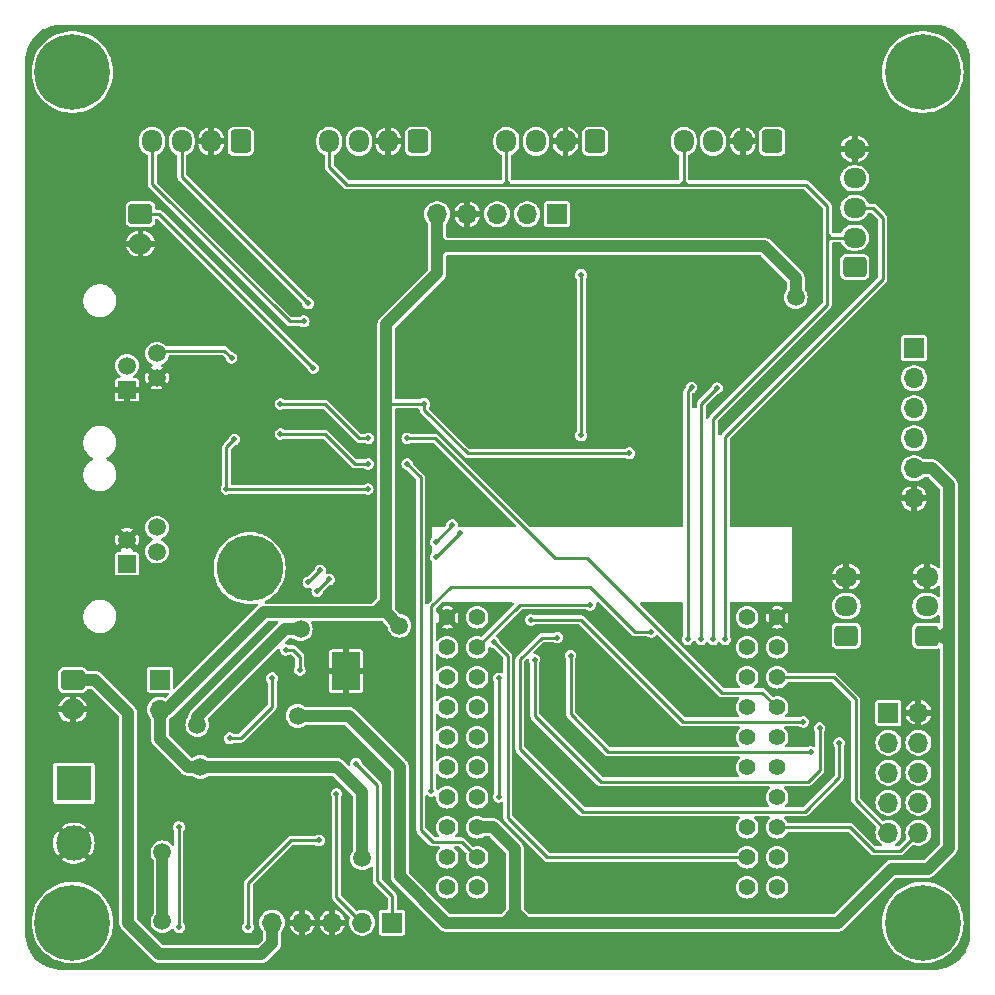
<source format=gbr>
%TF.GenerationSoftware,KiCad,Pcbnew,8.0.2*%
%TF.CreationDate,2024-05-30T14:16:54+02:00*%
%TF.ProjectId,Weather_IOT_1.0,57656174-6865-4725-9f49-4f545f312e30,1.0*%
%TF.SameCoordinates,Original*%
%TF.FileFunction,Copper,L2,Bot*%
%TF.FilePolarity,Positive*%
%FSLAX46Y46*%
G04 Gerber Fmt 4.6, Leading zero omitted, Abs format (unit mm)*
G04 Created by KiCad (PCBNEW 8.0.2) date 2024-05-30 14:16:54*
%MOMM*%
%LPD*%
G01*
G04 APERTURE LIST*
G04 Aperture macros list*
%AMRoundRect*
0 Rectangle with rounded corners*
0 $1 Rounding radius*
0 $2 $3 $4 $5 $6 $7 $8 $9 X,Y pos of 4 corners*
0 Add a 4 corners polygon primitive as box body*
4,1,4,$2,$3,$4,$5,$6,$7,$8,$9,$2,$3,0*
0 Add four circle primitives for the rounded corners*
1,1,$1+$1,$2,$3*
1,1,$1+$1,$4,$5*
1,1,$1+$1,$6,$7*
1,1,$1+$1,$8,$9*
0 Add four rect primitives between the rounded corners*
20,1,$1+$1,$2,$3,$4,$5,0*
20,1,$1+$1,$4,$5,$6,$7,0*
20,1,$1+$1,$6,$7,$8,$9,0*
20,1,$1+$1,$8,$9,$2,$3,0*%
G04 Aperture macros list end*
%TA.AperFunction,ComponentPad*%
%ADD10R,1.500000X1.500000*%
%TD*%
%TA.AperFunction,ComponentPad*%
%ADD11C,1.500000*%
%TD*%
%TA.AperFunction,ComponentPad*%
%ADD12RoundRect,0.250000X0.725000X-0.600000X0.725000X0.600000X-0.725000X0.600000X-0.725000X-0.600000X0*%
%TD*%
%TA.AperFunction,ComponentPad*%
%ADD13O,1.950000X1.700000*%
%TD*%
%TA.AperFunction,ComponentPad*%
%ADD14C,0.800000*%
%TD*%
%TA.AperFunction,ComponentPad*%
%ADD15C,6.400000*%
%TD*%
%TA.AperFunction,ComponentPad*%
%ADD16RoundRect,0.250000X-0.750000X0.600000X-0.750000X-0.600000X0.750000X-0.600000X0.750000X0.600000X0*%
%TD*%
%TA.AperFunction,ComponentPad*%
%ADD17O,2.000000X1.700000*%
%TD*%
%TA.AperFunction,ComponentPad*%
%ADD18RoundRect,0.250000X0.600000X0.725000X-0.600000X0.725000X-0.600000X-0.725000X0.600000X-0.725000X0*%
%TD*%
%TA.AperFunction,ComponentPad*%
%ADD19O,1.700000X1.950000*%
%TD*%
%TA.AperFunction,ComponentPad*%
%ADD20R,1.700000X1.700000*%
%TD*%
%TA.AperFunction,ComponentPad*%
%ADD21O,1.700000X1.700000*%
%TD*%
%TA.AperFunction,ComponentPad*%
%ADD22C,0.500000*%
%TD*%
%TA.AperFunction,SMDPad,CuDef*%
%ADD23R,2.400000X3.200000*%
%TD*%
%TA.AperFunction,ComponentPad*%
%ADD24C,1.400000*%
%TD*%
%TA.AperFunction,ComponentPad*%
%ADD25C,5.600000*%
%TD*%
%TA.AperFunction,ComponentPad*%
%ADD26R,3.000000X3.000000*%
%TD*%
%TA.AperFunction,ComponentPad*%
%ADD27C,3.000000*%
%TD*%
%TA.AperFunction,ViaPad*%
%ADD28C,1.500000*%
%TD*%
%TA.AperFunction,ViaPad*%
%ADD29C,0.500000*%
%TD*%
%TA.AperFunction,ViaPad*%
%ADD30C,0.460000*%
%TD*%
%TA.AperFunction,Conductor*%
%ADD31C,0.250000*%
%TD*%
%TA.AperFunction,Conductor*%
%ADD32C,1.000000*%
%TD*%
G04 APERTURE END LIST*
D10*
%TO.P,J5,1*%
%TO.N,GND*%
X108616000Y-90876400D03*
D11*
%TO.P,J5,2*%
X111156000Y-89856400D03*
%TO.P,J5,3*%
%TO.N,/MCU/WIND_SPEED*%
X108616000Y-88836400D03*
%TO.P,J5,4*%
%TO.N,/MCU/WIND_DIR*%
X111156000Y-87816400D03*
%TD*%
D12*
%TO.P,J13,1,Pin_1*%
%TO.N,+5V*%
X170246000Y-80500000D03*
D13*
%TO.P,J13,2,Pin_2*%
%TO.N,/SDA*%
X170246000Y-78000000D03*
%TO.P,J13,3,Pin_3*%
%TO.N,/SCL*%
X170246000Y-75500000D03*
%TO.P,J13,4,Pin_4*%
%TO.N,Net-(J13-Pin_4)*%
X170246000Y-73000000D03*
%TO.P,J13,5,Pin_5*%
%TO.N,GND*%
X170246000Y-70500000D03*
%TD*%
D12*
%TO.P,J8,1,Pin_1*%
%TO.N,+3V3*%
X176326800Y-111709200D03*
D13*
%TO.P,J8,2,Pin_2*%
%TO.N,/Sensors/DS18B20*%
X176326800Y-109209200D03*
%TO.P,J8,3,Pin_3*%
%TO.N,GND*%
X176326800Y-106709200D03*
%TD*%
D14*
%TO.P,H4,1*%
%TO.N,N/C*%
X101600000Y-136000000D03*
X102302944Y-134302944D03*
X102302944Y-137697056D03*
X104000000Y-133600000D03*
D15*
X104000000Y-136000000D03*
D14*
X104000000Y-138400000D03*
X105697056Y-134302944D03*
X105697056Y-137697056D03*
X106400000Y-136000000D03*
%TD*%
D16*
%TO.P,J2,1,Pin_1*%
%TO.N,+BATT*%
X104017000Y-115455000D03*
D17*
%TO.P,J2,2,Pin_2*%
%TO.N,GND*%
X104017000Y-117955000D03*
%TD*%
D18*
%TO.P,J15,1,Pin_1*%
%TO.N,+3V3*%
X118250000Y-69863000D03*
D19*
%TO.P,J15,2,Pin_2*%
%TO.N,GND*%
X115750000Y-69863000D03*
%TO.P,J15,3,Pin_3*%
%TO.N,/MCU/TX2*%
X113250000Y-69863000D03*
%TO.P,J15,4,Pin_4*%
%TO.N,/MCU/RX2*%
X110750000Y-69863000D03*
%TD*%
D14*
%TO.P,H2,1*%
%TO.N,N/C*%
X173600000Y-64000000D03*
X174302944Y-62302944D03*
X174302944Y-65697056D03*
X176000000Y-61600000D03*
D15*
X176000000Y-64000000D03*
D14*
X176000000Y-66400000D03*
X177697056Y-62302944D03*
X177697056Y-65697056D03*
X178400000Y-64000000D03*
%TD*%
D20*
%TO.P,J16,1,Pin_1*%
%TO.N,+3V3*%
X173088000Y-118229000D03*
D21*
%TO.P,J16,2,Pin_2*%
%TO.N,GND*%
X175628000Y-118229000D03*
%TO.P,J16,3,Pin_3*%
%TO.N,/MCU/EXT_1*%
X173088000Y-120769000D03*
%TO.P,J16,4,Pin_4*%
%TO.N,/MCU/EXT_2*%
X175628000Y-120769000D03*
%TO.P,J16,5,Pin_5*%
%TO.N,/MCU/EXT_3*%
X173088000Y-123309000D03*
%TO.P,J16,6,Pin_6*%
%TO.N,/MCU/EXT_4*%
X175628000Y-123309000D03*
%TO.P,J16,7,Pin_7*%
%TO.N,/MCU/EXT_5*%
X173088000Y-125849000D03*
%TO.P,J16,8,Pin_8*%
%TO.N,/MCU/EXT_6*%
X175628000Y-125849000D03*
%TO.P,J16,9,Pin_9*%
%TO.N,/MCU/EXT_7*%
X173088000Y-128389000D03*
%TO.P,J16,10,Pin_10*%
%TO.N,/MCU/EXT_8*%
X175628000Y-128389000D03*
%TD*%
D16*
%TO.P,J4,1,Pin_1*%
%TO.N,/MCU/RESET*%
X109760400Y-76016800D03*
D17*
%TO.P,J4,2,Pin_2*%
%TO.N,GND*%
X109760400Y-78516800D03*
%TD*%
D12*
%TO.P,J10,1,Pin_1*%
%TO.N,+3V3*%
X169519600Y-111709200D03*
D13*
%TO.P,J10,2,Pin_2*%
%TO.N,/Sensors/DS18B20*%
X169519600Y-109209200D03*
%TO.P,J10,3,Pin_3*%
%TO.N,GND*%
X169519600Y-106709200D03*
%TD*%
D18*
%TO.P,J14,1,Pin_1*%
%TO.N,+5V*%
X133250000Y-69863000D03*
D19*
%TO.P,J14,2,Pin_2*%
%TO.N,GND*%
X130750000Y-69863000D03*
%TO.P,J14,3,Pin_3*%
%TO.N,/SCL*%
X128250000Y-69863000D03*
%TO.P,J14,4,Pin_4*%
%TO.N,/SDA*%
X125750000Y-69863000D03*
%TD*%
D22*
%TO.P,U2,3,GND*%
%TO.N,GND*%
X128125000Y-116070000D03*
X128125000Y-114720000D03*
X128125000Y-113370000D03*
D23*
X127175000Y-114720000D03*
D22*
X126225000Y-116070000D03*
X126225000Y-114720000D03*
X126225000Y-113370000D03*
%TD*%
D20*
%TO.P,J7,1,Pin_1*%
%TO.N,/MCU/CS*%
X175260000Y-87376000D03*
D21*
%TO.P,J7,2,Pin_2*%
%TO.N,/MCU/SCK*%
X175260000Y-89916000D03*
%TO.P,J7,3,Pin_3*%
%TO.N,/MCU/MISO*%
X175260000Y-92456000D03*
%TO.P,J7,4,Pin_4*%
%TO.N,/MCU/MOSI*%
X175260000Y-94996000D03*
%TO.P,J7,5,Pin_5*%
%TO.N,+3V3*%
X175260000Y-97536000D03*
%TO.P,J7,6,Pin_6*%
%TO.N,GND*%
X175260000Y-100076000D03*
%TD*%
D24*
%TO.P,U4,1,GND*%
%TO.N,GND*%
X135730000Y-110155000D03*
%TO.P,U4,2,RST*%
%TO.N,/MCU/RESET*%
X138270000Y-110155000D03*
%TO.P,U4,3,NC*%
%TO.N,unconnected-(U4-NC-Pad3)*%
X135730000Y-112695000D03*
%TO.P,U4,4,IO_36/SVP/A0*%
%TO.N,/MCU/EXT_1*%
X138270000Y-112695000D03*
%TO.P,U4,5,IO_39/SVN*%
%TO.N,/MCU/EXT_2*%
X135730000Y-115235000D03*
%TO.P,U4,6,IO_26/D0*%
%TO.N,/MCU/EXT_3*%
X138270000Y-115235000D03*
%TO.P,U4,7,IO_35*%
%TO.N,/MCU/EXT_4*%
X135730000Y-117775000D03*
%TO.P,U4,8,IO_18/D5*%
%TO.N,/MCU/SCK*%
X138270000Y-117775000D03*
%TO.P,U4,9,IO_33*%
%TO.N,/MCU/EXT_5*%
X135730000Y-120315000D03*
%TO.P,U4,10,IO_19/D6*%
%TO.N,/MCU/MISO*%
X138270000Y-120315000D03*
%TO.P,U4,11,IO_34*%
%TO.N,/MCU/VBAT_SENSE*%
X135730000Y-122855000D03*
%TO.P,U4,12,IO_23/D7*%
%TO.N,/MCU/MOSI*%
X138270000Y-122855000D03*
%TO.P,U4,13,IO_14/TMS*%
%TO.N,/MCU/EXT_6*%
X135730000Y-125395000D03*
%TO.P,U4,14,IO_05/D8*%
%TO.N,/MCU/CS*%
X138270000Y-125395000D03*
%TO.P,U4,15,NC*%
%TO.N,unconnected-(U4-NC-Pad15)*%
X135730000Y-127935000D03*
%TO.P,U4,16,3V3*%
%TO.N,+3V3*%
X138270000Y-127935000D03*
%TO.P,U4,17,IO_09/SD2*%
%TO.N,unconnected-(U4-IO_09{slash}SD2-Pad17)*%
X135730000Y-130475000D03*
%TO.P,U4,18,IO_13/TCK*%
%TO.N,/MCU/WIND_SPEED*%
X138270000Y-130475000D03*
%TO.P,U4,19,CMD*%
%TO.N,unconnected-(U4-CMD-Pad19)*%
X135730000Y-133015000D03*
%TO.P,U4,20,IO_10/SD3*%
%TO.N,unconnected-(U4-IO_10{slash}SD3-Pad20)*%
X138270000Y-133015000D03*
%TO.P,U4,21,TXD*%
%TO.N,unconnected-(U4-TXD-Pad21)*%
X161130000Y-110155000D03*
%TO.P,U4,22,GND*%
%TO.N,GND*%
X163670000Y-110155000D03*
%TO.P,U4,23,RXD*%
%TO.N,unconnected-(U4-RXD-Pad23)*%
X161130000Y-112695000D03*
%TO.P,U4,24,IO_27*%
%TO.N,/MCU/5V_EN*%
X163670000Y-112695000D03*
%TO.P,U4,25,IO_22/D1/SCL*%
%TO.N,/SCL*%
X161130000Y-115235000D03*
%TO.P,U4,26,IO_25*%
%TO.N,/MCU/EXT_7*%
X163670000Y-115235000D03*
%TO.P,U4,27,IO_21/D2/SDA*%
%TO.N,/SDA*%
X161130000Y-117775000D03*
%TO.P,U4,28,IO_32*%
%TO.N,/MCU/WIND_DIR*%
X163670000Y-117775000D03*
%TO.P,U4,29,IO_17/D3*%
%TO.N,/MCU/TX2*%
X161130000Y-120315000D03*
%TO.P,U4,30,IO_12/TDI*%
%TO.N,unconnected-(U4-IO_12{slash}TDI-Pad30)*%
X163670000Y-120315000D03*
%TO.P,U4,31,IO_16/D4*%
%TO.N,/MCU/RX2*%
X161130000Y-122855000D03*
%TO.P,U4,32,IO_04*%
%TO.N,/Sensors/DS18B20*%
X163670000Y-122855000D03*
%TO.P,U4,33,GND*%
%TO.N,GND*%
X161130000Y-125395000D03*
%TO.P,U4,34,IO_00*%
%TO.N,unconnected-(U4-IO_00-Pad34)*%
X163670000Y-125395000D03*
%TO.P,U4,35,VCC_(USB)*%
%TO.N,unconnected-(U4-VCC_(USB)-Pad35)*%
X161130000Y-127935000D03*
%TO.P,U4,36,IO_02*%
%TO.N,/MCU/EXT_8*%
X163670000Y-127935000D03*
%TO.P,U4,37,TD0*%
%TO.N,/MCU/RAIN*%
X161130000Y-130475000D03*
%TO.P,U4,38,SD1*%
%TO.N,unconnected-(U4-SD1-Pad38)*%
X163670000Y-130475000D03*
%TO.P,U4,39,SD0*%
%TO.N,unconnected-(U4-SD0-Pad39)*%
X161130000Y-133015000D03*
%TO.P,U4,40,CLK*%
%TO.N,unconnected-(U4-CLK-Pad40)*%
X163670000Y-133015000D03*
%TD*%
D25*
%TO.P,H5,1*%
%TO.N,N/C*%
X119000000Y-106000000D03*
%TD*%
D18*
%TO.P,J12,1,Pin_1*%
%TO.N,+3V3*%
X163250000Y-69863000D03*
D19*
%TO.P,J12,2,Pin_2*%
%TO.N,GND*%
X160750000Y-69863000D03*
%TO.P,J12,3,Pin_3*%
%TO.N,/SCL*%
X158250000Y-69863000D03*
%TO.P,J12,4,Pin_4*%
%TO.N,/SDA*%
X155750000Y-69863000D03*
%TD*%
D14*
%TO.P,H3,1*%
%TO.N,N/C*%
X173600000Y-136000000D03*
X174302944Y-134302944D03*
X174302944Y-137697056D03*
X176000000Y-133600000D03*
D15*
X176000000Y-136000000D03*
D14*
X176000000Y-138400000D03*
X177697056Y-134302944D03*
X177697056Y-137697056D03*
X178400000Y-136000000D03*
%TD*%
%TO.P,H1,1*%
%TO.N,N/C*%
X101600000Y-64000000D03*
X102302944Y-62302944D03*
X102302944Y-65697056D03*
X104000000Y-61600000D03*
D15*
X104000000Y-64000000D03*
D14*
X104000000Y-66400000D03*
X105697056Y-62302944D03*
X105697056Y-65697056D03*
X106400000Y-64000000D03*
%TD*%
D18*
%TO.P,J11,1,Pin_1*%
%TO.N,+3V3*%
X148250000Y-69863000D03*
D19*
%TO.P,J11,2,Pin_2*%
%TO.N,GND*%
X145750000Y-69863000D03*
%TO.P,J11,3,Pin_3*%
%TO.N,/SCL*%
X143250000Y-69863000D03*
%TO.P,J11,4,Pin_4*%
%TO.N,/SDA*%
X140750000Y-69863000D03*
%TD*%
D20*
%TO.P,J1,1,Pin_1*%
%TO.N,VCC*%
X131075000Y-136000000D03*
D21*
%TO.P,J1,2,Pin_2*%
%TO.N,/Power_circuit/FV_EN*%
X128535000Y-136000000D03*
%TO.P,J1,3,Pin_3*%
%TO.N,GND*%
X125995000Y-136000000D03*
%TO.P,J1,4,Pin_4*%
X123455000Y-136000000D03*
%TO.P,J1,5,Pin_5*%
%TO.N,+BATT*%
X120915000Y-136000000D03*
%TD*%
D20*
%TO.P,JP2,1,A*%
%TO.N,/Power_circuit/VIN_BUCK_3V3*%
X111404400Y-115430000D03*
D21*
%TO.P,JP2,2,B*%
%TO.N,+5V*%
X111404400Y-117970000D03*
%TD*%
D10*
%TO.P,J6,1*%
%TO.N,unconnected-(J6-Pad1)*%
X108616000Y-105608400D03*
D11*
%TO.P,J6,2*%
%TO.N,/MCU/RAIN*%
X111156000Y-104588400D03*
%TO.P,J6,3*%
%TO.N,GND*%
X108616000Y-103568400D03*
%TO.P,J6,4*%
%TO.N,unconnected-(J6-Pad4)*%
X111156000Y-102548400D03*
%TD*%
D26*
%TO.P,J3,1,Pin_1*%
%TO.N,/Power_circuit/VCC_IN*%
X104127000Y-124198000D03*
D27*
%TO.P,J3,2,Pin_2*%
%TO.N,GND*%
X104127000Y-129278000D03*
%TD*%
D20*
%TO.P,J9,1,Pin_1*%
%TO.N,/SCL*%
X145050000Y-76025000D03*
D21*
%TO.P,J9,2,Pin_2*%
%TO.N,/SDA*%
X142510000Y-76025000D03*
%TO.P,J9,3,Pin_3*%
%TO.N,+3V3*%
X139970000Y-76025000D03*
%TO.P,J9,4,Pin_4*%
%TO.N,GND*%
X137430000Y-76025000D03*
%TO.P,J9,5,Pin_5*%
%TO.N,+5V*%
X134890000Y-76025000D03*
%TD*%
D28*
%TO.N,VCC*%
X111620000Y-130040000D03*
X111620000Y-135882000D03*
D29*
X128023000Y-122563000D03*
%TO.N,GND*%
X129547000Y-122944000D03*
X128879600Y-122355000D03*
X151010000Y-118499000D03*
X159773000Y-63635000D03*
X132849000Y-131326000D03*
X151010000Y-128786000D03*
X116339000Y-111768000D03*
X168028000Y-130818000D03*
X107195000Y-111768000D03*
X148234400Y-100939600D03*
X112148000Y-101481000D03*
X137421000Y-82558000D03*
X133357000Y-137930000D03*
X121927000Y-75319000D03*
X114815000Y-111768000D03*
X121673000Y-117864000D03*
X132214000Y-106815000D03*
X136913000Y-124214000D03*
X132849000Y-129040000D03*
X113291000Y-111768000D03*
X122181000Y-119896000D03*
X110243000Y-111768000D03*
X130563000Y-124214000D03*
X119768000Y-81288000D03*
X118579600Y-127804800D03*
X105671000Y-111768000D03*
X153804000Y-86241000D03*
X151010000Y-122944000D03*
X143771000Y-125230000D03*
X115577000Y-111768000D03*
X128277000Y-121674000D03*
X103385000Y-111768000D03*
X111767000Y-111768000D03*
X123451000Y-120404000D03*
X127896000Y-82558000D03*
X127261000Y-120658000D03*
X131071000Y-76843000D03*
X139757800Y-100998400D03*
X133357000Y-139454000D03*
X120002000Y-117594000D03*
X161805000Y-91067000D03*
X101861000Y-111768000D03*
X114307000Y-63889000D03*
X125737000Y-120404000D03*
X108592000Y-66683000D03*
X126499000Y-120404000D03*
X118516400Y-112979200D03*
X170568000Y-63762000D03*
X130563000Y-126754000D03*
X123578000Y-96782000D03*
X168028000Y-138311000D03*
X133357000Y-138692000D03*
X169171000Y-125611000D03*
X133357000Y-135644000D03*
X116112400Y-82742400D03*
X125866000Y-102198800D03*
X132849000Y-129802000D03*
X132849000Y-127516000D03*
X124213000Y-120404000D03*
X104147000Y-111768000D03*
X109481000Y-111768000D03*
X121673000Y-119388000D03*
X130563000Y-124976000D03*
X130563000Y-127516000D03*
D30*
X117830600Y-117488000D03*
D29*
X108719000Y-111768000D03*
D30*
X113385600Y-118377000D03*
D29*
X100337000Y-111768000D03*
X151010000Y-133485000D03*
D30*
X174091600Y-113678000D03*
D29*
X103258000Y-70874000D03*
X133357000Y-137168000D03*
X156725000Y-75700000D03*
D30*
X171170600Y-113678000D03*
D29*
X128658000Y-106942000D03*
X112529000Y-111768000D03*
X153677000Y-114181000D03*
X169171000Y-97544000D03*
X114053000Y-111768000D03*
X133357000Y-136406000D03*
X151010000Y-125484000D03*
X165488000Y-125230000D03*
X154693000Y-110117000D03*
X106433000Y-111768000D03*
X133357000Y-132088000D03*
X144660000Y-63889000D03*
X104909000Y-111768000D03*
X103639000Y-80653000D03*
X111005000Y-111768000D03*
X132849000Y-130564000D03*
X129420000Y-63762000D03*
X132849000Y-128278000D03*
X103258000Y-107450000D03*
X160408000Y-84590000D03*
X151010000Y-138057000D03*
X135135000Y-97544000D03*
X101099000Y-111768000D03*
X121673000Y-118626000D03*
X143771000Y-121801000D03*
X176156000Y-74430000D03*
X137421000Y-87892000D03*
X107957000Y-111768000D03*
X102623000Y-111768000D03*
X148851000Y-116213000D03*
X130055000Y-123452000D03*
X101253400Y-96636200D03*
X127769000Y-121166000D03*
X141586600Y-97899600D03*
X122689000Y-120404000D03*
D28*
%TO.N,+5V*%
X165234000Y-83066000D03*
X131686000Y-110863000D03*
D29*
X133763400Y-92083000D03*
X151137000Y-96274000D03*
D28*
X114821000Y-122822000D03*
X128524000Y-130556000D03*
%TO.N,+BATT*%
X123324000Y-111185500D03*
X114567000Y-119266000D03*
D29*
%TO.N,+3V3*%
X117335000Y-120401000D03*
D28*
X123070000Y-118499000D03*
D29*
X147073000Y-94750000D03*
X147073000Y-81161000D03*
X120911000Y-115324000D03*
D30*
%TO.N,/MCU/RAIN*%
X139707000Y-112276000D03*
X117712600Y-95086800D03*
X129015600Y-99303200D03*
X117026800Y-99303200D03*
%TO.N,/MCU/WIND_SPEED*%
X132341000Y-97163000D03*
X129039000Y-97163000D03*
X121599300Y-94643870D03*
%TO.N,/MCU/5V_EN*%
X134373000Y-124849000D03*
X153016600Y-111387000D03*
%TO.N,/Power_circuit/CHRG_C*%
X122054000Y-112911000D03*
D29*
X136151000Y-102370000D03*
D30*
X123959000Y-107196000D03*
X123260147Y-114625853D03*
X124975000Y-106180000D03*
D29*
X134754000Y-103767000D03*
%TO.N,/Power_circuit/CHRG_D*%
X136786000Y-103005000D03*
D30*
X124721000Y-107958000D03*
X125737000Y-106942000D03*
D29*
X134754000Y-105037000D03*
D30*
%TO.N,/MCU/WIND_DIR*%
X129039000Y-95004000D03*
X117484000Y-88203400D03*
X132341000Y-95004000D03*
X121599300Y-92103870D03*
%TO.N,/MCU/RESET*%
X124392800Y-89041600D03*
%TO.N,/MCU/CS*%
X140088000Y-115324000D03*
X140088000Y-125357000D03*
%TO.N,/SDA*%
X158249000Y-112022000D03*
%TO.N,/SCL*%
X159265000Y-112022000D03*
%TO.N,/MCU/TX2*%
X157233000Y-112022000D03*
D29*
X123959000Y-83574000D03*
D30*
X158575800Y-90730000D03*
D29*
%TO.N,/MCU/RX2*%
X123578000Y-85098000D03*
D30*
X156416800Y-90686000D03*
X156090000Y-112022000D03*
%TO.N,/MCU/EXT_1*%
X147835000Y-109101000D03*
X145041000Y-111869600D03*
X168917000Y-120785000D03*
%TO.N,/MCU/EXT_2*%
X143136000Y-113749200D03*
X167267128Y-119532400D03*
%TO.N,/MCU/EXT_3*%
X165869000Y-119007000D03*
X142805800Y-110371000D03*
%TO.N,/MCU/EXT_4*%
X166504000Y-121547000D03*
X146184000Y-113393600D03*
D29*
%TO.N,/Power_circuit/LX1*%
X113042400Y-136390000D03*
X113017000Y-127906400D03*
%TO.N,/Power_circuit/LX2*%
X124861800Y-129049400D03*
X118884400Y-136390000D03*
D30*
%TO.N,/Power_circuit/FV_EN*%
X126352000Y-125095000D03*
%TD*%
D31*
%TO.N,VCC*%
X131075000Y-136000000D02*
X131075000Y-133743000D01*
X129801000Y-124341000D02*
X128023000Y-122563000D01*
D32*
X111620000Y-135882000D02*
X111620000Y-130040000D01*
D31*
X129801000Y-132469000D02*
X129801000Y-124341000D01*
X131075000Y-133743000D02*
X129801000Y-132469000D01*
D32*
%TO.N,+5V*%
X162567000Y-78748000D02*
X165234000Y-81415000D01*
X135389000Y-78748000D02*
X135389000Y-78739000D01*
X130559000Y-109736000D02*
X129293000Y-109736000D01*
X126378000Y-122822000D02*
X128524000Y-124968000D01*
D31*
X133763400Y-92565600D02*
X137471800Y-96274000D01*
D32*
X134890000Y-78240000D02*
X134890000Y-76025000D01*
D31*
X133763400Y-92083000D02*
X133763400Y-92565600D01*
D32*
X128524000Y-124968000D02*
X128524000Y-130556000D01*
X135389000Y-78748000D02*
X162567000Y-78748000D01*
X130559000Y-109736000D02*
X130559000Y-108847000D01*
X131686000Y-110863000D02*
X130559000Y-109736000D01*
D31*
X137471800Y-96274000D02*
X151137000Y-96274000D01*
D32*
X111404400Y-120426400D02*
X112763000Y-121785000D01*
X113805000Y-122822000D02*
X114821000Y-122822000D01*
X120198400Y-109736000D02*
X111964400Y-117970000D01*
D31*
X133763400Y-92083000D02*
X130559000Y-92083000D01*
D32*
X129293000Y-109736000D02*
X120198400Y-109736000D01*
X129670000Y-109736000D02*
X130559000Y-108847000D01*
X165234000Y-81415000D02*
X165234000Y-83066000D01*
X130559000Y-92083000D02*
X130559000Y-85356000D01*
X112763000Y-121785000D02*
X112768000Y-121785000D01*
X130559000Y-85356000D02*
X134890000Y-81025000D01*
X129293000Y-109736000D02*
X129670000Y-109736000D01*
X111404400Y-117970000D02*
X111404400Y-120426400D01*
X111964400Y-117970000D02*
X111404400Y-117970000D01*
X134890000Y-79247000D02*
X135389000Y-78748000D01*
X114821000Y-122822000D02*
X126378000Y-122822000D01*
X130559000Y-108847000D02*
X130559000Y-92083000D01*
X112768000Y-121785000D02*
X113805000Y-122822000D01*
X134890000Y-81025000D02*
X134890000Y-78240000D01*
X135389000Y-78739000D02*
X134890000Y-78240000D01*
X134890000Y-81025000D02*
X134890000Y-79247000D01*
%TO.N,+BATT*%
X120915000Y-137763000D02*
X120002000Y-138676000D01*
X114567000Y-118584000D02*
X121965500Y-111185500D01*
X108719000Y-118249000D02*
X105925000Y-115455000D01*
X108719000Y-136029000D02*
X108719000Y-118249000D01*
X121965500Y-111185500D02*
X123324000Y-111185500D01*
X111366000Y-138676000D02*
X108719000Y-136029000D01*
X105925000Y-115455000D02*
X104017000Y-115455000D01*
X114567000Y-119266000D02*
X114567000Y-118584000D01*
X120002000Y-138676000D02*
X111366000Y-138676000D01*
X120915000Y-136000000D02*
X120915000Y-137763000D01*
%TO.N,+3V3*%
X177426000Y-111750000D02*
X176367600Y-111750000D01*
X142374000Y-136025000D02*
X168790000Y-136025000D01*
D31*
X147073000Y-81161000D02*
X147073000Y-94750000D01*
D32*
X135643000Y-136025000D02*
X140469000Y-136025000D01*
X176410000Y-131453000D02*
X178188000Y-129675000D01*
D31*
X120911000Y-115324000D02*
X120911000Y-117722000D01*
D32*
X141485000Y-135136000D02*
X141485000Y-136025000D01*
X141485000Y-135136000D02*
X142374000Y-136025000D01*
X131706000Y-132088000D02*
X135643000Y-136025000D01*
X141485000Y-136025000D02*
X142374000Y-136025000D01*
X178188000Y-98940000D02*
X176784000Y-97536000D01*
X140469000Y-136025000D02*
X140596000Y-136025000D01*
X178170000Y-111750000D02*
X177426000Y-111750000D01*
X176784000Y-97536000D02*
X175260000Y-97536000D01*
X177662000Y-111750000D02*
X178188000Y-112276000D01*
X177553000Y-111750000D02*
X177698000Y-111750000D01*
X178188000Y-129675000D02*
X178188000Y-112276000D01*
X139618000Y-127935000D02*
X141485000Y-129802000D01*
X178188000Y-112276000D02*
X178188000Y-111768000D01*
X178188000Y-111260000D02*
X178188000Y-98940000D01*
X131706000Y-122817000D02*
X131706000Y-132088000D01*
X173362000Y-131453000D02*
X176410000Y-131453000D01*
X178188000Y-111768000D02*
X178188000Y-111260000D01*
X140596000Y-136025000D02*
X141485000Y-135136000D01*
X127388000Y-118499000D02*
X131706000Y-122817000D01*
X176367600Y-111750000D02*
X176326800Y-111709200D01*
X138270000Y-127935000D02*
X139618000Y-127935000D01*
X141485000Y-129802000D02*
X141485000Y-135136000D01*
D31*
X120911000Y-117722000D02*
X118232000Y-120401000D01*
D32*
X177698000Y-111750000D02*
X178188000Y-111260000D01*
X140469000Y-136025000D02*
X141485000Y-136025000D01*
X177426000Y-111750000D02*
X177553000Y-111750000D01*
X178188000Y-111768000D02*
X178170000Y-111750000D01*
X177553000Y-111750000D02*
X177662000Y-111750000D01*
D31*
X118232000Y-120401000D02*
X117335000Y-120401000D01*
D32*
X123070000Y-118499000D02*
X127388000Y-118499000D01*
X168790000Y-136025000D02*
X173362000Y-131453000D01*
D31*
%TO.N,/MCU/RAIN*%
X140850000Y-113419000D02*
X140850000Y-127135000D01*
X139707000Y-112276000D02*
X140850000Y-113419000D01*
X117026800Y-99303200D02*
X117026800Y-95772600D01*
X117026800Y-95772600D02*
X117712600Y-95086800D01*
X144190000Y-130475000D02*
X161130000Y-130475000D01*
X129015600Y-99303200D02*
X117026800Y-99303200D01*
X140850000Y-127135000D02*
X144190000Y-130475000D01*
%TO.N,/MCU/WIND_SPEED*%
X136962000Y-129167000D02*
X138270000Y-130475000D01*
X132341000Y-97163000D02*
X133484000Y-98306000D01*
X121599300Y-94643870D02*
X125376870Y-94643870D01*
X125376870Y-94643870D02*
X127896000Y-97163000D01*
X134500000Y-129167000D02*
X136962000Y-129167000D01*
X129039000Y-97163000D02*
X127896000Y-97163000D01*
X133484000Y-98306000D02*
X133484000Y-128151000D01*
X133484000Y-128151000D02*
X134500000Y-129167000D01*
%TO.N,/MCU/5V_EN*%
X136024000Y-107577000D02*
X134373000Y-109228000D01*
X151645000Y-111387000D02*
X147835000Y-107577000D01*
X153016600Y-111387000D02*
X151645000Y-111387000D01*
X134373000Y-109228000D02*
X134373000Y-124849000D01*
X147835000Y-107577000D02*
X136024000Y-107577000D01*
%TO.N,/Power_circuit/CHRG_C*%
X122054000Y-112911000D02*
X122689000Y-112911000D01*
X123959000Y-107196000D02*
X124975000Y-106180000D01*
X134754000Y-103767000D02*
X136151000Y-102370000D01*
X123260147Y-113482147D02*
X123260147Y-114625853D01*
X122689000Y-112911000D02*
X123260147Y-113482147D01*
%TO.N,/Power_circuit/CHRG_D*%
X124721000Y-107958000D02*
X125737000Y-106942000D01*
X134754000Y-105037000D02*
X136786000Y-103005000D01*
%TO.N,/MCU/WIND_DIR*%
X144837800Y-105113200D02*
X147581000Y-105113200D01*
X147581000Y-105113200D02*
X158992264Y-116524464D01*
X134728600Y-95004000D02*
X144837800Y-105113200D01*
X116850400Y-87569800D02*
X117484000Y-88203400D01*
X158992264Y-116524464D02*
X162419464Y-116524464D01*
X132341000Y-95004000D02*
X134728600Y-95004000D01*
X111402600Y-87569800D02*
X116850400Y-87569800D01*
X111156000Y-87816400D02*
X111402600Y-87569800D01*
X129039000Y-95004000D02*
X128277000Y-95004000D01*
X125376870Y-92103870D02*
X128277000Y-95004000D01*
X121599300Y-92103870D02*
X125376870Y-92103870D01*
X162419464Y-116524464D02*
X163670000Y-117775000D01*
%TO.N,/MCU/RESET*%
X124392800Y-89041600D02*
X111368000Y-76016800D01*
X111368000Y-76016800D02*
X109760400Y-76016800D01*
%TO.N,/MCU/CS*%
X140088000Y-125357000D02*
X140088000Y-115324000D01*
%TO.N,/SDA*%
X125750000Y-69863000D02*
X125750000Y-72030000D01*
X155750000Y-73287000D02*
X155709000Y-73287000D01*
X140977000Y-73501788D02*
X140977000Y-73541000D01*
X140977000Y-73541000D02*
X155455000Y-73541000D01*
X166123000Y-73541000D02*
X167915000Y-75333000D01*
X168155000Y-78000000D02*
X170246000Y-78000000D01*
X155582000Y-73541000D02*
X155836000Y-73541000D01*
X167915000Y-77732000D02*
X167915000Y-78000000D01*
X156047001Y-73541000D02*
X166123000Y-73541000D01*
X155750000Y-73455000D02*
X155836000Y-73541000D01*
X155750000Y-73287000D02*
X155750000Y-73373000D01*
X168155000Y-78000000D02*
X167915000Y-78240000D01*
X125750000Y-72030000D02*
X127261000Y-73541000D01*
X167915000Y-75333000D02*
X167915000Y-77732000D01*
X155836000Y-73541000D02*
X156047001Y-73541000D01*
X155750000Y-73287000D02*
X155750000Y-73455000D01*
X140750000Y-69863000D02*
X140750000Y-73287000D01*
X155750000Y-69863000D02*
X155750000Y-73287000D01*
X155709000Y-73287000D02*
X155455000Y-73541000D01*
X140750000Y-73287000D02*
X140750000Y-73441000D01*
X168155000Y-77972000D02*
X167915000Y-77732000D01*
X158249000Y-112022000D02*
X158249000Y-93353000D01*
X140723000Y-73287000D02*
X140469000Y-73541000D01*
X167915000Y-78000000D02*
X168155000Y-78000000D01*
X140469000Y-73541000D02*
X140850000Y-73541000D01*
X158249000Y-93353000D02*
X167915000Y-83687000D01*
X140750000Y-73287000D02*
X140723000Y-73287000D01*
X140850000Y-73541000D02*
X140977000Y-73541000D01*
X167915000Y-78240000D02*
X167915000Y-78000000D01*
X140750000Y-73441000D02*
X140850000Y-73541000D01*
X155455000Y-73541000D02*
X155582000Y-73541000D01*
X155793001Y-73287000D02*
X156047001Y-73541000D01*
X155750000Y-73287000D02*
X155793001Y-73287000D01*
X140750000Y-73287000D02*
X140762212Y-73287000D01*
X167915000Y-83687000D02*
X167915000Y-78240000D01*
X168155000Y-78000000D02*
X168155000Y-77972000D01*
X127261000Y-73541000D02*
X140469000Y-73541000D01*
X140762212Y-73287000D02*
X140977000Y-73501788D01*
X155750000Y-73373000D02*
X155582000Y-73541000D01*
%TO.N,/SCL*%
X171765000Y-75500000D02*
X170246000Y-75500000D01*
X159265000Y-112022000D02*
X159265000Y-94877000D01*
X172600000Y-81542000D02*
X172600000Y-76335000D01*
X172600000Y-76335000D02*
X171765000Y-75500000D01*
X159265000Y-94877000D02*
X172600000Y-81542000D01*
%TO.N,/MCU/TX2*%
X123959000Y-83574000D02*
X113250000Y-72865000D01*
X157233000Y-92072800D02*
X158575800Y-90730000D01*
X157233000Y-112022000D02*
X157233000Y-92072800D01*
X113250000Y-72865000D02*
X113250000Y-69863000D01*
%TO.N,/MCU/RX2*%
X110750000Y-73468400D02*
X110750000Y-69863000D01*
X122379600Y-85098000D02*
X110750000Y-73468400D01*
X123578000Y-85098000D02*
X122379600Y-85098000D01*
X156090000Y-91012800D02*
X156416800Y-90686000D01*
X156090000Y-112022000D02*
X156090000Y-91012800D01*
%TO.N,/MCU/EXT_1*%
X147835000Y-109101000D02*
X141864000Y-109101000D01*
X141866000Y-113723800D02*
X141866000Y-121293000D01*
X147200000Y-126627000D02*
X165996000Y-126627000D01*
X141864000Y-109101000D02*
X138270000Y-112695000D01*
X141866000Y-121293000D02*
X147200000Y-126627000D01*
X168917000Y-123706000D02*
X168917000Y-120785000D01*
X143720200Y-111869600D02*
X141866000Y-113723800D01*
X165996000Y-126627000D02*
X168917000Y-123706000D01*
X145041000Y-111869600D02*
X143720200Y-111869600D01*
%TO.N,/MCU/EXT_2*%
X143136000Y-118499000D02*
X143136000Y-113749200D01*
X166250000Y-124087000D02*
X148724000Y-124087000D01*
X167267128Y-119532400D02*
X167266000Y-119533528D01*
X167266000Y-123071000D02*
X166250000Y-124087000D01*
X148724000Y-124087000D02*
X143136000Y-118499000D01*
X167266000Y-119533528D02*
X167266000Y-123071000D01*
%TO.N,/MCU/EXT_3*%
X155709000Y-119007000D02*
X165869000Y-119007000D01*
X147073000Y-110371000D02*
X155709000Y-119007000D01*
X142805800Y-110371000D02*
X147073000Y-110371000D01*
%TO.N,/MCU/EXT_4*%
X146184000Y-113393600D02*
X146184000Y-118372000D01*
X146184000Y-118372000D02*
X149359000Y-121547000D01*
X149359000Y-121547000D02*
X166504000Y-121547000D01*
%TO.N,/MCU/EXT_7*%
X170314000Y-125615000D02*
X173088000Y-128389000D01*
X170314000Y-117102000D02*
X170314000Y-125615000D01*
X163670000Y-115235000D02*
X168447000Y-115235000D01*
X168447000Y-115235000D02*
X170314000Y-117102000D01*
%TO.N,/MCU/EXT_8*%
X171838000Y-129929000D02*
X174088000Y-129929000D01*
X174088000Y-129929000D02*
X175628000Y-128389000D01*
X163670000Y-127935000D02*
X169844000Y-127935000D01*
X169844000Y-127935000D02*
X171838000Y-129929000D01*
%TO.N,/Power_circuit/LX1*%
X113017000Y-127906400D02*
X113017000Y-136364600D01*
X113017000Y-136364600D02*
X113042400Y-136390000D01*
%TO.N,/Power_circuit/LX2*%
X118884400Y-132656200D02*
X122491200Y-129049400D01*
X118884400Y-136390000D02*
X118884400Y-132656200D01*
X122491200Y-129049400D02*
X124861800Y-129049400D01*
%TO.N,/Power_circuit/FV_EN*%
X128507000Y-136000000D02*
X128535000Y-136000000D01*
X126352000Y-133845000D02*
X128507000Y-136000000D01*
X126352000Y-125095000D02*
X126352000Y-133845000D01*
%TD*%
%TA.AperFunction,Conductor*%
%TO.N,GND*%
G36*
X162440000Y-126246000D02*
G01*
X159265000Y-126246000D01*
X159265000Y-124468000D01*
X162440000Y-124468000D01*
X162440000Y-126246000D01*
G37*
%TD.AperFunction*%
%TD*%
%TA.AperFunction,Conductor*%
%TO.N,GND*%
G36*
X142571346Y-113652003D02*
G01*
X142627280Y-113693874D01*
X142650751Y-113750538D01*
X142670222Y-113885965D01*
X142690652Y-113930699D01*
X142727621Y-114011649D01*
X142730209Y-114014636D01*
X142731850Y-114018229D01*
X142732416Y-114019109D01*
X142732289Y-114019190D01*
X142759237Y-114078189D01*
X142760500Y-114095842D01*
X142760500Y-118548435D01*
X142786090Y-118643938D01*
X142786091Y-118643939D01*
X142786093Y-118643944D01*
X142834276Y-118727400D01*
X142835523Y-118729560D01*
X142835528Y-118729566D01*
X145629529Y-121523566D01*
X148423525Y-124317562D01*
X148493438Y-124387475D01*
X148579062Y-124436910D01*
X148590219Y-124439899D01*
X148590224Y-124439902D01*
X148590225Y-124439901D01*
X148674564Y-124462500D01*
X148674565Y-124462500D01*
X160530599Y-124462500D01*
X160549330Y-124468000D01*
X159265000Y-124468000D01*
X159265000Y-126246000D01*
X160606930Y-126246000D01*
X160602048Y-126248666D01*
X160575690Y-126251500D01*
X147406899Y-126251500D01*
X147339860Y-126231815D01*
X147319218Y-126215181D01*
X142277819Y-121173782D01*
X142244334Y-121112459D01*
X142241500Y-121086101D01*
X142241500Y-113930699D01*
X142261185Y-113863660D01*
X142277813Y-113843023D01*
X142440335Y-113680501D01*
X142501655Y-113647019D01*
X142571346Y-113652003D01*
G37*
%TD.AperFunction*%
%TA.AperFunction,Conductor*%
G36*
X163028454Y-124482185D02*
G01*
X163074209Y-124534989D01*
X163084153Y-124604147D01*
X163055128Y-124667703D01*
X163040080Y-124682353D01*
X162994642Y-124719642D01*
X162875864Y-124864373D01*
X162875862Y-124864376D01*
X162787604Y-125029497D01*
X162733253Y-125208666D01*
X162733252Y-125208668D01*
X162714901Y-125395000D01*
X162733252Y-125581331D01*
X162733253Y-125581333D01*
X162787604Y-125760502D01*
X162875862Y-125925623D01*
X162875864Y-125925626D01*
X162976980Y-126048835D01*
X163004293Y-126113145D01*
X162992502Y-126182012D01*
X162945350Y-126233573D01*
X162881127Y-126251500D01*
X161684309Y-126251500D01*
X161665578Y-126246000D01*
X162440000Y-126246000D01*
X162440000Y-124468000D01*
X161710425Y-124468000D01*
X161728849Y-124462501D01*
X161729400Y-124462500D01*
X162961415Y-124462500D01*
X163028454Y-124482185D01*
G37*
%TD.AperFunction*%
%TA.AperFunction,Conductor*%
G36*
X177000855Y-60000011D02*
G01*
X177162269Y-60002274D01*
X177174390Y-60003041D01*
X177478553Y-60037312D01*
X177495992Y-60039277D01*
X177509700Y-60041606D01*
X177824366Y-60113426D01*
X177837725Y-60117273D01*
X178142392Y-60223881D01*
X178155228Y-60229199D01*
X178446025Y-60369239D01*
X178458195Y-60375965D01*
X178731486Y-60547685D01*
X178742824Y-60555730D01*
X178995173Y-60756971D01*
X179005541Y-60766237D01*
X179233762Y-60994458D01*
X179243028Y-61004826D01*
X179444267Y-61257172D01*
X179452314Y-61268513D01*
X179624034Y-61541804D01*
X179630760Y-61553974D01*
X179770798Y-61844766D01*
X179776120Y-61857613D01*
X179882724Y-62162270D01*
X179886573Y-62175633D01*
X179958393Y-62490299D01*
X179960722Y-62504007D01*
X179996957Y-62825597D01*
X179997725Y-62837743D01*
X179999988Y-62999144D01*
X180000000Y-63000882D01*
X180000000Y-136999117D01*
X179999988Y-137000855D01*
X179997725Y-137162256D01*
X179996957Y-137174402D01*
X179960722Y-137495992D01*
X179958393Y-137509700D01*
X179886573Y-137824366D01*
X179882724Y-137837729D01*
X179776120Y-138142386D01*
X179770798Y-138155233D01*
X179630760Y-138446025D01*
X179624034Y-138458195D01*
X179452314Y-138731486D01*
X179444267Y-138742827D01*
X179243028Y-138995173D01*
X179233762Y-139005541D01*
X179005541Y-139233762D01*
X178995173Y-139243028D01*
X178742827Y-139444267D01*
X178731486Y-139452314D01*
X178458195Y-139624034D01*
X178446025Y-139630760D01*
X178155233Y-139770798D01*
X178142386Y-139776120D01*
X177837729Y-139882724D01*
X177824366Y-139886573D01*
X177509700Y-139958393D01*
X177495992Y-139960722D01*
X177174402Y-139996957D01*
X177162256Y-139997725D01*
X177000856Y-139999988D01*
X176999118Y-140000000D01*
X103000882Y-140000000D01*
X102999144Y-139999988D01*
X102837743Y-139997725D01*
X102825597Y-139996957D01*
X102504007Y-139960722D01*
X102490299Y-139958393D01*
X102175633Y-139886573D01*
X102162270Y-139882724D01*
X101857613Y-139776120D01*
X101844766Y-139770798D01*
X101553974Y-139630760D01*
X101541804Y-139624034D01*
X101268513Y-139452314D01*
X101257172Y-139444267D01*
X101004826Y-139243028D01*
X100994458Y-139233762D01*
X100766237Y-139005541D01*
X100756971Y-138995173D01*
X100649291Y-138860146D01*
X100555730Y-138742824D01*
X100547685Y-138731486D01*
X100375965Y-138458195D01*
X100369239Y-138446025D01*
X100229201Y-138155233D01*
X100223879Y-138142386D01*
X100215518Y-138118492D01*
X100117273Y-137837725D01*
X100113426Y-137824366D01*
X100041606Y-137509700D01*
X100039277Y-137495992D01*
X100037312Y-137478553D01*
X100003041Y-137174390D01*
X100002274Y-137162269D01*
X100000012Y-137000855D01*
X100000000Y-136999117D01*
X100000000Y-135999997D01*
X100544432Y-135999997D01*
X100544432Y-136000002D01*
X100564688Y-136373610D01*
X100625222Y-136742850D01*
X100625223Y-136742853D01*
X100725317Y-137103362D01*
X100725318Y-137103364D01*
X100863806Y-137450945D01*
X100863815Y-137450963D01*
X101039073Y-137781534D01*
X101249045Y-138091219D01*
X101249052Y-138091229D01*
X101376618Y-138241410D01*
X101491273Y-138376392D01*
X101762913Y-138633703D01*
X102060780Y-138860136D01*
X102060785Y-138860139D01*
X102060789Y-138860142D01*
X102060794Y-138860146D01*
X102381378Y-139053033D01*
X102381383Y-139053036D01*
X102381387Y-139053037D01*
X102381391Y-139053040D01*
X102600512Y-139154416D01*
X102720962Y-139210142D01*
X103075538Y-139329613D01*
X103440951Y-139410046D01*
X103812919Y-139450500D01*
X103812925Y-139450500D01*
X104187075Y-139450500D01*
X104187081Y-139450500D01*
X104559049Y-139410046D01*
X104924462Y-139329613D01*
X105279038Y-139210142D01*
X105618617Y-139053036D01*
X105739912Y-138980055D01*
X105939205Y-138860146D01*
X105939210Y-138860142D01*
X105939209Y-138860142D01*
X105939220Y-138860136D01*
X106237087Y-138633703D01*
X106508727Y-138376392D01*
X106750954Y-138091221D01*
X106960928Y-137781531D01*
X107136189Y-137450955D01*
X107274680Y-137103368D01*
X107275477Y-137100500D01*
X107317891Y-136947735D01*
X107374779Y-136742845D01*
X107435311Y-136373613D01*
X107452366Y-136059065D01*
X107455568Y-136000002D01*
X107455568Y-135999997D01*
X107438536Y-135685868D01*
X107435311Y-135626387D01*
X107374779Y-135257155D01*
X107317890Y-135052260D01*
X107274682Y-134896637D01*
X107274681Y-134896635D01*
X107267979Y-134879815D01*
X107136189Y-134549045D01*
X106960928Y-134218469D01*
X106960926Y-134218465D01*
X106805982Y-133989940D01*
X106750954Y-133908779D01*
X106750950Y-133908774D01*
X106750947Y-133908770D01*
X106508727Y-133623608D01*
X106237087Y-133366297D01*
X106237086Y-133366296D01*
X106152208Y-133301773D01*
X105939220Y-133139864D01*
X105939216Y-133139861D01*
X105939210Y-133139857D01*
X105939205Y-133139853D01*
X105618621Y-132946966D01*
X105618608Y-132946959D01*
X105279048Y-132789862D01*
X105279043Y-132789860D01*
X105279038Y-132789858D01*
X105106203Y-132731623D01*
X104924461Y-132670386D01*
X104559047Y-132589953D01*
X104187082Y-132549500D01*
X104187081Y-132549500D01*
X103812919Y-132549500D01*
X103812917Y-132549500D01*
X103440952Y-132589953D01*
X103075538Y-132670386D01*
X102801440Y-132762741D01*
X102720962Y-132789858D01*
X102720959Y-132789859D01*
X102720951Y-132789862D01*
X102381391Y-132946959D01*
X102381378Y-132946966D01*
X102060794Y-133139853D01*
X102060789Y-133139857D01*
X101762913Y-133366296D01*
X101762912Y-133366297D01*
X101491272Y-133623608D01*
X101249052Y-133908770D01*
X101249045Y-133908780D01*
X101039073Y-134218465D01*
X100863815Y-134549036D01*
X100863806Y-134549054D01*
X100725318Y-134896635D01*
X100725317Y-134896637D01*
X100625223Y-135257146D01*
X100625222Y-135257149D01*
X100564688Y-135626389D01*
X100544432Y-135999997D01*
X100000000Y-135999997D01*
X100000000Y-129277995D01*
X102372093Y-129277995D01*
X102372093Y-129278004D01*
X102391692Y-129539545D01*
X102391693Y-129539550D01*
X102450058Y-129795270D01*
X102545883Y-130039426D01*
X102545882Y-130039426D01*
X102677027Y-130266573D01*
X102724874Y-130326571D01*
X103441767Y-129609678D01*
X103453497Y-129637995D01*
X103536670Y-129762472D01*
X103642528Y-129868330D01*
X103767005Y-129951503D01*
X103795320Y-129963231D01*
X103077830Y-130680720D01*
X103249546Y-130797793D01*
X103249550Y-130797795D01*
X103485854Y-130911594D01*
X103485858Y-130911595D01*
X103736494Y-130988907D01*
X103736500Y-130988909D01*
X103995848Y-131027999D01*
X103995857Y-131028000D01*
X104258143Y-131028000D01*
X104258151Y-131027999D01*
X104517499Y-130988909D01*
X104517505Y-130988907D01*
X104768143Y-130911595D01*
X105004445Y-130797798D01*
X105004447Y-130797797D01*
X105176168Y-130680720D01*
X104458679Y-129963231D01*
X104486995Y-129951503D01*
X104611472Y-129868330D01*
X104717330Y-129762472D01*
X104800503Y-129637995D01*
X104812231Y-129609678D01*
X105529125Y-130326572D01*
X105576971Y-130266573D01*
X105708116Y-130039426D01*
X105803941Y-129795270D01*
X105862306Y-129539550D01*
X105862307Y-129539545D01*
X105881907Y-129278004D01*
X105881907Y-129277995D01*
X105862307Y-129016454D01*
X105862306Y-129016449D01*
X105803941Y-128760729D01*
X105708116Y-128516573D01*
X105708117Y-128516573D01*
X105576972Y-128289426D01*
X105529124Y-128229427D01*
X104812231Y-128946320D01*
X104800503Y-128918005D01*
X104717330Y-128793528D01*
X104611472Y-128687670D01*
X104486995Y-128604497D01*
X104458679Y-128592768D01*
X105176168Y-127875278D01*
X105004454Y-127758206D01*
X105004445Y-127758201D01*
X104768142Y-127644404D01*
X104768144Y-127644404D01*
X104517505Y-127567092D01*
X104517499Y-127567090D01*
X104258151Y-127528000D01*
X103995848Y-127528000D01*
X103736500Y-127567090D01*
X103736494Y-127567092D01*
X103485858Y-127644404D01*
X103485854Y-127644405D01*
X103249547Y-127758205D01*
X103249539Y-127758210D01*
X103077830Y-127875277D01*
X103795321Y-128592768D01*
X103767005Y-128604497D01*
X103642528Y-128687670D01*
X103536670Y-128793528D01*
X103453497Y-128918005D01*
X103441768Y-128946320D01*
X102724874Y-128229427D01*
X102677028Y-128289425D01*
X102545883Y-128516573D01*
X102450058Y-128760729D01*
X102391693Y-129016449D01*
X102391692Y-129016454D01*
X102372093Y-129277995D01*
X100000000Y-129277995D01*
X100000000Y-122673321D01*
X102376500Y-122673321D01*
X102376500Y-125722678D01*
X102391032Y-125795735D01*
X102391033Y-125795739D01*
X102409405Y-125823235D01*
X102446399Y-125878601D01*
X102516774Y-125925623D01*
X102529260Y-125933966D01*
X102529264Y-125933967D01*
X102602321Y-125948499D01*
X102602324Y-125948500D01*
X102602326Y-125948500D01*
X105651676Y-125948500D01*
X105651677Y-125948499D01*
X105724740Y-125933966D01*
X105807601Y-125878601D01*
X105862966Y-125795740D01*
X105877500Y-125722674D01*
X105877500Y-122673326D01*
X105877500Y-122673323D01*
X105877499Y-122673321D01*
X105862967Y-122600264D01*
X105862966Y-122600260D01*
X105854643Y-122587804D01*
X105807601Y-122517399D01*
X105724740Y-122462034D01*
X105724739Y-122462033D01*
X105724735Y-122462032D01*
X105651677Y-122447500D01*
X105651674Y-122447500D01*
X102602326Y-122447500D01*
X102602323Y-122447500D01*
X102529264Y-122462032D01*
X102529260Y-122462033D01*
X102446399Y-122517399D01*
X102391033Y-122600260D01*
X102391032Y-122600264D01*
X102376500Y-122673321D01*
X100000000Y-122673321D01*
X100000000Y-117704999D01*
X102792884Y-117704999D01*
X102792885Y-117705000D01*
X103583988Y-117705000D01*
X103551075Y-117762007D01*
X103517000Y-117889174D01*
X103517000Y-118020826D01*
X103551075Y-118147993D01*
X103583988Y-118205000D01*
X102792885Y-118205000D01*
X102794085Y-118212584D01*
X102847591Y-118377255D01*
X102926195Y-118531524D01*
X103027967Y-118671602D01*
X103150397Y-118794032D01*
X103290475Y-118895804D01*
X103444742Y-118974408D01*
X103609415Y-119027914D01*
X103767000Y-119052873D01*
X103767000Y-118388012D01*
X103824007Y-118420925D01*
X103951174Y-118455000D01*
X104082826Y-118455000D01*
X104209993Y-118420925D01*
X104267000Y-118388012D01*
X104267000Y-119052872D01*
X104424584Y-119027914D01*
X104589257Y-118974408D01*
X104743524Y-118895804D01*
X104883602Y-118794032D01*
X105006032Y-118671602D01*
X105107804Y-118531524D01*
X105186408Y-118377255D01*
X105239914Y-118212584D01*
X105241115Y-118205000D01*
X104450012Y-118205000D01*
X104482925Y-118147993D01*
X104517000Y-118020826D01*
X104517000Y-117889174D01*
X104482925Y-117762007D01*
X104450012Y-117705000D01*
X105241115Y-117705000D01*
X105241115Y-117704999D01*
X105239914Y-117697415D01*
X105186408Y-117532744D01*
X105107804Y-117378475D01*
X105006032Y-117238397D01*
X104883602Y-117115967D01*
X104743524Y-117014195D01*
X104589255Y-116935591D01*
X104424581Y-116882085D01*
X104424582Y-116882085D01*
X104267000Y-116857126D01*
X104267000Y-117521988D01*
X104209993Y-117489075D01*
X104082826Y-117455000D01*
X103951174Y-117455000D01*
X103824007Y-117489075D01*
X103767000Y-117521988D01*
X103767000Y-116857126D01*
X103766999Y-116857126D01*
X103609418Y-116882085D01*
X103444744Y-116935591D01*
X103290475Y-117014195D01*
X103150397Y-117115967D01*
X103027967Y-117238397D01*
X102926195Y-117378475D01*
X102847591Y-117532744D01*
X102794085Y-117697415D01*
X102792884Y-117704999D01*
X100000000Y-117704999D01*
X100000000Y-114807135D01*
X102766500Y-114807135D01*
X102766500Y-116102870D01*
X102766501Y-116102876D01*
X102772908Y-116162483D01*
X102823202Y-116297328D01*
X102823206Y-116297335D01*
X102909452Y-116412544D01*
X102909455Y-116412547D01*
X103024664Y-116498793D01*
X103024671Y-116498797D01*
X103159517Y-116549091D01*
X103159516Y-116549091D01*
X103166444Y-116549835D01*
X103219127Y-116555500D01*
X104814872Y-116555499D01*
X104874483Y-116549091D01*
X105009331Y-116498796D01*
X105124546Y-116412546D01*
X105210796Y-116297331D01*
X105214960Y-116286165D01*
X105256829Y-116230234D01*
X105322293Y-116205816D01*
X105331141Y-116205500D01*
X105562770Y-116205500D01*
X105629809Y-116225185D01*
X105650451Y-116241819D01*
X107932181Y-118523549D01*
X107965666Y-118584872D01*
X107968500Y-118611230D01*
X107968500Y-136102918D01*
X107968500Y-136102920D01*
X107968499Y-136102920D01*
X107997340Y-136247907D01*
X107997343Y-136247917D01*
X108053912Y-136384488D01*
X108053916Y-136384495D01*
X108073652Y-136414032D01*
X108073653Y-136414035D01*
X108136046Y-136507414D01*
X108136052Y-136507421D01*
X110783049Y-139154416D01*
X110838770Y-139210137D01*
X110887585Y-139258952D01*
X111010498Y-139341080D01*
X111010511Y-139341087D01*
X111147082Y-139397656D01*
X111147087Y-139397658D01*
X111147091Y-139397658D01*
X111147092Y-139397659D01*
X111292079Y-139426500D01*
X111292082Y-139426500D01*
X120075920Y-139426500D01*
X120173462Y-139407096D01*
X120220913Y-139397658D01*
X120357495Y-139341084D01*
X120406729Y-139308186D01*
X120480416Y-139258952D01*
X121497952Y-138241416D01*
X121550047Y-138163448D01*
X121580084Y-138118495D01*
X121636658Y-137981913D01*
X121665339Y-137837729D01*
X121665500Y-137836920D01*
X121665500Y-136859738D01*
X121685185Y-136792699D01*
X121705962Y-136768101D01*
X121729483Y-136746658D01*
X121731764Y-136744579D01*
X121854673Y-136581821D01*
X121945582Y-136399250D01*
X122001397Y-136203083D01*
X122020215Y-136000000D01*
X122014115Y-135934174D01*
X122001397Y-135796917D01*
X121988048Y-135750000D01*
X121988048Y-135749999D01*
X122382471Y-135749999D01*
X122382472Y-135750000D01*
X123021988Y-135750000D01*
X122989075Y-135807007D01*
X122955000Y-135934174D01*
X122955000Y-136065826D01*
X122989075Y-136192993D01*
X123021988Y-136250000D01*
X122382472Y-136250000D01*
X122424885Y-136399065D01*
X122424890Y-136399078D01*
X122515754Y-136581556D01*
X122638608Y-136744242D01*
X122789260Y-136881578D01*
X122962584Y-136988897D01*
X123152678Y-137062539D01*
X123205000Y-137072320D01*
X123205000Y-136433012D01*
X123262007Y-136465925D01*
X123389174Y-136500000D01*
X123520826Y-136500000D01*
X123647993Y-136465925D01*
X123705000Y-136433012D01*
X123705000Y-137072320D01*
X123757321Y-137062539D01*
X123947415Y-136988897D01*
X124120739Y-136881578D01*
X124271391Y-136744242D01*
X124394245Y-136581556D01*
X124485109Y-136399078D01*
X124485114Y-136399065D01*
X124527528Y-136250000D01*
X123888012Y-136250000D01*
X123920925Y-136192993D01*
X123955000Y-136065826D01*
X123955000Y-135934174D01*
X123920925Y-135807007D01*
X123888012Y-135750000D01*
X124527528Y-135750000D01*
X124527528Y-135749999D01*
X124922471Y-135749999D01*
X124922472Y-135750000D01*
X125561988Y-135750000D01*
X125529075Y-135807007D01*
X125495000Y-135934174D01*
X125495000Y-136065826D01*
X125529075Y-136192993D01*
X125561988Y-136250000D01*
X124922472Y-136250000D01*
X124964885Y-136399065D01*
X124964890Y-136399078D01*
X125055754Y-136581556D01*
X125178608Y-136744242D01*
X125329260Y-136881578D01*
X125502584Y-136988897D01*
X125692678Y-137062539D01*
X125745000Y-137072320D01*
X125745000Y-136433012D01*
X125802007Y-136465925D01*
X125929174Y-136500000D01*
X126060826Y-136500000D01*
X126187993Y-136465925D01*
X126245000Y-136433012D01*
X126245000Y-137072320D01*
X126297321Y-137062539D01*
X126487415Y-136988897D01*
X126660739Y-136881578D01*
X126811391Y-136744242D01*
X126934245Y-136581556D01*
X127025109Y-136399078D01*
X127025114Y-136399065D01*
X127067528Y-136250000D01*
X126428012Y-136250000D01*
X126460925Y-136192993D01*
X126495000Y-136065826D01*
X126495000Y-135934174D01*
X126460925Y-135807007D01*
X126428012Y-135750000D01*
X127067528Y-135750000D01*
X127067528Y-135749999D01*
X127025114Y-135600934D01*
X127025109Y-135600921D01*
X126934245Y-135418443D01*
X126811391Y-135255757D01*
X126660739Y-135118421D01*
X126487413Y-135011101D01*
X126297315Y-134937458D01*
X126297309Y-134937456D01*
X126245001Y-134927677D01*
X126245000Y-134927679D01*
X126245000Y-135566988D01*
X126187993Y-135534075D01*
X126060826Y-135500000D01*
X125929174Y-135500000D01*
X125802007Y-135534075D01*
X125745000Y-135566988D01*
X125745000Y-134927679D01*
X125744998Y-134927677D01*
X125692690Y-134937456D01*
X125692684Y-134937458D01*
X125502586Y-135011101D01*
X125329260Y-135118421D01*
X125178608Y-135255757D01*
X125055754Y-135418443D01*
X124964890Y-135600921D01*
X124964885Y-135600934D01*
X124922471Y-135749999D01*
X124527528Y-135749999D01*
X124485114Y-135600934D01*
X124485109Y-135600921D01*
X124394245Y-135418443D01*
X124271391Y-135255757D01*
X124120739Y-135118421D01*
X123947413Y-135011101D01*
X123757315Y-134937458D01*
X123757309Y-134937456D01*
X123705001Y-134927677D01*
X123705000Y-134927679D01*
X123705000Y-135566988D01*
X123647993Y-135534075D01*
X123520826Y-135500000D01*
X123389174Y-135500000D01*
X123262007Y-135534075D01*
X123205000Y-135566988D01*
X123205000Y-134927679D01*
X123204998Y-134927677D01*
X123152690Y-134937456D01*
X123152684Y-134937458D01*
X122962586Y-135011101D01*
X122789260Y-135118421D01*
X122638608Y-135255757D01*
X122515754Y-135418443D01*
X122424890Y-135600921D01*
X122424885Y-135600934D01*
X122382471Y-135749999D01*
X121988048Y-135749999D01*
X121945582Y-135600750D01*
X121945159Y-135599901D01*
X121854804Y-135418443D01*
X121854673Y-135418179D01*
X121744032Y-135271666D01*
X121731762Y-135255418D01*
X121581041Y-135118019D01*
X121581039Y-135118017D01*
X121407642Y-135010655D01*
X121407635Y-135010651D01*
X121301150Y-134969399D01*
X121217456Y-134936976D01*
X121016976Y-134899500D01*
X120813024Y-134899500D01*
X120612544Y-134936976D01*
X120612541Y-134936976D01*
X120612541Y-134936977D01*
X120422364Y-135010651D01*
X120422357Y-135010655D01*
X120248960Y-135118017D01*
X120248958Y-135118019D01*
X120098237Y-135255418D01*
X119975327Y-135418178D01*
X119884422Y-135600739D01*
X119884417Y-135600752D01*
X119828602Y-135796917D01*
X119809785Y-135999999D01*
X119809785Y-136000000D01*
X119828602Y-136203082D01*
X119884417Y-136399247D01*
X119884422Y-136399260D01*
X119958343Y-136547712D01*
X119975327Y-136581821D01*
X120096930Y-136742850D01*
X120098237Y-136744580D01*
X120124038Y-136768101D01*
X120160320Y-136827812D01*
X120164500Y-136859738D01*
X120164500Y-137400770D01*
X120144815Y-137467809D01*
X120128181Y-137488451D01*
X119727451Y-137889181D01*
X119666128Y-137922666D01*
X119639770Y-137925500D01*
X111728229Y-137925500D01*
X111661190Y-137905815D01*
X111640548Y-137889181D01*
X109505819Y-135754451D01*
X109472334Y-135693128D01*
X109469500Y-135666770D01*
X109469500Y-130040000D01*
X110614659Y-130040000D01*
X110633975Y-130236129D01*
X110691188Y-130424733D01*
X110784084Y-130598529D01*
X110784087Y-130598533D01*
X110784090Y-130598538D01*
X110841354Y-130668314D01*
X110868666Y-130732620D01*
X110869500Y-130746976D01*
X110869500Y-135175021D01*
X110849815Y-135242060D01*
X110841353Y-135253686D01*
X110784091Y-135323460D01*
X110784086Y-135323467D01*
X110691188Y-135497266D01*
X110633975Y-135685870D01*
X110614659Y-135882000D01*
X110633975Y-136078129D01*
X110691188Y-136266733D01*
X110784086Y-136440532D01*
X110784090Y-136440539D01*
X110909116Y-136592883D01*
X111061460Y-136717909D01*
X111061467Y-136717913D01*
X111235266Y-136810811D01*
X111235269Y-136810811D01*
X111235273Y-136810814D01*
X111423868Y-136868024D01*
X111620000Y-136887341D01*
X111816132Y-136868024D01*
X112004727Y-136810814D01*
X112015631Y-136804986D01*
X112131873Y-136742853D01*
X112178538Y-136717910D01*
X112330883Y-136592883D01*
X112367954Y-136547711D01*
X112425700Y-136508377D01*
X112495545Y-136506506D01*
X112555313Y-136542693D01*
X112576601Y-136574863D01*
X112617023Y-136663373D01*
X112711272Y-136772143D01*
X112832347Y-136849953D01*
X112832350Y-136849954D01*
X112832349Y-136849954D01*
X112939507Y-136881417D01*
X112959680Y-136887341D01*
X112970436Y-136890499D01*
X112970438Y-136890500D01*
X112970439Y-136890500D01*
X113114362Y-136890500D01*
X113114362Y-136890499D01*
X113252453Y-136849953D01*
X113373528Y-136772143D01*
X113467777Y-136663373D01*
X113527565Y-136532457D01*
X113548047Y-136390000D01*
X118378753Y-136390000D01*
X118399234Y-136532456D01*
X118444924Y-136632501D01*
X118459023Y-136663373D01*
X118553272Y-136772143D01*
X118674347Y-136849953D01*
X118674350Y-136849954D01*
X118674349Y-136849954D01*
X118781507Y-136881417D01*
X118801680Y-136887341D01*
X118812436Y-136890499D01*
X118812438Y-136890500D01*
X118812439Y-136890500D01*
X118956362Y-136890500D01*
X118956362Y-136890499D01*
X119094453Y-136849953D01*
X119215528Y-136772143D01*
X119309777Y-136663373D01*
X119369565Y-136532457D01*
X119390047Y-136390000D01*
X119369565Y-136247543D01*
X119309777Y-136116627D01*
X119290185Y-136094016D01*
X119261162Y-136030460D01*
X119259900Y-136012815D01*
X119259900Y-132863099D01*
X119279585Y-132796060D01*
X119296219Y-132775418D01*
X122610418Y-129461219D01*
X122671741Y-129427734D01*
X122698099Y-129424900D01*
X124483926Y-129424900D01*
X124550965Y-129444585D01*
X124550966Y-129444585D01*
X124651747Y-129509353D01*
X124651748Y-129509353D01*
X124651749Y-129509354D01*
X124754573Y-129539545D01*
X124770695Y-129544279D01*
X124789836Y-129549899D01*
X124789838Y-129549900D01*
X124789839Y-129549900D01*
X124933762Y-129549900D01*
X124933762Y-129549899D01*
X125071853Y-129509353D01*
X125192928Y-129431543D01*
X125287177Y-129322773D01*
X125346965Y-129191857D01*
X125367447Y-129049400D01*
X125346965Y-128906943D01*
X125287177Y-128776027D01*
X125192928Y-128667257D01*
X125071853Y-128589447D01*
X125071851Y-128589446D01*
X125071849Y-128589445D01*
X125071850Y-128589445D01*
X124933763Y-128548900D01*
X124933761Y-128548900D01*
X124789839Y-128548900D01*
X124789836Y-128548900D01*
X124651749Y-128589445D01*
X124651748Y-128589446D01*
X124550966Y-128654215D01*
X124483926Y-128673900D01*
X122441763Y-128673900D01*
X122398472Y-128685500D01*
X122398471Y-128685499D01*
X122346266Y-128699488D01*
X122346259Y-128699491D01*
X122260636Y-128748926D01*
X118583927Y-132425635D01*
X118534491Y-132511260D01*
X118534490Y-132511263D01*
X118513406Y-132589950D01*
X118513405Y-132589954D01*
X118508900Y-132606764D01*
X118508900Y-136012815D01*
X118489215Y-136079854D01*
X118478615Y-136094016D01*
X118459023Y-136116627D01*
X118459022Y-136116628D01*
X118399234Y-136247543D01*
X118378753Y-136390000D01*
X113548047Y-136390000D01*
X113527565Y-136247543D01*
X113467777Y-136116627D01*
X113422786Y-136064704D01*
X113393762Y-136001150D01*
X113392500Y-135983503D01*
X113392500Y-128283583D01*
X113412185Y-128216544D01*
X113422783Y-128202385D01*
X113442377Y-128179773D01*
X113502165Y-128048857D01*
X113522647Y-127906400D01*
X113502165Y-127763943D01*
X113442377Y-127633027D01*
X113348128Y-127524257D01*
X113227053Y-127446447D01*
X113227051Y-127446446D01*
X113227049Y-127446445D01*
X113227050Y-127446445D01*
X113088963Y-127405900D01*
X113088961Y-127405900D01*
X112945039Y-127405900D01*
X112945036Y-127405900D01*
X112806949Y-127446445D01*
X112685873Y-127524256D01*
X112591623Y-127633026D01*
X112591622Y-127633028D01*
X112531834Y-127763943D01*
X112511353Y-127906400D01*
X112531834Y-128048856D01*
X112564933Y-128121331D01*
X112591623Y-128179773D01*
X112611212Y-128202380D01*
X112640238Y-128265934D01*
X112641500Y-128283583D01*
X112641500Y-129361047D01*
X112621815Y-129428086D01*
X112569011Y-129473841D01*
X112499853Y-129483785D01*
X112436297Y-129454760D01*
X112421647Y-129439712D01*
X112330883Y-129329116D01*
X112178539Y-129204090D01*
X112178532Y-129204086D01*
X112004733Y-129111188D01*
X112004727Y-129111186D01*
X111816132Y-129053976D01*
X111816129Y-129053975D01*
X111620000Y-129034659D01*
X111423870Y-129053975D01*
X111235266Y-129111188D01*
X111061467Y-129204086D01*
X111061460Y-129204090D01*
X110909116Y-129329116D01*
X110784090Y-129481460D01*
X110784086Y-129481467D01*
X110691188Y-129655266D01*
X110633975Y-129843870D01*
X110614659Y-130040000D01*
X109469500Y-130040000D01*
X109469500Y-125095000D01*
X125866559Y-125095000D01*
X125886222Y-125231765D01*
X125936720Y-125342339D01*
X125943621Y-125357449D01*
X125946209Y-125360436D01*
X125947850Y-125364029D01*
X125948416Y-125364909D01*
X125948289Y-125364990D01*
X125975237Y-125423989D01*
X125976500Y-125441642D01*
X125976500Y-133894435D01*
X126002090Y-133989938D01*
X126032999Y-134043474D01*
X126051526Y-134075563D01*
X126051528Y-134075566D01*
X127468903Y-135492941D01*
X127502388Y-135554264D01*
X127500489Y-135614556D01*
X127448602Y-135796921D01*
X127429785Y-135999999D01*
X127429785Y-136000000D01*
X127448602Y-136203082D01*
X127504417Y-136399247D01*
X127504422Y-136399260D01*
X127595327Y-136581821D01*
X127718237Y-136744581D01*
X127868958Y-136881980D01*
X127868960Y-136881982D01*
X127968141Y-136943392D01*
X128042363Y-136989348D01*
X128232544Y-137063024D01*
X128433024Y-137100500D01*
X128433026Y-137100500D01*
X128636974Y-137100500D01*
X128636976Y-137100500D01*
X128837456Y-137063024D01*
X129027637Y-136989348D01*
X129201041Y-136881981D01*
X129329122Y-136765219D01*
X129351762Y-136744581D01*
X129353067Y-136742853D01*
X129474673Y-136581821D01*
X129565582Y-136399250D01*
X129621397Y-136203083D01*
X129640215Y-136000000D01*
X129634115Y-135934174D01*
X129621397Y-135796917D01*
X129608048Y-135750000D01*
X129565582Y-135600750D01*
X129565159Y-135599901D01*
X129474804Y-135418443D01*
X129474673Y-135418179D01*
X129364032Y-135271666D01*
X129351762Y-135255418D01*
X129201041Y-135118019D01*
X129201039Y-135118017D01*
X129027642Y-135010655D01*
X129027635Y-135010651D01*
X128921150Y-134969399D01*
X128837456Y-134936976D01*
X128636976Y-134899500D01*
X128433024Y-134899500D01*
X128282290Y-134927677D01*
X128232538Y-134936977D01*
X128122263Y-134979698D01*
X128052640Y-134985560D01*
X127990900Y-134952850D01*
X127989789Y-134951752D01*
X126763819Y-133725782D01*
X126730334Y-133664459D01*
X126727500Y-133638101D01*
X126727500Y-125441642D01*
X126747185Y-125374603D01*
X126757787Y-125360440D01*
X126760379Y-125357449D01*
X126817777Y-125231765D01*
X126837441Y-125095000D01*
X126817777Y-124958235D01*
X126801878Y-124923422D01*
X126774913Y-124864376D01*
X126760379Y-124832551D01*
X126669896Y-124728128D01*
X126669893Y-124728126D01*
X126669891Y-124728124D01*
X126553661Y-124653427D01*
X126553656Y-124653425D01*
X126421087Y-124614500D01*
X126421085Y-124614500D01*
X126282915Y-124614500D01*
X126282912Y-124614500D01*
X126150343Y-124653425D01*
X126150338Y-124653427D01*
X126034108Y-124728124D01*
X126034106Y-124728126D01*
X126034104Y-124728127D01*
X126034104Y-124728128D01*
X125983978Y-124785977D01*
X125943621Y-124832551D01*
X125943620Y-124832552D01*
X125886222Y-124958234D01*
X125866559Y-125095000D01*
X109469500Y-125095000D01*
X109469500Y-118175080D01*
X109459520Y-118124911D01*
X109459520Y-118124910D01*
X109440659Y-118030088D01*
X109415769Y-117970000D01*
X110299185Y-117970000D01*
X110317263Y-118165101D01*
X110318003Y-118173081D01*
X110318002Y-118173081D01*
X110373817Y-118369247D01*
X110373822Y-118369260D01*
X110447355Y-118516933D01*
X110464727Y-118551821D01*
X110585497Y-118711747D01*
X110587637Y-118714580D01*
X110613438Y-118738101D01*
X110649720Y-118797812D01*
X110653900Y-118829738D01*
X110653900Y-120500318D01*
X110653900Y-120500320D01*
X110653899Y-120500320D01*
X110682740Y-120645307D01*
X110682742Y-120645313D01*
X110739313Y-120781889D01*
X110739320Y-120781901D01*
X110741397Y-120785010D01*
X110741396Y-120785010D01*
X110821446Y-120904814D01*
X110821452Y-120904821D01*
X112180049Y-122263416D01*
X112236284Y-122319651D01*
X112284584Y-122367951D01*
X112289497Y-122371234D01*
X112308286Y-122386654D01*
X113222048Y-123300415D01*
X113222049Y-123300416D01*
X113302773Y-123381140D01*
X113326585Y-123404952D01*
X113449498Y-123487080D01*
X113449511Y-123487087D01*
X113553975Y-123530357D01*
X113586087Y-123543658D01*
X113586091Y-123543658D01*
X113586092Y-123543659D01*
X113731079Y-123572500D01*
X113731082Y-123572500D01*
X114114022Y-123572500D01*
X114181061Y-123592185D01*
X114192687Y-123600647D01*
X114262460Y-123657909D01*
X114262467Y-123657913D01*
X114436266Y-123750811D01*
X114436269Y-123750811D01*
X114436273Y-123750814D01*
X114624868Y-123808024D01*
X114821000Y-123827341D01*
X115017132Y-123808024D01*
X115205727Y-123750814D01*
X115230831Y-123737396D01*
X115379532Y-123657913D01*
X115379538Y-123657910D01*
X115449313Y-123600647D01*
X115513623Y-123573334D01*
X115527978Y-123572500D01*
X126015770Y-123572500D01*
X126082809Y-123592185D01*
X126103451Y-123608819D01*
X127737181Y-125242548D01*
X127770666Y-125303871D01*
X127773500Y-125330229D01*
X127773500Y-129849021D01*
X127753815Y-129916060D01*
X127745353Y-129927686D01*
X127688091Y-129997460D01*
X127688086Y-129997467D01*
X127595188Y-130171266D01*
X127537975Y-130359870D01*
X127518659Y-130556000D01*
X127537975Y-130752129D01*
X127537976Y-130752132D01*
X127587699Y-130916047D01*
X127595188Y-130940733D01*
X127688086Y-131114532D01*
X127688090Y-131114539D01*
X127813116Y-131266883D01*
X127965460Y-131391909D01*
X127965467Y-131391913D01*
X128139266Y-131484811D01*
X128139269Y-131484811D01*
X128139273Y-131484814D01*
X128327868Y-131542024D01*
X128524000Y-131561341D01*
X128720132Y-131542024D01*
X128908727Y-131484814D01*
X129082538Y-131391910D01*
X129125417Y-131356719D01*
X129222835Y-131276771D01*
X129287145Y-131249458D01*
X129356012Y-131261249D01*
X129407573Y-131308401D01*
X129425500Y-131372624D01*
X129425500Y-132518435D01*
X129451090Y-132613938D01*
X129451091Y-132613939D01*
X129451091Y-132613940D01*
X129500526Y-132699563D01*
X130663181Y-133862218D01*
X130696666Y-133923541D01*
X130699500Y-133949899D01*
X130699500Y-134775500D01*
X130679815Y-134842539D01*
X130627011Y-134888294D01*
X130575500Y-134899500D01*
X130200323Y-134899500D01*
X130127264Y-134914032D01*
X130127260Y-134914033D01*
X130044399Y-134969399D01*
X129989033Y-135052260D01*
X129989032Y-135052264D01*
X129974500Y-135125321D01*
X129974500Y-136874678D01*
X129989032Y-136947735D01*
X129989033Y-136947739D01*
X129989034Y-136947740D01*
X130044399Y-137030601D01*
X130106837Y-137072320D01*
X130127260Y-137085966D01*
X130127264Y-137085967D01*
X130200321Y-137100499D01*
X130200324Y-137100500D01*
X130200326Y-137100500D01*
X131949676Y-137100500D01*
X131949677Y-137100499D01*
X132022740Y-137085966D01*
X132105601Y-137030601D01*
X132160966Y-136947740D01*
X132175500Y-136874674D01*
X132175500Y-135125326D01*
X132175500Y-135125323D01*
X132175499Y-135125321D01*
X132160967Y-135052264D01*
X132160966Y-135052260D01*
X132105601Y-134969399D01*
X132022740Y-134914034D01*
X132022739Y-134914033D01*
X132022735Y-134914032D01*
X131949677Y-134899500D01*
X131949674Y-134899500D01*
X131574500Y-134899500D01*
X131507461Y-134879815D01*
X131461706Y-134827011D01*
X131450500Y-134775500D01*
X131450500Y-133693567D01*
X131450499Y-133693561D01*
X131449639Y-133690352D01*
X131449636Y-133690341D01*
X131442701Y-133664459D01*
X131437705Y-133645813D01*
X131424910Y-133598062D01*
X131375475Y-133512438D01*
X131305562Y-133442525D01*
X130212819Y-132349782D01*
X130179334Y-132288459D01*
X130176500Y-132262101D01*
X130176500Y-124291568D01*
X130176499Y-124291561D01*
X130164383Y-124246342D01*
X130150911Y-124196063D01*
X130101475Y-124110437D01*
X128553565Y-122562528D01*
X128520081Y-122501206D01*
X128518509Y-122492493D01*
X128518078Y-122489497D01*
X128508165Y-122420543D01*
X128464246Y-122324375D01*
X128448379Y-122289630D01*
X128448376Y-122289626D01*
X128410553Y-122245976D01*
X128354128Y-122180857D01*
X128233053Y-122103047D01*
X128233051Y-122103046D01*
X128233049Y-122103045D01*
X128233050Y-122103045D01*
X128094963Y-122062500D01*
X128094961Y-122062500D01*
X127951039Y-122062500D01*
X127951036Y-122062500D01*
X127812949Y-122103045D01*
X127691873Y-122180856D01*
X127597623Y-122289626D01*
X127597622Y-122289628D01*
X127537834Y-122420543D01*
X127517353Y-122563000D01*
X127520919Y-122587804D01*
X127510975Y-122656962D01*
X127465220Y-122709766D01*
X127398180Y-122729450D01*
X127331141Y-122709765D01*
X127310500Y-122693131D01*
X126856420Y-122239051D01*
X126848935Y-122234050D01*
X126767508Y-122179643D01*
X126733495Y-122156916D01*
X126733493Y-122156915D01*
X126733490Y-122156913D01*
X126596917Y-122100343D01*
X126596907Y-122100340D01*
X126451920Y-122071500D01*
X126451918Y-122071500D01*
X115527978Y-122071500D01*
X115460939Y-122051815D01*
X115449313Y-122043353D01*
X115379539Y-121986090D01*
X115379532Y-121986086D01*
X115205733Y-121893188D01*
X115205727Y-121893186D01*
X115017132Y-121835976D01*
X115017129Y-121835975D01*
X114821000Y-121816659D01*
X114624870Y-121835975D01*
X114436266Y-121893188D01*
X114262467Y-121986086D01*
X114262460Y-121986090D01*
X114221909Y-122019370D01*
X114157599Y-122046682D01*
X114088731Y-122034890D01*
X114055564Y-122011197D01*
X113246421Y-121202052D01*
X113246414Y-121202046D01*
X113241493Y-121198758D01*
X113222707Y-121183340D01*
X112440368Y-120401000D01*
X116829353Y-120401000D01*
X116849834Y-120543456D01*
X116897686Y-120648235D01*
X116909623Y-120674373D01*
X117003872Y-120783143D01*
X117124947Y-120860953D01*
X117124950Y-120860954D01*
X117124949Y-120860954D01*
X117263036Y-120901499D01*
X117263038Y-120901500D01*
X117263039Y-120901500D01*
X117406962Y-120901500D01*
X117406962Y-120901499D01*
X117545053Y-120860953D01*
X117645834Y-120796184D01*
X117712874Y-120776500D01*
X118281435Y-120776500D01*
X118281436Y-120776500D01*
X118329186Y-120763705D01*
X118376938Y-120750910D01*
X118462562Y-120701475D01*
X118532475Y-120631562D01*
X120665037Y-118499000D01*
X122064659Y-118499000D01*
X122083975Y-118695129D01*
X122094583Y-118730098D01*
X122140439Y-118881266D01*
X122141188Y-118883733D01*
X122234086Y-119057532D01*
X122234090Y-119057539D01*
X122359116Y-119209883D01*
X122511460Y-119334909D01*
X122511467Y-119334913D01*
X122685266Y-119427811D01*
X122685269Y-119427811D01*
X122685273Y-119427814D01*
X122873868Y-119485024D01*
X123070000Y-119504341D01*
X123266132Y-119485024D01*
X123454727Y-119427814D01*
X123502676Y-119402185D01*
X123628532Y-119334913D01*
X123628538Y-119334910D01*
X123698313Y-119277647D01*
X123762623Y-119250334D01*
X123776978Y-119249500D01*
X127025770Y-119249500D01*
X127092809Y-119269185D01*
X127113451Y-119285819D01*
X130919181Y-123091548D01*
X130952666Y-123152871D01*
X130955500Y-123179229D01*
X130955500Y-132161918D01*
X130955500Y-132161920D01*
X130955499Y-132161920D01*
X130984340Y-132306907D01*
X130984343Y-132306917D01*
X131040914Y-132443492D01*
X131068230Y-132484373D01*
X131068231Y-132484376D01*
X131123046Y-132566414D01*
X131123052Y-132566421D01*
X135164584Y-136607952D01*
X135164586Y-136607954D01*
X135189077Y-136624317D01*
X135201324Y-136632500D01*
X135287505Y-136690084D01*
X135287506Y-136690084D01*
X135287507Y-136690085D01*
X135424082Y-136746656D01*
X135424087Y-136746658D01*
X135424091Y-136746658D01*
X135424092Y-136746659D01*
X135569079Y-136775500D01*
X135569082Y-136775500D01*
X168863920Y-136775500D01*
X168961462Y-136756096D01*
X169008913Y-136746658D01*
X169145495Y-136690084D01*
X169231676Y-136632500D01*
X169268416Y-136607952D01*
X169876371Y-135999997D01*
X172544432Y-135999997D01*
X172544432Y-136000002D01*
X172564688Y-136373610D01*
X172625222Y-136742850D01*
X172625223Y-136742853D01*
X172725317Y-137103362D01*
X172725318Y-137103364D01*
X172863806Y-137450945D01*
X172863815Y-137450963D01*
X173039073Y-137781534D01*
X173249045Y-138091219D01*
X173249052Y-138091229D01*
X173376618Y-138241410D01*
X173491273Y-138376392D01*
X173762913Y-138633703D01*
X174060780Y-138860136D01*
X174060785Y-138860139D01*
X174060789Y-138860142D01*
X174060794Y-138860146D01*
X174381378Y-139053033D01*
X174381383Y-139053036D01*
X174381387Y-139053037D01*
X174381391Y-139053040D01*
X174600512Y-139154416D01*
X174720962Y-139210142D01*
X175075538Y-139329613D01*
X175440951Y-139410046D01*
X175812919Y-139450500D01*
X175812925Y-139450500D01*
X176187075Y-139450500D01*
X176187081Y-139450500D01*
X176559049Y-139410046D01*
X176924462Y-139329613D01*
X177279038Y-139210142D01*
X177618617Y-139053036D01*
X177739912Y-138980055D01*
X177939205Y-138860146D01*
X177939210Y-138860142D01*
X177939209Y-138860142D01*
X177939220Y-138860136D01*
X178237087Y-138633703D01*
X178508727Y-138376392D01*
X178750954Y-138091221D01*
X178960928Y-137781531D01*
X179136189Y-137450955D01*
X179274680Y-137103368D01*
X179275477Y-137100500D01*
X179317891Y-136947735D01*
X179374779Y-136742845D01*
X179435311Y-136373613D01*
X179452366Y-136059065D01*
X179455568Y-136000002D01*
X179455568Y-135999997D01*
X179438536Y-135685868D01*
X179435311Y-135626387D01*
X179374779Y-135257155D01*
X179317890Y-135052260D01*
X179274682Y-134896637D01*
X179274681Y-134896635D01*
X179267979Y-134879815D01*
X179136189Y-134549045D01*
X178960928Y-134218469D01*
X178960926Y-134218465D01*
X178805982Y-133989940D01*
X178750954Y-133908779D01*
X178750950Y-133908774D01*
X178750947Y-133908770D01*
X178508727Y-133623608D01*
X178237087Y-133366297D01*
X178237086Y-133366296D01*
X178152208Y-133301773D01*
X177939220Y-133139864D01*
X177939216Y-133139861D01*
X177939210Y-133139857D01*
X177939205Y-133139853D01*
X177618621Y-132946966D01*
X177618608Y-132946959D01*
X177279048Y-132789862D01*
X177279043Y-132789860D01*
X177279038Y-132789858D01*
X177106203Y-132731623D01*
X176924461Y-132670386D01*
X176559047Y-132589953D01*
X176187082Y-132549500D01*
X176187081Y-132549500D01*
X175812919Y-132549500D01*
X175812917Y-132549500D01*
X175440952Y-132589953D01*
X175075538Y-132670386D01*
X174801440Y-132762741D01*
X174720962Y-132789858D01*
X174720959Y-132789859D01*
X174720951Y-132789862D01*
X174381391Y-132946959D01*
X174381378Y-132946966D01*
X174060794Y-133139853D01*
X174060789Y-133139857D01*
X173762913Y-133366296D01*
X173762912Y-133366297D01*
X173491272Y-133623608D01*
X173249052Y-133908770D01*
X173249045Y-133908780D01*
X173039073Y-134218465D01*
X172863815Y-134549036D01*
X172863806Y-134549054D01*
X172725318Y-134896635D01*
X172725317Y-134896637D01*
X172625223Y-135257146D01*
X172625222Y-135257149D01*
X172564688Y-135626389D01*
X172544432Y-135999997D01*
X169876371Y-135999997D01*
X173636548Y-132239818D01*
X173697871Y-132206334D01*
X173724229Y-132203500D01*
X176483920Y-132203500D01*
X176581462Y-132184096D01*
X176628913Y-132174658D01*
X176765495Y-132118084D01*
X176814729Y-132085186D01*
X176825106Y-132078253D01*
X176852572Y-132059901D01*
X176888416Y-132035952D01*
X178770952Y-130153416D01*
X178833148Y-130060331D01*
X178853084Y-130030495D01*
X178907744Y-129898535D01*
X178909659Y-129893912D01*
X178938500Y-129748917D01*
X178938500Y-129601082D01*
X178938500Y-112202082D01*
X178938500Y-111694082D01*
X178938500Y-111186082D01*
X178938500Y-98866082D01*
X178938500Y-98866079D01*
X178909659Y-98721092D01*
X178909658Y-98721091D01*
X178909658Y-98721087D01*
X178853084Y-98584505D01*
X178813557Y-98525348D01*
X178813557Y-98525347D01*
X178770950Y-98461581D01*
X177262421Y-96953052D01*
X177262414Y-96953046D01*
X177183847Y-96900550D01*
X177183846Y-96900550D01*
X177139501Y-96870919D01*
X177139488Y-96870912D01*
X177002917Y-96814343D01*
X177002907Y-96814340D01*
X176857920Y-96785500D01*
X176857918Y-96785500D01*
X176118307Y-96785500D01*
X176051268Y-96765815D01*
X176034769Y-96753137D01*
X175926041Y-96654019D01*
X175926039Y-96654017D01*
X175752642Y-96546655D01*
X175752635Y-96546651D01*
X175657546Y-96509814D01*
X175562456Y-96472976D01*
X175361976Y-96435500D01*
X175158024Y-96435500D01*
X174957544Y-96472976D01*
X174957541Y-96472976D01*
X174957541Y-96472977D01*
X174767364Y-96546651D01*
X174767357Y-96546655D01*
X174593960Y-96654017D01*
X174593958Y-96654019D01*
X174443237Y-96791418D01*
X174320327Y-96954178D01*
X174229422Y-97136739D01*
X174229417Y-97136752D01*
X174173602Y-97332917D01*
X174154785Y-97535999D01*
X174154785Y-97536000D01*
X174173602Y-97739082D01*
X174229417Y-97935247D01*
X174229422Y-97935260D01*
X174320327Y-98117821D01*
X174443237Y-98280581D01*
X174593958Y-98417980D01*
X174593960Y-98417982D01*
X174664380Y-98461584D01*
X174767363Y-98525348D01*
X174957544Y-98599024D01*
X175158024Y-98636500D01*
X175158026Y-98636500D01*
X175361974Y-98636500D01*
X175361976Y-98636500D01*
X175562456Y-98599024D01*
X175752637Y-98525348D01*
X175926041Y-98417981D01*
X176030429Y-98322819D01*
X176034769Y-98318863D01*
X176097573Y-98288246D01*
X176118307Y-98286500D01*
X176421770Y-98286500D01*
X176488809Y-98306185D01*
X176509451Y-98322819D01*
X177401181Y-99214549D01*
X177434666Y-99275872D01*
X177437500Y-99302230D01*
X177437500Y-105839903D01*
X177417815Y-105906942D01*
X177365011Y-105952697D01*
X177295853Y-105962641D01*
X177232297Y-105933616D01*
X177225819Y-105927584D01*
X177168402Y-105870167D01*
X177028324Y-105768395D01*
X176874057Y-105689791D01*
X176709385Y-105636286D01*
X176576800Y-105615286D01*
X176576800Y-106305054D01*
X176510143Y-106266570D01*
X176389335Y-106234200D01*
X176264265Y-106234200D01*
X176143457Y-106266570D01*
X176076800Y-106305054D01*
X176076800Y-105615286D01*
X175944214Y-105636286D01*
X175779542Y-105689791D01*
X175625275Y-105768395D01*
X175485197Y-105870167D01*
X175362767Y-105992597D01*
X175260995Y-106132675D01*
X175182391Y-106286944D01*
X175128885Y-106451615D01*
X175127684Y-106459199D01*
X175127685Y-106459200D01*
X175922654Y-106459200D01*
X175884170Y-106525857D01*
X175851800Y-106646665D01*
X175851800Y-106771735D01*
X175884170Y-106892543D01*
X175922654Y-106959200D01*
X175127685Y-106959200D01*
X175128885Y-106966784D01*
X175182391Y-107131455D01*
X175260995Y-107285724D01*
X175362767Y-107425802D01*
X175485197Y-107548232D01*
X175625275Y-107650004D01*
X175779544Y-107728608D01*
X175944215Y-107782113D01*
X176076800Y-107803113D01*
X176076800Y-107113345D01*
X176143457Y-107151830D01*
X176264265Y-107184200D01*
X176389335Y-107184200D01*
X176510143Y-107151830D01*
X176576800Y-107113345D01*
X176576800Y-107803112D01*
X176709384Y-107782113D01*
X176874055Y-107728608D01*
X177028324Y-107650004D01*
X177168402Y-107548232D01*
X177225819Y-107490816D01*
X177287142Y-107457331D01*
X177356834Y-107462315D01*
X177412767Y-107504187D01*
X177437184Y-107569651D01*
X177437500Y-107578497D01*
X177437500Y-108339196D01*
X177417815Y-108406235D01*
X177365011Y-108451990D01*
X177295853Y-108461934D01*
X177232297Y-108432909D01*
X177225819Y-108426877D01*
X177168730Y-108369788D01*
X177168728Y-108369786D01*
X177028588Y-108267968D01*
X176874245Y-108189327D01*
X176709501Y-108135798D01*
X176709499Y-108135797D01*
X176709498Y-108135797D01*
X176578071Y-108114981D01*
X176538411Y-108108700D01*
X176115189Y-108108700D01*
X176075528Y-108114981D01*
X175944102Y-108135797D01*
X175779352Y-108189328D01*
X175625011Y-108267968D01*
X175546691Y-108324872D01*
X175484872Y-108369786D01*
X175484870Y-108369788D01*
X175484869Y-108369788D01*
X175362388Y-108492269D01*
X175362388Y-108492270D01*
X175362386Y-108492272D01*
X175330520Y-108536132D01*
X175260568Y-108632411D01*
X175181928Y-108786752D01*
X175128397Y-108951502D01*
X175101300Y-109122589D01*
X175101300Y-109295810D01*
X175127534Y-109461451D01*
X175128398Y-109466901D01*
X175181927Y-109631645D01*
X175260568Y-109785988D01*
X175362386Y-109926128D01*
X175484872Y-110048614D01*
X175625012Y-110150432D01*
X175779355Y-110229073D01*
X175944099Y-110282602D01*
X176115189Y-110309700D01*
X176115190Y-110309700D01*
X176538410Y-110309700D01*
X176538411Y-110309700D01*
X176709501Y-110282602D01*
X176874245Y-110229073D01*
X177028588Y-110150432D01*
X177168728Y-110048614D01*
X177225819Y-109991523D01*
X177287142Y-109958038D01*
X177356834Y-109963022D01*
X177412767Y-110004894D01*
X177437184Y-110070358D01*
X177437500Y-110079204D01*
X177437500Y-110540283D01*
X177417815Y-110607322D01*
X177365011Y-110653077D01*
X177295853Y-110663021D01*
X177270168Y-110656465D01*
X177159285Y-110615109D01*
X177159283Y-110615108D01*
X177099683Y-110608701D01*
X177099681Y-110608700D01*
X177099673Y-110608700D01*
X177099664Y-110608700D01*
X175553929Y-110608700D01*
X175553923Y-110608701D01*
X175494316Y-110615108D01*
X175359471Y-110665402D01*
X175359464Y-110665406D01*
X175244255Y-110751652D01*
X175244252Y-110751655D01*
X175158006Y-110866864D01*
X175158002Y-110866871D01*
X175107708Y-111001717D01*
X175101536Y-111059129D01*
X175101301Y-111061323D01*
X175101300Y-111061335D01*
X175101300Y-112357070D01*
X175101301Y-112357076D01*
X175107708Y-112416683D01*
X175158002Y-112551528D01*
X175158006Y-112551535D01*
X175244252Y-112666744D01*
X175244255Y-112666747D01*
X175359464Y-112752993D01*
X175359471Y-112752997D01*
X175494317Y-112803291D01*
X175494316Y-112803291D01*
X175501244Y-112804035D01*
X175553927Y-112809700D01*
X177099672Y-112809699D01*
X177159283Y-112803291D01*
X177270167Y-112761934D01*
X177339858Y-112756950D01*
X177401182Y-112790435D01*
X177434666Y-112851758D01*
X177437500Y-112878116D01*
X177437500Y-129312770D01*
X177417815Y-129379809D01*
X177401181Y-129400451D01*
X176135451Y-130666181D01*
X176074128Y-130699666D01*
X176047770Y-130702500D01*
X173288080Y-130702500D01*
X173143092Y-130731340D01*
X173143082Y-130731343D01*
X173006511Y-130787912D01*
X173006498Y-130787919D01*
X172883584Y-130870048D01*
X172883580Y-130870051D01*
X168515451Y-135238181D01*
X168454128Y-135271666D01*
X168427770Y-135274500D01*
X142736230Y-135274500D01*
X142669191Y-135254815D01*
X142648549Y-135238181D01*
X142271819Y-134861451D01*
X142238334Y-134800128D01*
X142235500Y-134773770D01*
X142235500Y-133015000D01*
X160174901Y-133015000D01*
X160193252Y-133201331D01*
X160193253Y-133201333D01*
X160247604Y-133380502D01*
X160335862Y-133545623D01*
X160335864Y-133545626D01*
X160454642Y-133690357D01*
X160599373Y-133809135D01*
X160599376Y-133809137D01*
X160698685Y-133862218D01*
X160764499Y-133897396D01*
X160937577Y-133949899D01*
X160943666Y-133951746D01*
X160943668Y-133951747D01*
X160960374Y-133953392D01*
X161130000Y-133970099D01*
X161316331Y-133951747D01*
X161495501Y-133897396D01*
X161660625Y-133809136D01*
X161805357Y-133690357D01*
X161924136Y-133545625D01*
X162012396Y-133380501D01*
X162066747Y-133201331D01*
X162085099Y-133015000D01*
X162714901Y-133015000D01*
X162733252Y-133201331D01*
X162733253Y-133201333D01*
X162787604Y-133380502D01*
X162875862Y-133545623D01*
X162875864Y-133545626D01*
X162994642Y-133690357D01*
X163139373Y-133809135D01*
X163139376Y-133809137D01*
X163238685Y-133862218D01*
X163304499Y-133897396D01*
X163477577Y-133949899D01*
X163483666Y-133951746D01*
X163483668Y-133951747D01*
X163500374Y-133953392D01*
X163670000Y-133970099D01*
X163856331Y-133951747D01*
X164035501Y-133897396D01*
X164200625Y-133809136D01*
X164345357Y-133690357D01*
X164464136Y-133545625D01*
X164552396Y-133380501D01*
X164606747Y-133201331D01*
X164625099Y-133015000D01*
X164606747Y-132828669D01*
X164552396Y-132649499D01*
X164533390Y-132613940D01*
X164464135Y-132484373D01*
X164345357Y-132339642D01*
X164200626Y-132220864D01*
X164200623Y-132220862D01*
X164035502Y-132132604D01*
X163856333Y-132078253D01*
X163856331Y-132078252D01*
X163670000Y-132059901D01*
X163483668Y-132078252D01*
X163483666Y-132078253D01*
X163304497Y-132132604D01*
X163139376Y-132220862D01*
X163139373Y-132220864D01*
X162994642Y-132339642D01*
X162875865Y-132484373D01*
X162787604Y-132649497D01*
X162733253Y-132828666D01*
X162733252Y-132828668D01*
X162714901Y-133015000D01*
X162085099Y-133015000D01*
X162066747Y-132828669D01*
X162012396Y-132649499D01*
X161993390Y-132613940D01*
X161924135Y-132484373D01*
X161805357Y-132339642D01*
X161660626Y-132220864D01*
X161660623Y-132220862D01*
X161495502Y-132132604D01*
X161316333Y-132078253D01*
X161316331Y-132078252D01*
X161130000Y-132059901D01*
X160943668Y-132078252D01*
X160943666Y-132078253D01*
X160764497Y-132132604D01*
X160599376Y-132220862D01*
X160599373Y-132220864D01*
X160454642Y-132339642D01*
X160335865Y-132484373D01*
X160247604Y-132649497D01*
X160193253Y-132828666D01*
X160193252Y-132828668D01*
X160174901Y-133015000D01*
X142235500Y-133015000D01*
X142235500Y-129728079D01*
X142219447Y-129647380D01*
X142219447Y-129647379D01*
X142206659Y-129583088D01*
X142167893Y-129489500D01*
X142153503Y-129454760D01*
X142150085Y-129446507D01*
X142149134Y-129445083D01*
X142102250Y-129374916D01*
X142071649Y-129329117D01*
X142067954Y-129323586D01*
X142067952Y-129323584D01*
X140096421Y-127352052D01*
X140096414Y-127352046D01*
X140001308Y-127288499D01*
X140001308Y-127288500D01*
X139973495Y-127269916D01*
X139973492Y-127269914D01*
X139973491Y-127269914D01*
X139836917Y-127213343D01*
X139836907Y-127213340D01*
X139691920Y-127184500D01*
X139691918Y-127184500D01*
X138898163Y-127184500D01*
X138831124Y-127164815D01*
X138819504Y-127156358D01*
X138800625Y-127140864D01*
X138800624Y-127140863D01*
X138800621Y-127140861D01*
X138800619Y-127140860D01*
X138635502Y-127052604D01*
X138456333Y-126998253D01*
X138456331Y-126998252D01*
X138270000Y-126979901D01*
X138083668Y-126998252D01*
X138083666Y-126998253D01*
X137904497Y-127052604D01*
X137739376Y-127140862D01*
X137739373Y-127140864D01*
X137594642Y-127259642D01*
X137475864Y-127404373D01*
X137475862Y-127404376D01*
X137387604Y-127569497D01*
X137333253Y-127748666D01*
X137333252Y-127748668D01*
X137314901Y-127935000D01*
X137333252Y-128121331D01*
X137333253Y-128121333D01*
X137387604Y-128300502D01*
X137475862Y-128465623D01*
X137475864Y-128465626D01*
X137594642Y-128610357D01*
X137739373Y-128729135D01*
X137739376Y-128729137D01*
X137903928Y-128817091D01*
X137904499Y-128817396D01*
X138066458Y-128866526D01*
X138083666Y-128871746D01*
X138083668Y-128871747D01*
X138100374Y-128873392D01*
X138270000Y-128890099D01*
X138456331Y-128871747D01*
X138635501Y-128817396D01*
X138800625Y-128729136D01*
X138819497Y-128713647D01*
X138883806Y-128686334D01*
X138898163Y-128685500D01*
X139255770Y-128685500D01*
X139322809Y-128705185D01*
X139343451Y-128721819D01*
X140698181Y-130076549D01*
X140731666Y-130137872D01*
X140734500Y-130164230D01*
X140734500Y-134773770D01*
X140714815Y-134840809D01*
X140698181Y-134861451D01*
X140321451Y-135238181D01*
X140260128Y-135271666D01*
X140233770Y-135274500D01*
X136005230Y-135274500D01*
X135938191Y-135254815D01*
X135917549Y-135238181D01*
X133694368Y-133015000D01*
X134774901Y-133015000D01*
X134793252Y-133201331D01*
X134793253Y-133201333D01*
X134847604Y-133380502D01*
X134935862Y-133545623D01*
X134935864Y-133545626D01*
X135054642Y-133690357D01*
X135199373Y-133809135D01*
X135199376Y-133809137D01*
X135298685Y-133862218D01*
X135364499Y-133897396D01*
X135537577Y-133949899D01*
X135543666Y-133951746D01*
X135543668Y-133951747D01*
X135560374Y-133953392D01*
X135730000Y-133970099D01*
X135916331Y-133951747D01*
X136095501Y-133897396D01*
X136260625Y-133809136D01*
X136405357Y-133690357D01*
X136524136Y-133545625D01*
X136612396Y-133380501D01*
X136666747Y-133201331D01*
X136685099Y-133015000D01*
X137314901Y-133015000D01*
X137333252Y-133201331D01*
X137333253Y-133201333D01*
X137387604Y-133380502D01*
X137475862Y-133545623D01*
X137475864Y-133545626D01*
X137594642Y-133690357D01*
X137739373Y-133809135D01*
X137739376Y-133809137D01*
X137838685Y-133862218D01*
X137904499Y-133897396D01*
X138077577Y-133949899D01*
X138083666Y-133951746D01*
X138083668Y-133951747D01*
X138100374Y-133953392D01*
X138270000Y-133970099D01*
X138456331Y-133951747D01*
X138635501Y-133897396D01*
X138800625Y-133809136D01*
X138945357Y-133690357D01*
X139064136Y-133545625D01*
X139152396Y-133380501D01*
X139206747Y-133201331D01*
X139225099Y-133015000D01*
X139206747Y-132828669D01*
X139152396Y-132649499D01*
X139133390Y-132613940D01*
X139064135Y-132484373D01*
X138945357Y-132339642D01*
X138800626Y-132220864D01*
X138800623Y-132220862D01*
X138635502Y-132132604D01*
X138456333Y-132078253D01*
X138456331Y-132078252D01*
X138270000Y-132059901D01*
X138083668Y-132078252D01*
X138083666Y-132078253D01*
X137904497Y-132132604D01*
X137739376Y-132220862D01*
X137739373Y-132220864D01*
X137594642Y-132339642D01*
X137475865Y-132484373D01*
X137387604Y-132649497D01*
X137333253Y-132828666D01*
X137333252Y-132828668D01*
X137314901Y-133015000D01*
X136685099Y-133015000D01*
X136666747Y-132828669D01*
X136612396Y-132649499D01*
X136593390Y-132613940D01*
X136524135Y-132484373D01*
X136405357Y-132339642D01*
X136260626Y-132220864D01*
X136260623Y-132220862D01*
X136095502Y-132132604D01*
X135916333Y-132078253D01*
X135916331Y-132078252D01*
X135730000Y-132059901D01*
X135543668Y-132078252D01*
X135543666Y-132078253D01*
X135364497Y-132132604D01*
X135199376Y-132220862D01*
X135199373Y-132220864D01*
X135054642Y-132339642D01*
X134935865Y-132484373D01*
X134847604Y-132649497D01*
X134793253Y-132828666D01*
X134793252Y-132828668D01*
X134774901Y-133015000D01*
X133694368Y-133015000D01*
X132492819Y-131813451D01*
X132459334Y-131752128D01*
X132456500Y-131725770D01*
X132456500Y-122743079D01*
X132427659Y-122598092D01*
X132427658Y-122598091D01*
X132427658Y-122598087D01*
X132413125Y-122563000D01*
X132371087Y-122461511D01*
X132371080Y-122461498D01*
X132288952Y-122338585D01*
X132239993Y-122289626D01*
X132184416Y-122234049D01*
X131118614Y-121168247D01*
X127866421Y-117916052D01*
X127866414Y-117916046D01*
X127792729Y-117866812D01*
X127792729Y-117866813D01*
X127743491Y-117833913D01*
X127606917Y-117777343D01*
X127606907Y-117777340D01*
X127461920Y-117748500D01*
X127461918Y-117748500D01*
X123776978Y-117748500D01*
X123709939Y-117728815D01*
X123698313Y-117720353D01*
X123628539Y-117663090D01*
X123628532Y-117663086D01*
X123454733Y-117570188D01*
X123454727Y-117570186D01*
X123266132Y-117512976D01*
X123266129Y-117512975D01*
X123070000Y-117493659D01*
X122873870Y-117512975D01*
X122685266Y-117570188D01*
X122511467Y-117663086D01*
X122511460Y-117663090D01*
X122359116Y-117788116D01*
X122234090Y-117940460D01*
X122234086Y-117940467D01*
X122141188Y-118114266D01*
X122083975Y-118302870D01*
X122064659Y-118499000D01*
X120665037Y-118499000D01*
X121211474Y-117952563D01*
X121211475Y-117952562D01*
X121260910Y-117866938D01*
X121286500Y-117771435D01*
X121286500Y-116069999D01*
X125719858Y-116069999D01*
X125723738Y-116096985D01*
X125725000Y-116114632D01*
X125725000Y-116344628D01*
X125739503Y-116417540D01*
X125739505Y-116417544D01*
X125794760Y-116500239D01*
X125877455Y-116555494D01*
X125877459Y-116555496D01*
X125950371Y-116569999D01*
X125950374Y-116570000D01*
X126925000Y-116570000D01*
X127425000Y-116570000D01*
X128399626Y-116570000D01*
X128399628Y-116569999D01*
X128472540Y-116555496D01*
X128472544Y-116555494D01*
X128555239Y-116500239D01*
X128610494Y-116417544D01*
X128610496Y-116417540D01*
X128624999Y-116344628D01*
X128625000Y-116344626D01*
X128625000Y-116114632D01*
X128626262Y-116096985D01*
X128630142Y-116069999D01*
X128626262Y-116043012D01*
X128625000Y-116025366D01*
X128625000Y-114970000D01*
X127425000Y-114970000D01*
X127425000Y-116570000D01*
X126925000Y-116570000D01*
X126925000Y-114970000D01*
X125725000Y-114970000D01*
X125725000Y-116025366D01*
X125723738Y-116043012D01*
X125719858Y-116069999D01*
X121286500Y-116069999D01*
X121286500Y-115701183D01*
X121306185Y-115634144D01*
X121316783Y-115619985D01*
X121336377Y-115597373D01*
X121396165Y-115466457D01*
X121416647Y-115324000D01*
X121396165Y-115181543D01*
X121336377Y-115050627D01*
X121242128Y-114941857D01*
X121121053Y-114864047D01*
X121121051Y-114864046D01*
X121121049Y-114864045D01*
X121121050Y-114864045D01*
X120982963Y-114823500D01*
X120982961Y-114823500D01*
X120839039Y-114823500D01*
X120839036Y-114823500D01*
X120700949Y-114864045D01*
X120579873Y-114941856D01*
X120485623Y-115050626D01*
X120485622Y-115050628D01*
X120425834Y-115181543D01*
X120405353Y-115324000D01*
X120425834Y-115466456D01*
X120481998Y-115589435D01*
X120485623Y-115597373D01*
X120505212Y-115619980D01*
X120534238Y-115683534D01*
X120535500Y-115701183D01*
X120535500Y-117515101D01*
X120515815Y-117582140D01*
X120499181Y-117602782D01*
X118112782Y-119989181D01*
X118051459Y-120022666D01*
X118025101Y-120025500D01*
X117712874Y-120025500D01*
X117645835Y-120005815D01*
X117645834Y-120005815D01*
X117600815Y-119976883D01*
X117545053Y-119941047D01*
X117545052Y-119941046D01*
X117545051Y-119941046D01*
X117545050Y-119941045D01*
X117406963Y-119900500D01*
X117406961Y-119900500D01*
X117263039Y-119900500D01*
X117263036Y-119900500D01*
X117124949Y-119941045D01*
X117003873Y-120018856D01*
X116909623Y-120127626D01*
X116909622Y-120127628D01*
X116849834Y-120258543D01*
X116829353Y-120401000D01*
X112440368Y-120401000D01*
X112191219Y-120151851D01*
X112157734Y-120090528D01*
X112154900Y-120064170D01*
X112154900Y-118829738D01*
X112174585Y-118762699D01*
X112195362Y-118738101D01*
X112221163Y-118714580D01*
X112221164Y-118714579D01*
X112243248Y-118685333D01*
X112294749Y-118645499D01*
X112319895Y-118635084D01*
X112395607Y-118584495D01*
X112442816Y-118552952D01*
X120472948Y-110522818D01*
X120534271Y-110489334D01*
X120560629Y-110486500D01*
X121303769Y-110486500D01*
X121370808Y-110506185D01*
X121416563Y-110558989D01*
X121426507Y-110628147D01*
X121397482Y-110691703D01*
X121391450Y-110698181D01*
X113984048Y-118105583D01*
X113961423Y-118139445D01*
X113938948Y-118173083D01*
X113920432Y-118200794D01*
X113901916Y-118228504D01*
X113901912Y-118228511D01*
X113845343Y-118365082D01*
X113845340Y-118365092D01*
X113816500Y-118510079D01*
X113816500Y-118559021D01*
X113796815Y-118626060D01*
X113788353Y-118637686D01*
X113731091Y-118707460D01*
X113731086Y-118707467D01*
X113638188Y-118881266D01*
X113580975Y-119069870D01*
X113561659Y-119266000D01*
X113580975Y-119462129D01*
X113580976Y-119462132D01*
X113634823Y-119639642D01*
X113638188Y-119650733D01*
X113731086Y-119824532D01*
X113731090Y-119824539D01*
X113856116Y-119976883D01*
X114008460Y-120101909D01*
X114008467Y-120101913D01*
X114182266Y-120194811D01*
X114182269Y-120194811D01*
X114182273Y-120194814D01*
X114370868Y-120252024D01*
X114567000Y-120271341D01*
X114763132Y-120252024D01*
X114951727Y-120194814D01*
X115125538Y-120101910D01*
X115277883Y-119976883D01*
X115402910Y-119824538D01*
X115495814Y-119650727D01*
X115553024Y-119462132D01*
X115572341Y-119266000D01*
X115553024Y-119069868D01*
X115495814Y-118881273D01*
X115489913Y-118870234D01*
X115481790Y-118855036D01*
X115467547Y-118786633D01*
X115492546Y-118721389D01*
X115503458Y-118708908D01*
X121359808Y-112852558D01*
X121421130Y-112819075D01*
X121490822Y-112824059D01*
X121546755Y-112865931D01*
X121570226Y-112922594D01*
X121588222Y-113047765D01*
X121645620Y-113173447D01*
X121645621Y-113173449D01*
X121736104Y-113277872D01*
X121736106Y-113277873D01*
X121736108Y-113277875D01*
X121852338Y-113352572D01*
X121852343Y-113352574D01*
X121912908Y-113370357D01*
X121979435Y-113389891D01*
X121984912Y-113391499D01*
X121984914Y-113391500D01*
X121984915Y-113391500D01*
X122123086Y-113391500D01*
X122123086Y-113391499D01*
X122255656Y-113352574D01*
X122255657Y-113352574D01*
X122255661Y-113352572D01*
X122279572Y-113337205D01*
X122327843Y-113306184D01*
X122394881Y-113286500D01*
X122482101Y-113286500D01*
X122549140Y-113306185D01*
X122569782Y-113322819D01*
X122848328Y-113601365D01*
X122881813Y-113662688D01*
X122884647Y-113689046D01*
X122884647Y-114279209D01*
X122864962Y-114346248D01*
X122854364Y-114360408D01*
X122851769Y-114363402D01*
X122851767Y-114363405D01*
X122794369Y-114489087D01*
X122774706Y-114625853D01*
X122794369Y-114762618D01*
X122850767Y-114886110D01*
X122851768Y-114888302D01*
X122942251Y-114992725D01*
X122942253Y-114992726D01*
X122942255Y-114992728D01*
X123058485Y-115067425D01*
X123058490Y-115067427D01*
X123191059Y-115106352D01*
X123191061Y-115106353D01*
X123191062Y-115106353D01*
X123329233Y-115106353D01*
X123329233Y-115106352D01*
X123461806Y-115067426D01*
X123470947Y-115061552D01*
X123578038Y-114992728D01*
X123578037Y-114992728D01*
X123578043Y-114992725D01*
X123668526Y-114888302D01*
X123725924Y-114762618D01*
X123734912Y-114700109D01*
X126125000Y-114700109D01*
X126125000Y-114739891D01*
X126140224Y-114776645D01*
X126168355Y-114804776D01*
X126205109Y-114820000D01*
X126244891Y-114820000D01*
X126281645Y-114804776D01*
X126309776Y-114776645D01*
X126325000Y-114739891D01*
X126325000Y-114700109D01*
X128025000Y-114700109D01*
X128025000Y-114739891D01*
X128040224Y-114776645D01*
X128068355Y-114804776D01*
X128105109Y-114820000D01*
X128144891Y-114820000D01*
X128181645Y-114804776D01*
X128209776Y-114776645D01*
X128225000Y-114739891D01*
X128225000Y-114700109D01*
X128209776Y-114663355D01*
X128181645Y-114635224D01*
X128144891Y-114620000D01*
X128105109Y-114620000D01*
X128068355Y-114635224D01*
X128040224Y-114663355D01*
X128025000Y-114700109D01*
X126325000Y-114700109D01*
X126309776Y-114663355D01*
X126281645Y-114635224D01*
X126244891Y-114620000D01*
X126205109Y-114620000D01*
X126168355Y-114635224D01*
X126140224Y-114663355D01*
X126125000Y-114700109D01*
X123734912Y-114700109D01*
X123745588Y-114625853D01*
X123725924Y-114489088D01*
X123668526Y-114363404D01*
X123665930Y-114360408D01*
X123664284Y-114356804D01*
X123663729Y-114355940D01*
X123663853Y-114355860D01*
X123636908Y-114296851D01*
X123635647Y-114279209D01*
X123635647Y-113432714D01*
X123635647Y-113432712D01*
X123618843Y-113369999D01*
X125719858Y-113369999D01*
X125723738Y-113396985D01*
X125725000Y-113414632D01*
X125725000Y-114470000D01*
X126925000Y-114470000D01*
X127425000Y-114470000D01*
X128625000Y-114470000D01*
X128625000Y-113414632D01*
X128626262Y-113396985D01*
X128630142Y-113369999D01*
X128626262Y-113343012D01*
X128625000Y-113325366D01*
X128625000Y-113095373D01*
X128624999Y-113095371D01*
X128610496Y-113022459D01*
X128610494Y-113022455D01*
X128555239Y-112939760D01*
X128472544Y-112884505D01*
X128472540Y-112884503D01*
X128399627Y-112870000D01*
X127425000Y-112870000D01*
X127425000Y-114470000D01*
X126925000Y-114470000D01*
X126925000Y-112870000D01*
X125950373Y-112870000D01*
X125877459Y-112884503D01*
X125877455Y-112884505D01*
X125794760Y-112939760D01*
X125739505Y-113022455D01*
X125739503Y-113022459D01*
X125725000Y-113095371D01*
X125725000Y-113325366D01*
X125723738Y-113343012D01*
X125719858Y-113369999D01*
X123618843Y-113369999D01*
X123610057Y-113337209D01*
X123603219Y-113325366D01*
X123572100Y-113271465D01*
X123572099Y-113271463D01*
X123560624Y-113251587D01*
X123560620Y-113251582D01*
X122919563Y-112610526D01*
X122919562Y-112610525D01*
X122833938Y-112561090D01*
X122770635Y-112544128D01*
X122770633Y-112544127D01*
X122770631Y-112544126D01*
X122738436Y-112535500D01*
X122738435Y-112535500D01*
X122394881Y-112535500D01*
X122327843Y-112515816D01*
X122255656Y-112469425D01*
X122123087Y-112430500D01*
X122123085Y-112430500D01*
X122081230Y-112430500D01*
X122014191Y-112410815D01*
X121968436Y-112358011D01*
X121958492Y-112288853D01*
X121987517Y-112225297D01*
X121993549Y-112218819D01*
X122240049Y-111972319D01*
X122301372Y-111938834D01*
X122327730Y-111936000D01*
X122617022Y-111936000D01*
X122684061Y-111955685D01*
X122695687Y-111964147D01*
X122765460Y-112021409D01*
X122765467Y-112021413D01*
X122939266Y-112114311D01*
X122939269Y-112114311D01*
X122939273Y-112114314D01*
X123127868Y-112171524D01*
X123324000Y-112190841D01*
X123520132Y-112171524D01*
X123708727Y-112114314D01*
X123882538Y-112021410D01*
X124034883Y-111896383D01*
X124159910Y-111744038D01*
X124252814Y-111570227D01*
X124310024Y-111381632D01*
X124329341Y-111185500D01*
X124310024Y-110989368D01*
X124252814Y-110800773D01*
X124252811Y-110800769D01*
X124252811Y-110800766D01*
X124182356Y-110668953D01*
X124168114Y-110600550D01*
X124193114Y-110535306D01*
X124249420Y-110493936D01*
X124291714Y-110486500D01*
X129219082Y-110486500D01*
X129596083Y-110486500D01*
X129743917Y-110486500D01*
X129743918Y-110486500D01*
X130196770Y-110486500D01*
X130263809Y-110506185D01*
X130284451Y-110522819D01*
X130655405Y-110893773D01*
X130688890Y-110955096D01*
X130691127Y-110969298D01*
X130699975Y-111059129D01*
X130757188Y-111247733D01*
X130850086Y-111421532D01*
X130850090Y-111421539D01*
X130975116Y-111573883D01*
X131127460Y-111698909D01*
X131127467Y-111698913D01*
X131301266Y-111791811D01*
X131301269Y-111791811D01*
X131301273Y-111791814D01*
X131489868Y-111849024D01*
X131686000Y-111868341D01*
X131882132Y-111849024D01*
X132070727Y-111791814D01*
X132082718Y-111785405D01*
X132244532Y-111698913D01*
X132244538Y-111698910D01*
X132396883Y-111573883D01*
X132521910Y-111421538D01*
X132599587Y-111276215D01*
X132614811Y-111247733D01*
X132614811Y-111247732D01*
X132614814Y-111247727D01*
X132672024Y-111059132D01*
X132691341Y-110863000D01*
X132672024Y-110666868D01*
X132614814Y-110478273D01*
X132614811Y-110478269D01*
X132614811Y-110478266D01*
X132521913Y-110304467D01*
X132521909Y-110304460D01*
X132396883Y-110152116D01*
X132244539Y-110027090D01*
X132244532Y-110027086D01*
X132070733Y-109934188D01*
X132070727Y-109934186D01*
X131882132Y-109876976D01*
X131882129Y-109876975D01*
X131792298Y-109868127D01*
X131727511Y-109841965D01*
X131716773Y-109832405D01*
X131345819Y-109461451D01*
X131312334Y-109400128D01*
X131309500Y-109373770D01*
X131309500Y-92582500D01*
X131329185Y-92515461D01*
X131381989Y-92469706D01*
X131433500Y-92458500D01*
X133263900Y-92458500D01*
X133330939Y-92478185D01*
X133376694Y-92530989D01*
X133387900Y-92582500D01*
X133387900Y-92615035D01*
X133413490Y-92710538D01*
X133462925Y-92796162D01*
X133462926Y-92796163D01*
X137241238Y-96574475D01*
X137326863Y-96623911D01*
X137422364Y-96649500D01*
X137422365Y-96649500D01*
X150759126Y-96649500D01*
X150826165Y-96669185D01*
X150826166Y-96669185D01*
X150926947Y-96733953D01*
X150926948Y-96733953D01*
X150926949Y-96733954D01*
X151065036Y-96774499D01*
X151065038Y-96774500D01*
X151065039Y-96774500D01*
X151208962Y-96774500D01*
X151208962Y-96774499D01*
X151347053Y-96733953D01*
X151468128Y-96656143D01*
X151562377Y-96547373D01*
X151622165Y-96416457D01*
X151642647Y-96274000D01*
X151622165Y-96131543D01*
X151562377Y-96000627D01*
X151468128Y-95891857D01*
X151347053Y-95814047D01*
X151347051Y-95814046D01*
X151347049Y-95814045D01*
X151347050Y-95814045D01*
X151208963Y-95773500D01*
X151208961Y-95773500D01*
X151065039Y-95773500D01*
X151065036Y-95773500D01*
X150926949Y-95814045D01*
X150926948Y-95814046D01*
X150826166Y-95878815D01*
X150759126Y-95898500D01*
X137678699Y-95898500D01*
X137611660Y-95878815D01*
X137591018Y-95862181D01*
X134217186Y-92488349D01*
X134183701Y-92427026D01*
X134188685Y-92357334D01*
X134192073Y-92349156D01*
X134241633Y-92240635D01*
X134248565Y-92225457D01*
X134269047Y-92083000D01*
X134248565Y-91940543D01*
X134188777Y-91809627D01*
X134094528Y-91700857D01*
X133973453Y-91623047D01*
X133973451Y-91623046D01*
X133973449Y-91623045D01*
X133973450Y-91623045D01*
X133835363Y-91582500D01*
X133835361Y-91582500D01*
X133691439Y-91582500D01*
X133691436Y-91582500D01*
X133553349Y-91623045D01*
X133553348Y-91623046D01*
X133452566Y-91687815D01*
X133385526Y-91707500D01*
X131433500Y-91707500D01*
X131366461Y-91687815D01*
X131320706Y-91635011D01*
X131309500Y-91583500D01*
X131309500Y-85718230D01*
X131329185Y-85651191D01*
X131345819Y-85630549D01*
X133408586Y-83567782D01*
X135472952Y-81503416D01*
X135522186Y-81429729D01*
X135555084Y-81380495D01*
X135611658Y-81243913D01*
X135628151Y-81161000D01*
X146567353Y-81161000D01*
X146587834Y-81303456D01*
X146632902Y-81402139D01*
X146647623Y-81434373D01*
X146667212Y-81456980D01*
X146696238Y-81520534D01*
X146697500Y-81538183D01*
X146697500Y-94372815D01*
X146677815Y-94439854D01*
X146667215Y-94454016D01*
X146647623Y-94476627D01*
X146647622Y-94476628D01*
X146587834Y-94607543D01*
X146567353Y-94750000D01*
X146587834Y-94892456D01*
X146645373Y-95018447D01*
X146647623Y-95023373D01*
X146741872Y-95132143D01*
X146862947Y-95209953D01*
X146862950Y-95209954D01*
X146862949Y-95209954D01*
X147001036Y-95250499D01*
X147001038Y-95250500D01*
X147001039Y-95250500D01*
X147144962Y-95250500D01*
X147144962Y-95250499D01*
X147283053Y-95209953D01*
X147404128Y-95132143D01*
X147498377Y-95023373D01*
X147558165Y-94892457D01*
X147578647Y-94750000D01*
X147558165Y-94607543D01*
X147498377Y-94476627D01*
X147478785Y-94454016D01*
X147449762Y-94390460D01*
X147448500Y-94372815D01*
X147448500Y-81538183D01*
X147468185Y-81471144D01*
X147478783Y-81456985D01*
X147498377Y-81434373D01*
X147558165Y-81303457D01*
X147578647Y-81161000D01*
X147558165Y-81018543D01*
X147498377Y-80887627D01*
X147404128Y-80778857D01*
X147283053Y-80701047D01*
X147283051Y-80701046D01*
X147283049Y-80701045D01*
X147283050Y-80701045D01*
X147144963Y-80660500D01*
X147144961Y-80660500D01*
X147001039Y-80660500D01*
X147001036Y-80660500D01*
X146862949Y-80701045D01*
X146741873Y-80778856D01*
X146647623Y-80887626D01*
X146647622Y-80887628D01*
X146587834Y-81018543D01*
X146567353Y-81161000D01*
X135628151Y-81161000D01*
X135630760Y-81147883D01*
X135640500Y-81098920D01*
X135640500Y-79622500D01*
X135660185Y-79555461D01*
X135712989Y-79509706D01*
X135764500Y-79498500D01*
X162204770Y-79498500D01*
X162271809Y-79518185D01*
X162292451Y-79534819D01*
X164447181Y-81689548D01*
X164480666Y-81750871D01*
X164483500Y-81777229D01*
X164483500Y-82359021D01*
X164463815Y-82426060D01*
X164455353Y-82437686D01*
X164398091Y-82507460D01*
X164398086Y-82507467D01*
X164305188Y-82681266D01*
X164247975Y-82869870D01*
X164228659Y-83066000D01*
X164247975Y-83262129D01*
X164305188Y-83450733D01*
X164398086Y-83624532D01*
X164398090Y-83624539D01*
X164523116Y-83776883D01*
X164675460Y-83901909D01*
X164675467Y-83901913D01*
X164849266Y-83994811D01*
X164849269Y-83994811D01*
X164849273Y-83994814D01*
X165037868Y-84052024D01*
X165234000Y-84071341D01*
X165430132Y-84052024D01*
X165618727Y-83994814D01*
X165792538Y-83901910D01*
X165944883Y-83776883D01*
X166069910Y-83624538D01*
X166162814Y-83450727D01*
X166220024Y-83262132D01*
X166239341Y-83066000D01*
X166220024Y-82869868D01*
X166162814Y-82681273D01*
X166162811Y-82681269D01*
X166162811Y-82681266D01*
X166069913Y-82507467D01*
X166069911Y-82507465D01*
X166069910Y-82507462D01*
X166053536Y-82487511D01*
X166012647Y-82437686D01*
X165985334Y-82373376D01*
X165984500Y-82359021D01*
X165984500Y-81341081D01*
X165980998Y-81323476D01*
X165970492Y-81270661D01*
X165965172Y-81243917D01*
X165963024Y-81233118D01*
X165955659Y-81196088D01*
X165901408Y-81065117D01*
X165899765Y-81060525D01*
X165899084Y-81059505D01*
X165844205Y-80977373D01*
X165816952Y-80936585D01*
X165540867Y-80660500D01*
X163045421Y-78165052D01*
X163045414Y-78165046D01*
X162971729Y-78115812D01*
X162971729Y-78115813D01*
X162922491Y-78082913D01*
X162785917Y-78026343D01*
X162785907Y-78026340D01*
X162640920Y-77997500D01*
X162640918Y-77997500D01*
X135764500Y-77997500D01*
X135697461Y-77977815D01*
X135651706Y-77925011D01*
X135640500Y-77873500D01*
X135640500Y-76884738D01*
X135660185Y-76817699D01*
X135680962Y-76793101D01*
X135691938Y-76783093D01*
X135706764Y-76769579D01*
X135829673Y-76606821D01*
X135920582Y-76424250D01*
X135976397Y-76228083D01*
X135995215Y-76025000D01*
X135989115Y-75959174D01*
X135976397Y-75821917D01*
X135963048Y-75775000D01*
X135963048Y-75774999D01*
X136357471Y-75774999D01*
X136357472Y-75775000D01*
X136996988Y-75775000D01*
X136964075Y-75832007D01*
X136930000Y-75959174D01*
X136930000Y-76090826D01*
X136964075Y-76217993D01*
X136996988Y-76275000D01*
X136357472Y-76275000D01*
X136399885Y-76424065D01*
X136399890Y-76424078D01*
X136490754Y-76606556D01*
X136613608Y-76769242D01*
X136764260Y-76906578D01*
X136937584Y-77013897D01*
X137127678Y-77087539D01*
X137180000Y-77097320D01*
X137180000Y-76458012D01*
X137237007Y-76490925D01*
X137364174Y-76525000D01*
X137495826Y-76525000D01*
X137622993Y-76490925D01*
X137680000Y-76458012D01*
X137680000Y-77097320D01*
X137732321Y-77087539D01*
X137922415Y-77013897D01*
X138095739Y-76906578D01*
X138246391Y-76769242D01*
X138369245Y-76606556D01*
X138460109Y-76424078D01*
X138460114Y-76424065D01*
X138502528Y-76275000D01*
X137863012Y-76275000D01*
X137895925Y-76217993D01*
X137930000Y-76090826D01*
X137930000Y-76024999D01*
X138864785Y-76024999D01*
X138864785Y-76025000D01*
X138883602Y-76228082D01*
X138939417Y-76424247D01*
X138939422Y-76424260D01*
X139030327Y-76606821D01*
X139153237Y-76769581D01*
X139303958Y-76906980D01*
X139303960Y-76906982D01*
X139403141Y-76968392D01*
X139477363Y-77014348D01*
X139667544Y-77088024D01*
X139868024Y-77125500D01*
X139868026Y-77125500D01*
X140071974Y-77125500D01*
X140071976Y-77125500D01*
X140272456Y-77088024D01*
X140462637Y-77014348D01*
X140636041Y-76906981D01*
X140786764Y-76769579D01*
X140909673Y-76606821D01*
X141000582Y-76424250D01*
X141056397Y-76228083D01*
X141075215Y-76025000D01*
X141075215Y-76024999D01*
X141404785Y-76024999D01*
X141404785Y-76025000D01*
X141423602Y-76228082D01*
X141479417Y-76424247D01*
X141479422Y-76424260D01*
X141570327Y-76606821D01*
X141693237Y-76769581D01*
X141843958Y-76906980D01*
X141843960Y-76906982D01*
X141943141Y-76968392D01*
X142017363Y-77014348D01*
X142207544Y-77088024D01*
X142408024Y-77125500D01*
X142408026Y-77125500D01*
X142611974Y-77125500D01*
X142611976Y-77125500D01*
X142812456Y-77088024D01*
X143002637Y-77014348D01*
X143176041Y-76906981D01*
X143326764Y-76769579D01*
X143449673Y-76606821D01*
X143540582Y-76424250D01*
X143596397Y-76228083D01*
X143615215Y-76025000D01*
X143609115Y-75959174D01*
X143596397Y-75821917D01*
X143583048Y-75775000D01*
X143540582Y-75625750D01*
X143540159Y-75624901D01*
X143472258Y-75488537D01*
X143449673Y-75443179D01*
X143348585Y-75309317D01*
X143326762Y-75280418D01*
X143184051Y-75150321D01*
X143949500Y-75150321D01*
X143949500Y-76899678D01*
X143964032Y-76972735D01*
X143964033Y-76972739D01*
X143968970Y-76980127D01*
X144019399Y-77055601D01*
X144081837Y-77097320D01*
X144102260Y-77110966D01*
X144102264Y-77110967D01*
X144175321Y-77125499D01*
X144175324Y-77125500D01*
X144175326Y-77125500D01*
X145924676Y-77125500D01*
X145924677Y-77125499D01*
X145997740Y-77110966D01*
X146080601Y-77055601D01*
X146135966Y-76972740D01*
X146150500Y-76899674D01*
X146150500Y-75150326D01*
X146150500Y-75150323D01*
X146150499Y-75150321D01*
X146135967Y-75077264D01*
X146135966Y-75077260D01*
X146080601Y-74994399D01*
X145997740Y-74939034D01*
X145997739Y-74939033D01*
X145997735Y-74939032D01*
X145924677Y-74924500D01*
X145924674Y-74924500D01*
X144175326Y-74924500D01*
X144175323Y-74924500D01*
X144102264Y-74939032D01*
X144102260Y-74939033D01*
X144019399Y-74994399D01*
X143964033Y-75077260D01*
X143964032Y-75077264D01*
X143949500Y-75150321D01*
X143184051Y-75150321D01*
X143176041Y-75143019D01*
X143176039Y-75143017D01*
X143002642Y-75035655D01*
X143002635Y-75035651D01*
X142840928Y-74973006D01*
X142812456Y-74961976D01*
X142611976Y-74924500D01*
X142408024Y-74924500D01*
X142207544Y-74961976D01*
X142207541Y-74961976D01*
X142207541Y-74961977D01*
X142017364Y-75035651D01*
X142017357Y-75035655D01*
X141843960Y-75143017D01*
X141843958Y-75143019D01*
X141693237Y-75280418D01*
X141570327Y-75443178D01*
X141479422Y-75625739D01*
X141479417Y-75625752D01*
X141423602Y-75821917D01*
X141404785Y-76024999D01*
X141075215Y-76024999D01*
X141069115Y-75959174D01*
X141056397Y-75821917D01*
X141043048Y-75775000D01*
X141000582Y-75625750D01*
X141000159Y-75624901D01*
X140932258Y-75488537D01*
X140909673Y-75443179D01*
X140808585Y-75309317D01*
X140786762Y-75280418D01*
X140636041Y-75143019D01*
X140636039Y-75143017D01*
X140462642Y-75035655D01*
X140462635Y-75035651D01*
X140300928Y-74973006D01*
X140272456Y-74961976D01*
X140071976Y-74924500D01*
X139868024Y-74924500D01*
X139667544Y-74961976D01*
X139667541Y-74961976D01*
X139667541Y-74961977D01*
X139477364Y-75035651D01*
X139477357Y-75035655D01*
X139303960Y-75143017D01*
X139303958Y-75143019D01*
X139153237Y-75280418D01*
X139030327Y-75443178D01*
X138939422Y-75625739D01*
X138939417Y-75625752D01*
X138883602Y-75821917D01*
X138864785Y-76024999D01*
X137930000Y-76024999D01*
X137930000Y-75959174D01*
X137895925Y-75832007D01*
X137863012Y-75775000D01*
X138502528Y-75775000D01*
X138502528Y-75774999D01*
X138460114Y-75625934D01*
X138460109Y-75625921D01*
X138369245Y-75443443D01*
X138246391Y-75280757D01*
X138095739Y-75143421D01*
X137922413Y-75036101D01*
X137732315Y-74962458D01*
X137732309Y-74962456D01*
X137680001Y-74952677D01*
X137680000Y-74952679D01*
X137680000Y-75591988D01*
X137622993Y-75559075D01*
X137495826Y-75525000D01*
X137364174Y-75525000D01*
X137237007Y-75559075D01*
X137180000Y-75591988D01*
X137180000Y-74952679D01*
X137179998Y-74952677D01*
X137127690Y-74962456D01*
X137127684Y-74962458D01*
X136937586Y-75036101D01*
X136764260Y-75143421D01*
X136613608Y-75280757D01*
X136490754Y-75443443D01*
X136399890Y-75625921D01*
X136399885Y-75625934D01*
X136357471Y-75774999D01*
X135963048Y-75774999D01*
X135920582Y-75625750D01*
X135920159Y-75624901D01*
X135852258Y-75488537D01*
X135829673Y-75443179D01*
X135728585Y-75309317D01*
X135706762Y-75280418D01*
X135556041Y-75143019D01*
X135556039Y-75143017D01*
X135382642Y-75035655D01*
X135382635Y-75035651D01*
X135220928Y-74973006D01*
X135192456Y-74961976D01*
X134991976Y-74924500D01*
X134788024Y-74924500D01*
X134587544Y-74961976D01*
X134587541Y-74961976D01*
X134587541Y-74961977D01*
X134397364Y-75035651D01*
X134397357Y-75035655D01*
X134223960Y-75143017D01*
X134223958Y-75143019D01*
X134073237Y-75280418D01*
X133950327Y-75443178D01*
X133859422Y-75625739D01*
X133859417Y-75625752D01*
X133803602Y-75821917D01*
X133784785Y-76024999D01*
X133784785Y-76025000D01*
X133803602Y-76228082D01*
X133859417Y-76424247D01*
X133859422Y-76424260D01*
X133904875Y-76515541D01*
X133950327Y-76606821D01*
X134039029Y-76724282D01*
X134073237Y-76769580D01*
X134099038Y-76793101D01*
X134135320Y-76852812D01*
X134139500Y-76884738D01*
X134139500Y-80662769D01*
X134119815Y-80729808D01*
X134103181Y-80750450D01*
X129976050Y-84877580D01*
X129976044Y-84877588D01*
X129926812Y-84951268D01*
X129926813Y-84951269D01*
X129893921Y-85000496D01*
X129893914Y-85000508D01*
X129837342Y-85137086D01*
X129837340Y-85137092D01*
X129808500Y-85282079D01*
X129808500Y-108484770D01*
X129788815Y-108551809D01*
X129772181Y-108572451D01*
X129395451Y-108949181D01*
X129334128Y-108982666D01*
X129307770Y-108985500D01*
X120385202Y-108985500D01*
X120318163Y-108965815D01*
X120272408Y-108913011D01*
X120262464Y-108843853D01*
X120291489Y-108780297D01*
X120325221Y-108752972D01*
X120385447Y-108719686D01*
X120625521Y-108587002D01*
X120904953Y-108388735D01*
X121160428Y-108160428D01*
X121388735Y-107904953D01*
X121587002Y-107625521D01*
X121752736Y-107325648D01*
X121806438Y-107196000D01*
X123473559Y-107196000D01*
X123493222Y-107332765D01*
X123545579Y-107447409D01*
X123550621Y-107458449D01*
X123641104Y-107562872D01*
X123641106Y-107562873D01*
X123641108Y-107562875D01*
X123757338Y-107637572D01*
X123757343Y-107637574D01*
X123889912Y-107676499D01*
X123889914Y-107676500D01*
X123889915Y-107676500D01*
X124028085Y-107676500D01*
X124106209Y-107653561D01*
X124176076Y-107653561D01*
X124234854Y-107691335D01*
X124263880Y-107754890D01*
X124255655Y-107812119D01*
X124257721Y-107812726D01*
X124255223Y-107821233D01*
X124235559Y-107958000D01*
X124255222Y-108094765D01*
X124312620Y-108220447D01*
X124312621Y-108220449D01*
X124403104Y-108324872D01*
X124403106Y-108324873D01*
X124403108Y-108324875D01*
X124519338Y-108399572D01*
X124519343Y-108399574D01*
X124651912Y-108438499D01*
X124651914Y-108438500D01*
X124651915Y-108438500D01*
X124790086Y-108438500D01*
X124790086Y-108438499D01*
X124922659Y-108399573D01*
X124939524Y-108388735D01*
X125038891Y-108324875D01*
X125038890Y-108324875D01*
X125038896Y-108324872D01*
X125129379Y-108220449D01*
X125186777Y-108094765D01*
X125192910Y-108052103D01*
X125221933Y-107988548D01*
X125227952Y-107982083D01*
X125757448Y-107452588D01*
X125810193Y-107421294D01*
X125938656Y-107383574D01*
X125938657Y-107383573D01*
X125938659Y-107383573D01*
X126054896Y-107308872D01*
X126145379Y-107204449D01*
X126202777Y-107078765D01*
X126222441Y-106942000D01*
X126202777Y-106805235D01*
X126198615Y-106796122D01*
X126172479Y-106738891D01*
X126145379Y-106679551D01*
X126054896Y-106575128D01*
X126054893Y-106575126D01*
X126054891Y-106575124D01*
X125938661Y-106500427D01*
X125938656Y-106500425D01*
X125806087Y-106461500D01*
X125806085Y-106461500D01*
X125667915Y-106461500D01*
X125667911Y-106461500D01*
X125589791Y-106484438D01*
X125519921Y-106484438D01*
X125461143Y-106446663D01*
X125432119Y-106383107D01*
X125440347Y-106325881D01*
X125438279Y-106325274D01*
X125440775Y-106316769D01*
X125440777Y-106316765D01*
X125460441Y-106180000D01*
X125440777Y-106043235D01*
X125383379Y-105917551D01*
X125292896Y-105813128D01*
X125292893Y-105813126D01*
X125292891Y-105813124D01*
X125176661Y-105738427D01*
X125176656Y-105738425D01*
X125044087Y-105699500D01*
X125044085Y-105699500D01*
X124905915Y-105699500D01*
X124905912Y-105699500D01*
X124773343Y-105738425D01*
X124773338Y-105738427D01*
X124657108Y-105813124D01*
X124657106Y-105813126D01*
X124657104Y-105813127D01*
X124657104Y-105813128D01*
X124575814Y-105906942D01*
X124566621Y-105917551D01*
X124566618Y-105917554D01*
X124509224Y-106043230D01*
X124509222Y-106043237D01*
X124503088Y-106085898D01*
X124474061Y-106149454D01*
X124468031Y-106155930D01*
X123938553Y-106685409D01*
X123885807Y-106716705D01*
X123757341Y-106754426D01*
X123757338Y-106754427D01*
X123641108Y-106829124D01*
X123641106Y-106829126D01*
X123550621Y-106933551D01*
X123550620Y-106933552D01*
X123493222Y-107059234D01*
X123473559Y-107196000D01*
X121806438Y-107196000D01*
X121883853Y-107009104D01*
X121978704Y-106679870D01*
X122036096Y-106342086D01*
X122055307Y-106000000D01*
X122036096Y-105657914D01*
X121978704Y-105320130D01*
X121883853Y-104990896D01*
X121752736Y-104674352D01*
X121587002Y-104374479D01*
X121388735Y-104095047D01*
X121388734Y-104095046D01*
X121388730Y-104095040D01*
X121160429Y-103839573D01*
X121160426Y-103839570D01*
X120904959Y-103611269D01*
X120625521Y-103412998D01*
X120347395Y-103259283D01*
X120325648Y-103247264D01*
X120009104Y-103116147D01*
X119813784Y-103059876D01*
X119679875Y-103021297D01*
X119679866Y-103021295D01*
X119342093Y-102963905D01*
X119342081Y-102963903D01*
X119000000Y-102944693D01*
X118657918Y-102963903D01*
X118657906Y-102963905D01*
X118320133Y-103021295D01*
X118320124Y-103021297D01*
X117990899Y-103116146D01*
X117990896Y-103116147D01*
X117898184Y-103154549D01*
X117674353Y-103247263D01*
X117374478Y-103412998D01*
X117095040Y-103611269D01*
X116839573Y-103839570D01*
X116839570Y-103839573D01*
X116611269Y-104095040D01*
X116412998Y-104374478D01*
X116247263Y-104674353D01*
X116116146Y-104990899D01*
X116021297Y-105320124D01*
X116021295Y-105320133D01*
X115963905Y-105657906D01*
X115963903Y-105657918D01*
X115944693Y-106000000D01*
X115963903Y-106342081D01*
X115963905Y-106342093D01*
X116021295Y-106679866D01*
X116021297Y-106679875D01*
X116069704Y-106847898D01*
X116116147Y-107009104D01*
X116166827Y-107131455D01*
X116240315Y-107308873D01*
X116247264Y-107325648D01*
X116279278Y-107383573D01*
X116412998Y-107625521D01*
X116611269Y-107904959D01*
X116839570Y-108160426D01*
X116839573Y-108160429D01*
X117095040Y-108388730D01*
X117095046Y-108388734D01*
X117095047Y-108388735D01*
X117374479Y-108587002D01*
X117674352Y-108752736D01*
X117990896Y-108883853D01*
X118320130Y-108978704D01*
X118657914Y-109036096D01*
X119000000Y-109055307D01*
X119342086Y-109036096D01*
X119554676Y-108999975D01*
X119624064Y-109008152D01*
X119678018Y-109052545D01*
X119699406Y-109119061D01*
X119681437Y-109186580D01*
X119663127Y-109209904D01*
X112716581Y-116156450D01*
X112655258Y-116189935D01*
X112585566Y-116184951D01*
X112529633Y-116143079D01*
X112505216Y-116077615D01*
X112504900Y-116068769D01*
X112504900Y-114555323D01*
X112504899Y-114555321D01*
X112490367Y-114482264D01*
X112490366Y-114482260D01*
X112482174Y-114470000D01*
X112435001Y-114399399D01*
X112352140Y-114344034D01*
X112352139Y-114344033D01*
X112352135Y-114344032D01*
X112279077Y-114329500D01*
X112279074Y-114329500D01*
X110529726Y-114329500D01*
X110529723Y-114329500D01*
X110456664Y-114344032D01*
X110456660Y-114344033D01*
X110373799Y-114399399D01*
X110318433Y-114482260D01*
X110318432Y-114482264D01*
X110303900Y-114555321D01*
X110303900Y-116304678D01*
X110318432Y-116377735D01*
X110318433Y-116377739D01*
X110318434Y-116377740D01*
X110373799Y-116460601D01*
X110456660Y-116515966D01*
X110456664Y-116515967D01*
X110529721Y-116530499D01*
X110529724Y-116530500D01*
X112043169Y-116530500D01*
X112110208Y-116550185D01*
X112155963Y-116602989D01*
X112165907Y-116672147D01*
X112136882Y-116735703D01*
X112130850Y-116742181D01*
X111950812Y-116922218D01*
X111889489Y-116955703D01*
X111819797Y-116950719D01*
X111818423Y-116950196D01*
X111706856Y-116906976D01*
X111506376Y-116869500D01*
X111302424Y-116869500D01*
X111101944Y-116906976D01*
X111101941Y-116906976D01*
X111101941Y-116906977D01*
X110911764Y-116980651D01*
X110911757Y-116980655D01*
X110738360Y-117088017D01*
X110738358Y-117088019D01*
X110587637Y-117225418D01*
X110464727Y-117388178D01*
X110373822Y-117570739D01*
X110373817Y-117570752D01*
X110318002Y-117766917D01*
X110300801Y-117952562D01*
X110299185Y-117970000D01*
X109415769Y-117970000D01*
X109412179Y-117961333D01*
X109395032Y-117919936D01*
X109395031Y-117919934D01*
X109384084Y-117893506D01*
X109384084Y-117893505D01*
X109337934Y-117824436D01*
X109337934Y-117824435D01*
X109301950Y-117770581D01*
X109301947Y-117770578D01*
X106403415Y-114872047D01*
X106403413Y-114872045D01*
X106355175Y-114839815D01*
X106326014Y-114820331D01*
X106325519Y-114820000D01*
X106280503Y-114789920D01*
X106280488Y-114789912D01*
X106143917Y-114733343D01*
X106143907Y-114733340D01*
X105998920Y-114704500D01*
X105998918Y-114704500D01*
X105331141Y-114704500D01*
X105264102Y-114684815D01*
X105218347Y-114632011D01*
X105214969Y-114623859D01*
X105210796Y-114612669D01*
X105210793Y-114612665D01*
X105210793Y-114612664D01*
X105124547Y-114497455D01*
X105124544Y-114497452D01*
X105009335Y-114411206D01*
X105009328Y-114411202D01*
X104874482Y-114360908D01*
X104874483Y-114360908D01*
X104814883Y-114354501D01*
X104814881Y-114354500D01*
X104814873Y-114354500D01*
X104814864Y-114354500D01*
X103219129Y-114354500D01*
X103219123Y-114354501D01*
X103159516Y-114360908D01*
X103024671Y-114411202D01*
X103024664Y-114411206D01*
X102909455Y-114497452D01*
X102909452Y-114497455D01*
X102823206Y-114612664D01*
X102823202Y-114612671D01*
X102772908Y-114747517D01*
X102766501Y-114807116D01*
X102766500Y-114807135D01*
X100000000Y-114807135D01*
X100000000Y-109968178D01*
X104915500Y-109968178D01*
X104915500Y-110188622D01*
X104930385Y-110282602D01*
X104949985Y-110406352D01*
X105018103Y-110616003D01*
X105018104Y-110616006D01*
X105080199Y-110737872D01*
X105112249Y-110800773D01*
X105118187Y-110812425D01*
X105247752Y-110990758D01*
X105247756Y-110990763D01*
X105403636Y-111146643D01*
X105403641Y-111146647D01*
X105542767Y-111247727D01*
X105581978Y-111276215D01*
X105710375Y-111341637D01*
X105778393Y-111376295D01*
X105778396Y-111376296D01*
X105817804Y-111389100D01*
X105988049Y-111444415D01*
X106205778Y-111478900D01*
X106205779Y-111478900D01*
X106426221Y-111478900D01*
X106426222Y-111478900D01*
X106643951Y-111444415D01*
X106853606Y-111376295D01*
X107050022Y-111276215D01*
X107228365Y-111146642D01*
X107384242Y-110990765D01*
X107513815Y-110812422D01*
X107613895Y-110616006D01*
X107682015Y-110406351D01*
X107716500Y-110188622D01*
X107716500Y-109968178D01*
X107682015Y-109750449D01*
X107647955Y-109645621D01*
X107613896Y-109540796D01*
X107613895Y-109540793D01*
X107579237Y-109472775D01*
X107513815Y-109344378D01*
X107478529Y-109295811D01*
X107384247Y-109166041D01*
X107384243Y-109166036D01*
X107228363Y-109010156D01*
X107228358Y-109010152D01*
X107050025Y-108880587D01*
X107050024Y-108880586D01*
X107050022Y-108880585D01*
X106977932Y-108843853D01*
X106853606Y-108780504D01*
X106853603Y-108780503D01*
X106643952Y-108712385D01*
X106535086Y-108695142D01*
X106426222Y-108677900D01*
X106205778Y-108677900D01*
X106133201Y-108689395D01*
X105988047Y-108712385D01*
X105778396Y-108780503D01*
X105778393Y-108780504D01*
X105581974Y-108880587D01*
X105403641Y-109010152D01*
X105403636Y-109010156D01*
X105247756Y-109166036D01*
X105247752Y-109166041D01*
X105118187Y-109344374D01*
X105018104Y-109540793D01*
X105018103Y-109540796D01*
X104949985Y-109750447D01*
X104917106Y-109958038D01*
X104915500Y-109968178D01*
X100000000Y-109968178D01*
X100000000Y-103568400D01*
X107611161Y-103568400D01*
X107630468Y-103764432D01*
X107687651Y-103952937D01*
X107753923Y-104076922D01*
X108216000Y-103614846D01*
X108216000Y-103621061D01*
X108243259Y-103722794D01*
X108295920Y-103814006D01*
X108370394Y-103888480D01*
X108461606Y-103941141D01*
X108563339Y-103968400D01*
X108569553Y-103968400D01*
X108107476Y-104430475D01*
X108112702Y-104465706D01*
X108103067Y-104534908D01*
X108057548Y-104587915D01*
X107990597Y-104607899D01*
X107990044Y-104607900D01*
X107841323Y-104607900D01*
X107768264Y-104622432D01*
X107768260Y-104622433D01*
X107685399Y-104677799D01*
X107630033Y-104760660D01*
X107630032Y-104760664D01*
X107615500Y-104833721D01*
X107615500Y-106383078D01*
X107630032Y-106456135D01*
X107630033Y-106456139D01*
X107633615Y-106461500D01*
X107685399Y-106539001D01*
X107739462Y-106575124D01*
X107768260Y-106594366D01*
X107768264Y-106594367D01*
X107841321Y-106608899D01*
X107841324Y-106608900D01*
X107841326Y-106608900D01*
X109390676Y-106608900D01*
X109390677Y-106608899D01*
X109463740Y-106594366D01*
X109546601Y-106539001D01*
X109601966Y-106456140D01*
X109616500Y-106383074D01*
X109616500Y-104833726D01*
X109616500Y-104833723D01*
X109616499Y-104833721D01*
X109601967Y-104760664D01*
X109601966Y-104760660D01*
X109546601Y-104677799D01*
X109463740Y-104622434D01*
X109463739Y-104622433D01*
X109463735Y-104622432D01*
X109390677Y-104607900D01*
X109390674Y-104607900D01*
X109241955Y-104607900D01*
X109174916Y-104588215D01*
X109129161Y-104535411D01*
X109119217Y-104466253D01*
X109119297Y-104465706D01*
X109124522Y-104430475D01*
X108662448Y-103968400D01*
X108668661Y-103968400D01*
X108770394Y-103941141D01*
X108861606Y-103888480D01*
X108936080Y-103814006D01*
X108988741Y-103722794D01*
X109016000Y-103621061D01*
X109016000Y-103614847D01*
X109478075Y-104076923D01*
X109478076Y-104076923D01*
X109544348Y-103952937D01*
X109601531Y-103764432D01*
X109620838Y-103568400D01*
X109601531Y-103372367D01*
X109544348Y-103183862D01*
X109478075Y-103059876D01*
X109016000Y-103521951D01*
X109016000Y-103515739D01*
X108988741Y-103414006D01*
X108936080Y-103322794D01*
X108861606Y-103248320D01*
X108770394Y-103195659D01*
X108668661Y-103168400D01*
X108662448Y-103168400D01*
X109124522Y-102706323D01*
X109000537Y-102640051D01*
X108812030Y-102582868D01*
X108812034Y-102582868D01*
X108616000Y-102563561D01*
X108419967Y-102582868D01*
X108231466Y-102640049D01*
X108107476Y-102706323D01*
X108569553Y-103168400D01*
X108563339Y-103168400D01*
X108461606Y-103195659D01*
X108370394Y-103248320D01*
X108295920Y-103322794D01*
X108243259Y-103414006D01*
X108216000Y-103515739D01*
X108216000Y-103521953D01*
X107753923Y-103059876D01*
X107687649Y-103183866D01*
X107630468Y-103372367D01*
X107611161Y-103568400D01*
X100000000Y-103568400D01*
X100000000Y-102548400D01*
X110150659Y-102548400D01*
X110169975Y-102744529D01*
X110227188Y-102933133D01*
X110320086Y-103106932D01*
X110320090Y-103106939D01*
X110445116Y-103259283D01*
X110597460Y-103384309D01*
X110597467Y-103384313D01*
X110737274Y-103459042D01*
X110787118Y-103508004D01*
X110802579Y-103576142D01*
X110778747Y-103641822D01*
X110737274Y-103677758D01*
X110597467Y-103752486D01*
X110597460Y-103752490D01*
X110445116Y-103877516D01*
X110320090Y-104029860D01*
X110320086Y-104029867D01*
X110227188Y-104203666D01*
X110169975Y-104392270D01*
X110150659Y-104588400D01*
X110169975Y-104784529D01*
X110227188Y-104973133D01*
X110320086Y-105146932D01*
X110320090Y-105146939D01*
X110445116Y-105299283D01*
X110597460Y-105424309D01*
X110597467Y-105424313D01*
X110771266Y-105517211D01*
X110771269Y-105517211D01*
X110771273Y-105517214D01*
X110959868Y-105574424D01*
X111156000Y-105593741D01*
X111352132Y-105574424D01*
X111540727Y-105517214D01*
X111714538Y-105424310D01*
X111866883Y-105299283D01*
X111991910Y-105146938D01*
X112084814Y-104973127D01*
X112142024Y-104784532D01*
X112161341Y-104588400D01*
X112142024Y-104392268D01*
X112084814Y-104203673D01*
X112084811Y-104203669D01*
X112084811Y-104203666D01*
X111991913Y-104029867D01*
X111991909Y-104029860D01*
X111866883Y-103877516D01*
X111714539Y-103752490D01*
X111714532Y-103752486D01*
X111574725Y-103677758D01*
X111524881Y-103628796D01*
X111509420Y-103560659D01*
X111533251Y-103494979D01*
X111574725Y-103459042D01*
X111706695Y-103388502D01*
X111714538Y-103384310D01*
X111866883Y-103259283D01*
X111991910Y-103106938D01*
X112084814Y-102933127D01*
X112142024Y-102744532D01*
X112161341Y-102548400D01*
X112142024Y-102352268D01*
X112084814Y-102163673D01*
X112084811Y-102163669D01*
X112084811Y-102163666D01*
X111991913Y-101989867D01*
X111991909Y-101989860D01*
X111866883Y-101837516D01*
X111714539Y-101712490D01*
X111714532Y-101712486D01*
X111540733Y-101619588D01*
X111540727Y-101619586D01*
X111352132Y-101562376D01*
X111352129Y-101562375D01*
X111156000Y-101543059D01*
X110959870Y-101562375D01*
X110771266Y-101619588D01*
X110597467Y-101712486D01*
X110597460Y-101712490D01*
X110445116Y-101837516D01*
X110320090Y-101989860D01*
X110320086Y-101989867D01*
X110227188Y-102163666D01*
X110169975Y-102352270D01*
X110150659Y-102548400D01*
X100000000Y-102548400D01*
X100000000Y-95236178D01*
X104915500Y-95236178D01*
X104915500Y-95456622D01*
X104926864Y-95528372D01*
X104949985Y-95674352D01*
X105018103Y-95884003D01*
X105018104Y-95884006D01*
X105118187Y-96080425D01*
X105247752Y-96258758D01*
X105247756Y-96258763D01*
X105403636Y-96414643D01*
X105403641Y-96414647D01*
X105581976Y-96544214D01*
X105695220Y-96601916D01*
X105746015Y-96649890D01*
X105762810Y-96717711D01*
X105740272Y-96783846D01*
X105695220Y-96822884D01*
X105581976Y-96880585D01*
X105403641Y-97010152D01*
X105403636Y-97010156D01*
X105247756Y-97166036D01*
X105247752Y-97166041D01*
X105118187Y-97344374D01*
X105018104Y-97540793D01*
X105018103Y-97540796D01*
X104949985Y-97750447D01*
X104949985Y-97750449D01*
X104915500Y-97968178D01*
X104915500Y-98188622D01*
X104930065Y-98280579D01*
X104949985Y-98406352D01*
X105018103Y-98616003D01*
X105018104Y-98616006D01*
X105118187Y-98812425D01*
X105247752Y-98990758D01*
X105247756Y-98990763D01*
X105403636Y-99146643D01*
X105403641Y-99146647D01*
X105547091Y-99250868D01*
X105581978Y-99276215D01*
X105690984Y-99331757D01*
X105778393Y-99376295D01*
X105778396Y-99376296D01*
X105883221Y-99410355D01*
X105988049Y-99444415D01*
X106205778Y-99478900D01*
X106205779Y-99478900D01*
X106426221Y-99478900D01*
X106426222Y-99478900D01*
X106643951Y-99444415D01*
X106853606Y-99376295D01*
X106997062Y-99303200D01*
X116541359Y-99303200D01*
X116561022Y-99439965D01*
X116585902Y-99494443D01*
X116618421Y-99565649D01*
X116708904Y-99670072D01*
X116708906Y-99670073D01*
X116708908Y-99670075D01*
X116825138Y-99744772D01*
X116825143Y-99744774D01*
X116957712Y-99783699D01*
X116957714Y-99783700D01*
X116957715Y-99783700D01*
X117095886Y-99783700D01*
X117095886Y-99783699D01*
X117228456Y-99744774D01*
X117228457Y-99744774D01*
X117228461Y-99744772D01*
X117250309Y-99730730D01*
X117300643Y-99698384D01*
X117367681Y-99678700D01*
X128674719Y-99678700D01*
X128741757Y-99698384D01*
X128792090Y-99730730D01*
X128813939Y-99744772D01*
X128813943Y-99744774D01*
X128946512Y-99783699D01*
X128946514Y-99783700D01*
X128946515Y-99783700D01*
X129084686Y-99783700D01*
X129084686Y-99783699D01*
X129217259Y-99744773D01*
X129333496Y-99670072D01*
X129423979Y-99565649D01*
X129481377Y-99439965D01*
X129501041Y-99303200D01*
X129481377Y-99166435D01*
X129472338Y-99146643D01*
X129423979Y-99040752D01*
X129423979Y-99040751D01*
X129333496Y-98936328D01*
X129333493Y-98936326D01*
X129333491Y-98936324D01*
X129217261Y-98861627D01*
X129217256Y-98861625D01*
X129084687Y-98822700D01*
X129084685Y-98822700D01*
X128946515Y-98822700D01*
X128946512Y-98822700D01*
X128813944Y-98861625D01*
X128813942Y-98861625D01*
X128741757Y-98908016D01*
X128674719Y-98927700D01*
X117526300Y-98927700D01*
X117459261Y-98908015D01*
X117413506Y-98855211D01*
X117402300Y-98803700D01*
X117402300Y-95979499D01*
X117421985Y-95912460D01*
X117438619Y-95891818D01*
X117556937Y-95773500D01*
X117733050Y-95597387D01*
X117785794Y-95566093D01*
X117914259Y-95528373D01*
X118030496Y-95453672D01*
X118120979Y-95349249D01*
X118178377Y-95223565D01*
X118198041Y-95086800D01*
X118178377Y-94950035D01*
X118178373Y-94950027D01*
X118120979Y-94824352D01*
X118120979Y-94824351D01*
X118030496Y-94719928D01*
X118030493Y-94719926D01*
X118030491Y-94719924D01*
X117914261Y-94645227D01*
X117914256Y-94645225D01*
X117909641Y-94643870D01*
X121113859Y-94643870D01*
X121133522Y-94780635D01*
X121173071Y-94867234D01*
X121190921Y-94906319D01*
X121281404Y-95010742D01*
X121281406Y-95010743D01*
X121281408Y-95010745D01*
X121397638Y-95085442D01*
X121397643Y-95085444D01*
X121530212Y-95124369D01*
X121530214Y-95124370D01*
X121530215Y-95124370D01*
X121668386Y-95124370D01*
X121668386Y-95124369D01*
X121800956Y-95085444D01*
X121800957Y-95085444D01*
X121800961Y-95085442D01*
X121822809Y-95071400D01*
X121873143Y-95039054D01*
X121940181Y-95019370D01*
X125169971Y-95019370D01*
X125237010Y-95039055D01*
X125257651Y-95055688D01*
X127665437Y-97463475D01*
X127751063Y-97512911D01*
X127846564Y-97538500D01*
X127846565Y-97538500D01*
X128698119Y-97538500D01*
X128765157Y-97558184D01*
X128815490Y-97590530D01*
X128837339Y-97604572D01*
X128837343Y-97604574D01*
X128969912Y-97643499D01*
X128969914Y-97643500D01*
X128969915Y-97643500D01*
X129108086Y-97643500D01*
X129108086Y-97643499D01*
X129240659Y-97604573D01*
X129356896Y-97529872D01*
X129447379Y-97425449D01*
X129504777Y-97299765D01*
X129524441Y-97163000D01*
X129504777Y-97026235D01*
X129504775Y-97026231D01*
X129447379Y-96900552D01*
X129447378Y-96900550D01*
X129430078Y-96880585D01*
X129356896Y-96796128D01*
X129356893Y-96796126D01*
X129356891Y-96796124D01*
X129240661Y-96721427D01*
X129240656Y-96721425D01*
X129108087Y-96682500D01*
X129108085Y-96682500D01*
X128969915Y-96682500D01*
X128969912Y-96682500D01*
X128837344Y-96721425D01*
X128837342Y-96721425D01*
X128765157Y-96767816D01*
X128698119Y-96787500D01*
X128102900Y-96787500D01*
X128035861Y-96767815D01*
X128015219Y-96751181D01*
X125607433Y-94343396D01*
X125607432Y-94343395D01*
X125521808Y-94293960D01*
X125448593Y-94274342D01*
X125448590Y-94274341D01*
X125448588Y-94274340D01*
X125426308Y-94268370D01*
X125426306Y-94268370D01*
X125426305Y-94268370D01*
X121940181Y-94268370D01*
X121873143Y-94248686D01*
X121800956Y-94202295D01*
X121668387Y-94163370D01*
X121668385Y-94163370D01*
X121530215Y-94163370D01*
X121530212Y-94163370D01*
X121397643Y-94202295D01*
X121397638Y-94202297D01*
X121281408Y-94276994D01*
X121281406Y-94276996D01*
X121281404Y-94276997D01*
X121281404Y-94276998D01*
X121223871Y-94343395D01*
X121190921Y-94381421D01*
X121190920Y-94381422D01*
X121133522Y-94507104D01*
X121113859Y-94643870D01*
X117909641Y-94643870D01*
X117781687Y-94606300D01*
X117781685Y-94606300D01*
X117643515Y-94606300D01*
X117643512Y-94606300D01*
X117510943Y-94645225D01*
X117510938Y-94645227D01*
X117394708Y-94719924D01*
X117394706Y-94719926D01*
X117394704Y-94719927D01*
X117394704Y-94719928D01*
X117304221Y-94824351D01*
X117304218Y-94824354D01*
X117246825Y-94950027D01*
X117246822Y-94950040D01*
X117240688Y-94992697D01*
X117211662Y-95056252D01*
X117205633Y-95062728D01*
X116796238Y-95472125D01*
X116726327Y-95542035D01*
X116676889Y-95627663D01*
X116673425Y-95640593D01*
X116652778Y-95717649D01*
X116652777Y-95717651D01*
X116651300Y-95723162D01*
X116651300Y-98956556D01*
X116631615Y-99023595D01*
X116621017Y-99037755D01*
X116618422Y-99040749D01*
X116618420Y-99040752D01*
X116561022Y-99166434D01*
X116541359Y-99303200D01*
X106997062Y-99303200D01*
X107050022Y-99276215D01*
X107228365Y-99146642D01*
X107384242Y-98990765D01*
X107513815Y-98812422D01*
X107613895Y-98616006D01*
X107682015Y-98406351D01*
X107716500Y-98188622D01*
X107716500Y-97968178D01*
X107682015Y-97750449D01*
X107634618Y-97604573D01*
X107613896Y-97540796D01*
X107613895Y-97540793D01*
X107574499Y-97463475D01*
X107513815Y-97344378D01*
X107481402Y-97299765D01*
X107384247Y-97166041D01*
X107384243Y-97166036D01*
X107228363Y-97010156D01*
X107228358Y-97010152D01*
X107050025Y-96880587D01*
X107050024Y-96880586D01*
X107050022Y-96880585D01*
X106936779Y-96822884D01*
X106885984Y-96774910D01*
X106869189Y-96707089D01*
X106891727Y-96640954D01*
X106936779Y-96601915D01*
X107050022Y-96544215D01*
X107228365Y-96414642D01*
X107384242Y-96258765D01*
X107513815Y-96080422D01*
X107613895Y-95884006D01*
X107682015Y-95674351D01*
X107716500Y-95456622D01*
X107716500Y-95236178D01*
X107682015Y-95018449D01*
X107613895Y-94808794D01*
X107613895Y-94808793D01*
X107574798Y-94732062D01*
X107513815Y-94612378D01*
X107437330Y-94507105D01*
X107384247Y-94434041D01*
X107384243Y-94434036D01*
X107228363Y-94278156D01*
X107228358Y-94278152D01*
X107050025Y-94148587D01*
X107050024Y-94148586D01*
X107050022Y-94148585D01*
X106982179Y-94114017D01*
X106853606Y-94048504D01*
X106853603Y-94048503D01*
X106643952Y-93980385D01*
X106535086Y-93963142D01*
X106426222Y-93945900D01*
X106205778Y-93945900D01*
X106133201Y-93957395D01*
X105988047Y-93980385D01*
X105778396Y-94048503D01*
X105778393Y-94048504D01*
X105581974Y-94148587D01*
X105403641Y-94278152D01*
X105403636Y-94278156D01*
X105247756Y-94434036D01*
X105247752Y-94434041D01*
X105118187Y-94612374D01*
X105018104Y-94808793D01*
X105018103Y-94808796D01*
X104949985Y-95018447D01*
X104930612Y-95140765D01*
X104915500Y-95236178D01*
X100000000Y-95236178D01*
X100000000Y-92103870D01*
X121113859Y-92103870D01*
X121133522Y-92240635D01*
X121183083Y-92349156D01*
X121190921Y-92366319D01*
X121281404Y-92470742D01*
X121281406Y-92470743D01*
X121281408Y-92470745D01*
X121397638Y-92545442D01*
X121397643Y-92545444D01*
X121500520Y-92575650D01*
X121523846Y-92582500D01*
X121530212Y-92584369D01*
X121530214Y-92584370D01*
X121530215Y-92584370D01*
X121668386Y-92584370D01*
X121668386Y-92584369D01*
X121800956Y-92545444D01*
X121800957Y-92545444D01*
X121800961Y-92545442D01*
X121823450Y-92530989D01*
X121873143Y-92499054D01*
X121940181Y-92479370D01*
X125169971Y-92479370D01*
X125237010Y-92499055D01*
X125257652Y-92515689D01*
X127976525Y-95234562D01*
X128046438Y-95304475D01*
X128123987Y-95349248D01*
X128132062Y-95353910D01*
X128179811Y-95366705D01*
X128179812Y-95366705D01*
X128189903Y-95369408D01*
X128227564Y-95379500D01*
X128227565Y-95379500D01*
X128698119Y-95379500D01*
X128765157Y-95399184D01*
X128815490Y-95431530D01*
X128837339Y-95445572D01*
X128837343Y-95445574D01*
X128969912Y-95484499D01*
X128969914Y-95484500D01*
X128969915Y-95484500D01*
X129108086Y-95484500D01*
X129108086Y-95484499D01*
X129240659Y-95445573D01*
X129356896Y-95370872D01*
X129447379Y-95266449D01*
X129504777Y-95140765D01*
X129524441Y-95004000D01*
X129504777Y-94867235D01*
X129447379Y-94741551D01*
X129356896Y-94637128D01*
X129356893Y-94637126D01*
X129356891Y-94637124D01*
X129240661Y-94562427D01*
X129240656Y-94562425D01*
X129108087Y-94523500D01*
X129108085Y-94523500D01*
X128969915Y-94523500D01*
X128969912Y-94523500D01*
X128837344Y-94562425D01*
X128837342Y-94562425D01*
X128765157Y-94608816D01*
X128698119Y-94628500D01*
X128483899Y-94628500D01*
X128416860Y-94608815D01*
X128396218Y-94592181D01*
X125607433Y-91803396D01*
X125607432Y-91803395D01*
X125521808Y-91753960D01*
X125448593Y-91734342D01*
X125448590Y-91734341D01*
X125448588Y-91734340D01*
X125426308Y-91728370D01*
X125426306Y-91728370D01*
X125426305Y-91728370D01*
X121940181Y-91728370D01*
X121873143Y-91708686D01*
X121800956Y-91662295D01*
X121668387Y-91623370D01*
X121668385Y-91623370D01*
X121530215Y-91623370D01*
X121530212Y-91623370D01*
X121397643Y-91662295D01*
X121397638Y-91662297D01*
X121281408Y-91736994D01*
X121281406Y-91736996D01*
X121281404Y-91736997D01*
X121281404Y-91736998D01*
X121250793Y-91772325D01*
X121190921Y-91841421D01*
X121190920Y-91841422D01*
X121133522Y-91967104D01*
X121113859Y-92103870D01*
X100000000Y-92103870D01*
X100000000Y-88836400D01*
X107610659Y-88836400D01*
X107629975Y-89032529D01*
X107629976Y-89032532D01*
X107674215Y-89178369D01*
X107687188Y-89221133D01*
X107780086Y-89394932D01*
X107780090Y-89394939D01*
X107905116Y-89547283D01*
X108038254Y-89656547D01*
X108077588Y-89714293D01*
X108079459Y-89784137D01*
X108043271Y-89843906D01*
X107980515Y-89874621D01*
X107959589Y-89876400D01*
X107841373Y-89876400D01*
X107768459Y-89890903D01*
X107768455Y-89890905D01*
X107685760Y-89946160D01*
X107630505Y-90028855D01*
X107630503Y-90028859D01*
X107616000Y-90101771D01*
X107616000Y-90626400D01*
X108300314Y-90626400D01*
X108295920Y-90630794D01*
X108243259Y-90722006D01*
X108216000Y-90823739D01*
X108216000Y-90929061D01*
X108243259Y-91030794D01*
X108295920Y-91122006D01*
X108300314Y-91126400D01*
X107616000Y-91126400D01*
X107616000Y-91651028D01*
X107630503Y-91723940D01*
X107630505Y-91723944D01*
X107685760Y-91806639D01*
X107768455Y-91861894D01*
X107768459Y-91861896D01*
X107841371Y-91876399D01*
X107841374Y-91876400D01*
X108366000Y-91876400D01*
X108366000Y-91192086D01*
X108370394Y-91196480D01*
X108461606Y-91249141D01*
X108563339Y-91276400D01*
X108668661Y-91276400D01*
X108770394Y-91249141D01*
X108861606Y-91196480D01*
X108866000Y-91192086D01*
X108866000Y-91876400D01*
X109390626Y-91876400D01*
X109390628Y-91876399D01*
X109463540Y-91861896D01*
X109463544Y-91861894D01*
X109546239Y-91806639D01*
X109601494Y-91723944D01*
X109601496Y-91723940D01*
X109615999Y-91651028D01*
X109616000Y-91651026D01*
X109616000Y-91126400D01*
X108931686Y-91126400D01*
X108936080Y-91122006D01*
X108988741Y-91030794D01*
X109016000Y-90929061D01*
X109016000Y-90823739D01*
X108988741Y-90722006D01*
X108936080Y-90630794D01*
X108931686Y-90626400D01*
X109616000Y-90626400D01*
X109616000Y-90101773D01*
X109615999Y-90101771D01*
X109601496Y-90028859D01*
X109601494Y-90028855D01*
X109546239Y-89946160D01*
X109463544Y-89890905D01*
X109463540Y-89890903D01*
X109390627Y-89876400D01*
X109272411Y-89876400D01*
X109205372Y-89856715D01*
X109159617Y-89803911D01*
X109149673Y-89734753D01*
X109178698Y-89671197D01*
X109193746Y-89656547D01*
X109326883Y-89547283D01*
X109451909Y-89394939D01*
X109451913Y-89394932D01*
X109544811Y-89221133D01*
X109544811Y-89221132D01*
X109544814Y-89221127D01*
X109602024Y-89032532D01*
X109621341Y-88836400D01*
X109602024Y-88640268D01*
X109544814Y-88451673D01*
X109544811Y-88451669D01*
X109544811Y-88451666D01*
X109451913Y-88277867D01*
X109451909Y-88277860D01*
X109326883Y-88125516D01*
X109174539Y-88000490D01*
X109174532Y-88000486D01*
X109000733Y-87907588D01*
X109000727Y-87907586D01*
X108812132Y-87850376D01*
X108812129Y-87850375D01*
X108616000Y-87831059D01*
X108419870Y-87850375D01*
X108231266Y-87907588D01*
X108057467Y-88000486D01*
X108057460Y-88000490D01*
X107905116Y-88125516D01*
X107780090Y-88277860D01*
X107780086Y-88277867D01*
X107687188Y-88451666D01*
X107629975Y-88640270D01*
X107610659Y-88836400D01*
X100000000Y-88836400D01*
X100000000Y-87816400D01*
X110150659Y-87816400D01*
X110169975Y-88012529D01*
X110227188Y-88201133D01*
X110320086Y-88374932D01*
X110320090Y-88374939D01*
X110445116Y-88527283D01*
X110597460Y-88652309D01*
X110597467Y-88652313D01*
X110737804Y-88727325D01*
X110787648Y-88776287D01*
X110803109Y-88844425D01*
X110779277Y-88910104D01*
X110737804Y-88946041D01*
X110647476Y-88994321D01*
X110647476Y-88994323D01*
X111109553Y-89456400D01*
X111103339Y-89456400D01*
X111001606Y-89483659D01*
X110910394Y-89536320D01*
X110835920Y-89610794D01*
X110783259Y-89702006D01*
X110756000Y-89803739D01*
X110756000Y-89809953D01*
X110293923Y-89347876D01*
X110227649Y-89471866D01*
X110170468Y-89660367D01*
X110151161Y-89856400D01*
X110170468Y-90052432D01*
X110227651Y-90240937D01*
X110293923Y-90364922D01*
X110756000Y-89902846D01*
X110756000Y-89909061D01*
X110783259Y-90010794D01*
X110835920Y-90102006D01*
X110910394Y-90176480D01*
X111001606Y-90229141D01*
X111103339Y-90256400D01*
X111109553Y-90256400D01*
X110647476Y-90718475D01*
X110771462Y-90784748D01*
X110959969Y-90841931D01*
X110959965Y-90841931D01*
X111156000Y-90861238D01*
X111352032Y-90841931D01*
X111540537Y-90784748D01*
X111664523Y-90718476D01*
X111664523Y-90718475D01*
X111202448Y-90256400D01*
X111208661Y-90256400D01*
X111310394Y-90229141D01*
X111401606Y-90176480D01*
X111476080Y-90102006D01*
X111528741Y-90010794D01*
X111556000Y-89909061D01*
X111556000Y-89902847D01*
X112018075Y-90364923D01*
X112018076Y-90364923D01*
X112084348Y-90240937D01*
X112141531Y-90052432D01*
X112160838Y-89856400D01*
X112141531Y-89660367D01*
X112084348Y-89471862D01*
X112018075Y-89347876D01*
X111556000Y-89809951D01*
X111556000Y-89803739D01*
X111528741Y-89702006D01*
X111476080Y-89610794D01*
X111401606Y-89536320D01*
X111310394Y-89483659D01*
X111208661Y-89456400D01*
X111202448Y-89456400D01*
X111664522Y-88994323D01*
X111574194Y-88946041D01*
X111524350Y-88897078D01*
X111508890Y-88828941D01*
X111532722Y-88763261D01*
X111574195Y-88727325D01*
X111672597Y-88674728D01*
X111714538Y-88652310D01*
X111866883Y-88527283D01*
X111991910Y-88374938D01*
X112058328Y-88250678D01*
X112084812Y-88201131D01*
X112084812Y-88201130D01*
X112084814Y-88201127D01*
X112135723Y-88033303D01*
X112174020Y-87974866D01*
X112237832Y-87946410D01*
X112254383Y-87945300D01*
X116643501Y-87945300D01*
X116710540Y-87964985D01*
X116731182Y-87981619D01*
X116977031Y-88227469D01*
X117010516Y-88288792D01*
X117012088Y-88297501D01*
X117018222Y-88340162D01*
X117018224Y-88340169D01*
X117075618Y-88465845D01*
X117075620Y-88465847D01*
X117075621Y-88465849D01*
X117166104Y-88570272D01*
X117166106Y-88570273D01*
X117166108Y-88570275D01*
X117282338Y-88644972D01*
X117282343Y-88644974D01*
X117414912Y-88683899D01*
X117414914Y-88683900D01*
X117414915Y-88683900D01*
X117553086Y-88683900D01*
X117553086Y-88683899D01*
X117685659Y-88644973D01*
X117692981Y-88640268D01*
X117801891Y-88570275D01*
X117801890Y-88570275D01*
X117801896Y-88570272D01*
X117892379Y-88465849D01*
X117949777Y-88340165D01*
X117969441Y-88203400D01*
X117949777Y-88066635D01*
X117892379Y-87940951D01*
X117801896Y-87836528D01*
X117801893Y-87836526D01*
X117801891Y-87836524D01*
X117685661Y-87761827D01*
X117685658Y-87761826D01*
X117557194Y-87724106D01*
X117504448Y-87692810D01*
X117080963Y-87269326D01*
X117080962Y-87269325D01*
X116995338Y-87219890D01*
X116947586Y-87207095D01*
X116947584Y-87207094D01*
X116947582Y-87207093D01*
X116899836Y-87194300D01*
X116899835Y-87194300D01*
X111998393Y-87194300D01*
X111931354Y-87174615D01*
X111902539Y-87148964D01*
X111866882Y-87105516D01*
X111714539Y-86980490D01*
X111714532Y-86980486D01*
X111540733Y-86887588D01*
X111540727Y-86887586D01*
X111352132Y-86830376D01*
X111352129Y-86830375D01*
X111156000Y-86811059D01*
X110959870Y-86830375D01*
X110771266Y-86887588D01*
X110597467Y-86980486D01*
X110597460Y-86980490D01*
X110445116Y-87105516D01*
X110320090Y-87257860D01*
X110320086Y-87257867D01*
X110227188Y-87431666D01*
X110169975Y-87620270D01*
X110150659Y-87816400D01*
X100000000Y-87816400D01*
X100000000Y-83236178D01*
X104915500Y-83236178D01*
X104915500Y-83456621D01*
X104949985Y-83674352D01*
X105018103Y-83884003D01*
X105018104Y-83884006D01*
X105074565Y-83994814D01*
X105113557Y-84071340D01*
X105118187Y-84080425D01*
X105247752Y-84258758D01*
X105247756Y-84258763D01*
X105403636Y-84414643D01*
X105403641Y-84414647D01*
X105559192Y-84527660D01*
X105581978Y-84544215D01*
X105686555Y-84597500D01*
X105778393Y-84644295D01*
X105778396Y-84644296D01*
X105883221Y-84678355D01*
X105988049Y-84712415D01*
X106205778Y-84746900D01*
X106205779Y-84746900D01*
X106426221Y-84746900D01*
X106426222Y-84746900D01*
X106643951Y-84712415D01*
X106853606Y-84644295D01*
X107050022Y-84544215D01*
X107228365Y-84414642D01*
X107384242Y-84258765D01*
X107513815Y-84080422D01*
X107613895Y-83884006D01*
X107682015Y-83674351D01*
X107716500Y-83456622D01*
X107716500Y-83236178D01*
X107682015Y-83018449D01*
X107647955Y-82913621D01*
X107613896Y-82808796D01*
X107613895Y-82808793D01*
X107548919Y-82681273D01*
X107513815Y-82612378D01*
X107386895Y-82437686D01*
X107384247Y-82434041D01*
X107384243Y-82434036D01*
X107228363Y-82278156D01*
X107228358Y-82278152D01*
X107050025Y-82148587D01*
X107050024Y-82148586D01*
X107050022Y-82148585D01*
X106987096Y-82116522D01*
X106853606Y-82048504D01*
X106853603Y-82048503D01*
X106643952Y-81980385D01*
X106535086Y-81963142D01*
X106426222Y-81945900D01*
X106205778Y-81945900D01*
X106133201Y-81957395D01*
X105988047Y-81980385D01*
X105778396Y-82048503D01*
X105778393Y-82048504D01*
X105581974Y-82148587D01*
X105403641Y-82278152D01*
X105403636Y-82278156D01*
X105247756Y-82434036D01*
X105247752Y-82434041D01*
X105118187Y-82612374D01*
X105018104Y-82808793D01*
X105018103Y-82808796D01*
X104949985Y-83018447D01*
X104915500Y-83236178D01*
X100000000Y-83236178D01*
X100000000Y-78266799D01*
X108536284Y-78266799D01*
X108536285Y-78266800D01*
X109327388Y-78266800D01*
X109294475Y-78323807D01*
X109260400Y-78450974D01*
X109260400Y-78582626D01*
X109294475Y-78709793D01*
X109327388Y-78766800D01*
X108536285Y-78766800D01*
X108537485Y-78774384D01*
X108590991Y-78939055D01*
X108669595Y-79093324D01*
X108771367Y-79233402D01*
X108893797Y-79355832D01*
X109033875Y-79457604D01*
X109188142Y-79536208D01*
X109352815Y-79589714D01*
X109510400Y-79614673D01*
X109510400Y-78949812D01*
X109567407Y-78982725D01*
X109694574Y-79016800D01*
X109826226Y-79016800D01*
X109953393Y-78982725D01*
X110010400Y-78949812D01*
X110010400Y-79614672D01*
X110167984Y-79589714D01*
X110332657Y-79536208D01*
X110486924Y-79457604D01*
X110627002Y-79355832D01*
X110749432Y-79233402D01*
X110851204Y-79093324D01*
X110929808Y-78939055D01*
X110983314Y-78774384D01*
X110984515Y-78766800D01*
X110193412Y-78766800D01*
X110226325Y-78709793D01*
X110260400Y-78582626D01*
X110260400Y-78450974D01*
X110226325Y-78323807D01*
X110193412Y-78266800D01*
X110984515Y-78266800D01*
X110984515Y-78266799D01*
X110983314Y-78259215D01*
X110929808Y-78094544D01*
X110851204Y-77940275D01*
X110749432Y-77800197D01*
X110627002Y-77677767D01*
X110486924Y-77575995D01*
X110332655Y-77497391D01*
X110167981Y-77443885D01*
X110167982Y-77443885D01*
X110010400Y-77418926D01*
X110010400Y-78083788D01*
X109953393Y-78050875D01*
X109826226Y-78016800D01*
X109694574Y-78016800D01*
X109567407Y-78050875D01*
X109510400Y-78083788D01*
X109510400Y-77418926D01*
X109510399Y-77418926D01*
X109352818Y-77443885D01*
X109188144Y-77497391D01*
X109033875Y-77575995D01*
X108893797Y-77677767D01*
X108771367Y-77800197D01*
X108669595Y-77940275D01*
X108590991Y-78094544D01*
X108537485Y-78259215D01*
X108536284Y-78266799D01*
X100000000Y-78266799D01*
X100000000Y-75368935D01*
X108509900Y-75368935D01*
X108509900Y-76664670D01*
X108509901Y-76664676D01*
X108516308Y-76724283D01*
X108566602Y-76859128D01*
X108566606Y-76859135D01*
X108652852Y-76974344D01*
X108652855Y-76974347D01*
X108768064Y-77060593D01*
X108768071Y-77060597D01*
X108902917Y-77110891D01*
X108902916Y-77110891D01*
X108909844Y-77111635D01*
X108962527Y-77117300D01*
X110558272Y-77117299D01*
X110617883Y-77110891D01*
X110752731Y-77060596D01*
X110867946Y-76974346D01*
X110954196Y-76859131D01*
X111004491Y-76724283D01*
X111010900Y-76664673D01*
X111010900Y-76516300D01*
X111030585Y-76449261D01*
X111083389Y-76403506D01*
X111134900Y-76392300D01*
X111161101Y-76392300D01*
X111228140Y-76411985D01*
X111248782Y-76428619D01*
X123885831Y-89065669D01*
X123919316Y-89126992D01*
X123920888Y-89135701D01*
X123927022Y-89178362D01*
X123927024Y-89178369D01*
X123984418Y-89304045D01*
X123984420Y-89304047D01*
X123984421Y-89304049D01*
X124074904Y-89408472D01*
X124074906Y-89408473D01*
X124074908Y-89408475D01*
X124191138Y-89483172D01*
X124191143Y-89483174D01*
X124294020Y-89513380D01*
X124305494Y-89516750D01*
X124323712Y-89522099D01*
X124323714Y-89522100D01*
X124323715Y-89522100D01*
X124461886Y-89522100D01*
X124461886Y-89522099D01*
X124594459Y-89483173D01*
X124612060Y-89471862D01*
X124710691Y-89408475D01*
X124710690Y-89408475D01*
X124710696Y-89408472D01*
X124801179Y-89304049D01*
X124858577Y-89178365D01*
X124878241Y-89041600D01*
X124858577Y-88904835D01*
X124855034Y-88897078D01*
X124801179Y-88779152D01*
X124801179Y-88779151D01*
X124710696Y-88674728D01*
X124710693Y-88674726D01*
X124710691Y-88674724D01*
X124594461Y-88600027D01*
X124594458Y-88600026D01*
X124465994Y-88562306D01*
X124413248Y-88531010D01*
X111598563Y-75716326D01*
X111598562Y-75716325D01*
X111512938Y-75666890D01*
X111465186Y-75654095D01*
X111465184Y-75654094D01*
X111465182Y-75654093D01*
X111417436Y-75641300D01*
X111417435Y-75641300D01*
X111134899Y-75641300D01*
X111067860Y-75621615D01*
X111022105Y-75568811D01*
X111010899Y-75517300D01*
X111010899Y-75368929D01*
X111010898Y-75368923D01*
X111010897Y-75368916D01*
X111004491Y-75309317D01*
X110993713Y-75280421D01*
X110954197Y-75174471D01*
X110954193Y-75174464D01*
X110867947Y-75059255D01*
X110867944Y-75059252D01*
X110752735Y-74973006D01*
X110752728Y-74973002D01*
X110617882Y-74922708D01*
X110617883Y-74922708D01*
X110558283Y-74916301D01*
X110558281Y-74916300D01*
X110558273Y-74916300D01*
X110558264Y-74916300D01*
X108962529Y-74916300D01*
X108962523Y-74916301D01*
X108902916Y-74922708D01*
X108768071Y-74973002D01*
X108768064Y-74973006D01*
X108652855Y-75059252D01*
X108652852Y-75059255D01*
X108566606Y-75174464D01*
X108566602Y-75174471D01*
X108516308Y-75309317D01*
X108509901Y-75368916D01*
X108509901Y-75368923D01*
X108509900Y-75368935D01*
X100000000Y-75368935D01*
X100000000Y-69651389D01*
X109649500Y-69651389D01*
X109649500Y-70074610D01*
X109676579Y-70245585D01*
X109676598Y-70245701D01*
X109730127Y-70410445D01*
X109808768Y-70564788D01*
X109910586Y-70704928D01*
X110033072Y-70827414D01*
X110105581Y-70880095D01*
X110173213Y-70929233D01*
X110306794Y-70997295D01*
X110357591Y-71045269D01*
X110374500Y-71107780D01*
X110374500Y-73517837D01*
X110386743Y-73563531D01*
X110400088Y-73613334D01*
X110400089Y-73613337D01*
X110400090Y-73613338D01*
X110442005Y-73685937D01*
X110449526Y-73698963D01*
X110449528Y-73698966D01*
X116268748Y-79518185D01*
X122079125Y-85328562D01*
X122149038Y-85398475D01*
X122234662Y-85447910D01*
X122282411Y-85460705D01*
X122282412Y-85460705D01*
X122292503Y-85463408D01*
X122330164Y-85473500D01*
X122330165Y-85473500D01*
X123200126Y-85473500D01*
X123267165Y-85493185D01*
X123267166Y-85493185D01*
X123367947Y-85557953D01*
X123367948Y-85557953D01*
X123367949Y-85557954D01*
X123506036Y-85598499D01*
X123506038Y-85598500D01*
X123506039Y-85598500D01*
X123649962Y-85598500D01*
X123649962Y-85598499D01*
X123788053Y-85557953D01*
X123909128Y-85480143D01*
X124003377Y-85371373D01*
X124063165Y-85240457D01*
X124083647Y-85098000D01*
X124063165Y-84955543D01*
X124003377Y-84824627D01*
X123909128Y-84715857D01*
X123788053Y-84638047D01*
X123788051Y-84638046D01*
X123788049Y-84638045D01*
X123788050Y-84638045D01*
X123649963Y-84597500D01*
X123649961Y-84597500D01*
X123506039Y-84597500D01*
X123506036Y-84597500D01*
X123367949Y-84638045D01*
X123367948Y-84638046D01*
X123267166Y-84702815D01*
X123200126Y-84722500D01*
X122586499Y-84722500D01*
X122519460Y-84702815D01*
X122498818Y-84686181D01*
X111161819Y-73349182D01*
X111128334Y-73287859D01*
X111125500Y-73261501D01*
X111125500Y-71107780D01*
X111145185Y-71040741D01*
X111193206Y-70997295D01*
X111326786Y-70929233D01*
X111326785Y-70929233D01*
X111326788Y-70929232D01*
X111466928Y-70827414D01*
X111589414Y-70704928D01*
X111691232Y-70564788D01*
X111769873Y-70410445D01*
X111823402Y-70245701D01*
X111850500Y-70074611D01*
X111850500Y-69651389D01*
X112149500Y-69651389D01*
X112149500Y-70074610D01*
X112176579Y-70245585D01*
X112176598Y-70245701D01*
X112230127Y-70410445D01*
X112308768Y-70564788D01*
X112410586Y-70704928D01*
X112533072Y-70827414D01*
X112605581Y-70880095D01*
X112673213Y-70929233D01*
X112806794Y-70997295D01*
X112857591Y-71045269D01*
X112874500Y-71107780D01*
X112874500Y-72914435D01*
X112900090Y-73009938D01*
X112948052Y-73093011D01*
X112949526Y-73095563D01*
X123428432Y-83574469D01*
X123461917Y-83635792D01*
X123463489Y-83644502D01*
X123473834Y-83716454D01*
X123473835Y-83716458D01*
X123501431Y-83776883D01*
X123533623Y-83847373D01*
X123627872Y-83956143D01*
X123748947Y-84033953D01*
X123748950Y-84033954D01*
X123748949Y-84033954D01*
X123856107Y-84065417D01*
X123876280Y-84071341D01*
X123887036Y-84074499D01*
X123887038Y-84074500D01*
X123887039Y-84074500D01*
X124030962Y-84074500D01*
X124030962Y-84074499D01*
X124169053Y-84033953D01*
X124290128Y-83956143D01*
X124384377Y-83847373D01*
X124444165Y-83716457D01*
X124464647Y-83574000D01*
X124444165Y-83431543D01*
X124384377Y-83300627D01*
X124290128Y-83191857D01*
X124169053Y-83114047D01*
X124169051Y-83114046D01*
X124169049Y-83114045D01*
X124169050Y-83114045D01*
X124030965Y-83073500D01*
X124023429Y-83072417D01*
X123959874Y-83043391D01*
X123953397Y-83037360D01*
X113661819Y-72745782D01*
X113628334Y-72684459D01*
X113625500Y-72658101D01*
X113625500Y-71107780D01*
X113645185Y-71040741D01*
X113693206Y-70997295D01*
X113826786Y-70929233D01*
X113826785Y-70929233D01*
X113826788Y-70929232D01*
X113966928Y-70827414D01*
X114089414Y-70704928D01*
X114191232Y-70564788D01*
X114269873Y-70410445D01*
X114323402Y-70245701D01*
X114350500Y-70074611D01*
X114350500Y-69651389D01*
X114344420Y-69613000D01*
X114656086Y-69613000D01*
X115345854Y-69613000D01*
X115307370Y-69679657D01*
X115275000Y-69800465D01*
X115275000Y-69925535D01*
X115307370Y-70046343D01*
X115345854Y-70113000D01*
X114656086Y-70113000D01*
X114677086Y-70245585D01*
X114730591Y-70410257D01*
X114809195Y-70564524D01*
X114910967Y-70704602D01*
X115033397Y-70827032D01*
X115173475Y-70928804D01*
X115327744Y-71007408D01*
X115492415Y-71060914D01*
X115492414Y-71060914D01*
X115499999Y-71062115D01*
X115500000Y-71062114D01*
X115500000Y-70267145D01*
X115566657Y-70305630D01*
X115687465Y-70338000D01*
X115812535Y-70338000D01*
X115933343Y-70305630D01*
X116000000Y-70267145D01*
X116000000Y-71062115D01*
X116007584Y-71060914D01*
X116172255Y-71007408D01*
X116326524Y-70928804D01*
X116466602Y-70827032D01*
X116589032Y-70704602D01*
X116690804Y-70564524D01*
X116769408Y-70410257D01*
X116822913Y-70245585D01*
X116843914Y-70113000D01*
X116154146Y-70113000D01*
X116192630Y-70046343D01*
X116225000Y-69925535D01*
X116225000Y-69800465D01*
X116192630Y-69679657D01*
X116154146Y-69613000D01*
X116843914Y-69613000D01*
X116822913Y-69480414D01*
X116769408Y-69315742D01*
X116690804Y-69161475D01*
X116638973Y-69090135D01*
X117149500Y-69090135D01*
X117149500Y-70635870D01*
X117149501Y-70635876D01*
X117155908Y-70695483D01*
X117206202Y-70830328D01*
X117206206Y-70830335D01*
X117292452Y-70945544D01*
X117292455Y-70945547D01*
X117407664Y-71031793D01*
X117407671Y-71031797D01*
X117542517Y-71082091D01*
X117542516Y-71082091D01*
X117549444Y-71082835D01*
X117602127Y-71088500D01*
X118897872Y-71088499D01*
X118957483Y-71082091D01*
X119092331Y-71031796D01*
X119207546Y-70945546D01*
X119293796Y-70830331D01*
X119344091Y-70695483D01*
X119350500Y-70635873D01*
X119350499Y-69651389D01*
X124649500Y-69651389D01*
X124649500Y-70074610D01*
X124676579Y-70245585D01*
X124676598Y-70245701D01*
X124730127Y-70410445D01*
X124808768Y-70564788D01*
X124910586Y-70704928D01*
X125033072Y-70827414D01*
X125105581Y-70880095D01*
X125173213Y-70929233D01*
X125306794Y-70997295D01*
X125357591Y-71045269D01*
X125374500Y-71107780D01*
X125374500Y-72079435D01*
X125400090Y-72174938D01*
X125449525Y-72260562D01*
X125449526Y-72260563D01*
X127030437Y-73841475D01*
X127116063Y-73890911D01*
X127211564Y-73916500D01*
X127211565Y-73916500D01*
X140419564Y-73916500D01*
X140419565Y-73916500D01*
X140800564Y-73916500D01*
X140800565Y-73916500D01*
X140927565Y-73916500D01*
X155405564Y-73916500D01*
X155405565Y-73916500D01*
X155532564Y-73916500D01*
X155532565Y-73916500D01*
X155786564Y-73916500D01*
X155786565Y-73916500D01*
X155997565Y-73916500D01*
X155997566Y-73916500D01*
X165916101Y-73916500D01*
X165983140Y-73936185D01*
X166003782Y-73952819D01*
X167503181Y-75452218D01*
X167536666Y-75513541D01*
X167539500Y-75539899D01*
X167539500Y-83480101D01*
X167519815Y-83547140D01*
X167503181Y-83567782D01*
X157948526Y-93122436D01*
X157899091Y-93208059D01*
X157899090Y-93208062D01*
X157884879Y-93261094D01*
X157848516Y-93320754D01*
X157785669Y-93351283D01*
X157765106Y-93353000D01*
X157732500Y-93353000D01*
X157665461Y-93333315D01*
X157619706Y-93280511D01*
X157608500Y-93229000D01*
X157608500Y-92279699D01*
X157628185Y-92212660D01*
X157644819Y-92192018D01*
X158112897Y-91723940D01*
X158596248Y-91240588D01*
X158648993Y-91209294D01*
X158777456Y-91171574D01*
X158777457Y-91171573D01*
X158777459Y-91171573D01*
X158782495Y-91168337D01*
X158893691Y-91096875D01*
X158893690Y-91096875D01*
X158893696Y-91096872D01*
X158984179Y-90992449D01*
X159041577Y-90866765D01*
X159061241Y-90730000D01*
X159041577Y-90593235D01*
X159040966Y-90591898D01*
X158984179Y-90467552D01*
X158984179Y-90467551D01*
X158893696Y-90363128D01*
X158893693Y-90363126D01*
X158893691Y-90363124D01*
X158777461Y-90288427D01*
X158777456Y-90288425D01*
X158644887Y-90249500D01*
X158644885Y-90249500D01*
X158506715Y-90249500D01*
X158506712Y-90249500D01*
X158374143Y-90288425D01*
X158374138Y-90288427D01*
X158257908Y-90363124D01*
X158257906Y-90363126D01*
X158257904Y-90363127D01*
X158257904Y-90363128D01*
X158256349Y-90364923D01*
X158167421Y-90467551D01*
X158167418Y-90467554D01*
X158110024Y-90593230D01*
X158110022Y-90593237D01*
X158103888Y-90635898D01*
X158074861Y-90699454D01*
X158068831Y-90705930D01*
X157002438Y-91772325D01*
X156932526Y-91842236D01*
X156883091Y-91927859D01*
X156883091Y-91927860D01*
X156883090Y-91927862D01*
X156857500Y-92023365D01*
X156857500Y-92023367D01*
X156857500Y-92340000D01*
X156837815Y-92407039D01*
X156785011Y-92452794D01*
X156733500Y-92464000D01*
X156589500Y-92464000D01*
X156522461Y-92444315D01*
X156476706Y-92391511D01*
X156465500Y-92340000D01*
X156465500Y-91265311D01*
X156485185Y-91198272D01*
X156537989Y-91152517D01*
X156554566Y-91146334D01*
X156618456Y-91127574D01*
X156618457Y-91127573D01*
X156618459Y-91127573D01*
X156620285Y-91126400D01*
X156734691Y-91052875D01*
X156734690Y-91052875D01*
X156734696Y-91052872D01*
X156825179Y-90948449D01*
X156882577Y-90822765D01*
X156902241Y-90686000D01*
X156882577Y-90549235D01*
X156825179Y-90423551D01*
X156734696Y-90319128D01*
X156734693Y-90319126D01*
X156734691Y-90319124D01*
X156618461Y-90244427D01*
X156618456Y-90244425D01*
X156485887Y-90205500D01*
X156485885Y-90205500D01*
X156347715Y-90205500D01*
X156347712Y-90205500D01*
X156215143Y-90244425D01*
X156215138Y-90244427D01*
X156098908Y-90319124D01*
X156098906Y-90319126D01*
X156098904Y-90319127D01*
X156098904Y-90319128D01*
X156008421Y-90423551D01*
X156008418Y-90423554D01*
X155951024Y-90549230D01*
X155951020Y-90549243D01*
X155944887Y-90591898D01*
X155915861Y-90655453D01*
X155909833Y-90661928D01*
X155859439Y-90712324D01*
X155789525Y-90782238D01*
X155740091Y-90867859D01*
X155740091Y-90867860D01*
X155740090Y-90867862D01*
X155714500Y-90963365D01*
X155714500Y-90963367D01*
X155714500Y-102411000D01*
X155694815Y-102478039D01*
X155642011Y-102523794D01*
X155590500Y-102535000D01*
X142842000Y-102535000D01*
X142774961Y-102515315D01*
X142754319Y-102498681D01*
X134959163Y-94703526D01*
X134959162Y-94703525D01*
X134873538Y-94654090D01*
X134810235Y-94637128D01*
X134810233Y-94637127D01*
X134810231Y-94637126D01*
X134778036Y-94628500D01*
X134778035Y-94628500D01*
X132681881Y-94628500D01*
X132614843Y-94608816D01*
X132542656Y-94562425D01*
X132410087Y-94523500D01*
X132410085Y-94523500D01*
X132271915Y-94523500D01*
X132271912Y-94523500D01*
X132139343Y-94562425D01*
X132139338Y-94562427D01*
X132023108Y-94637124D01*
X132023106Y-94637126D01*
X132023104Y-94637127D01*
X132023104Y-94637128D01*
X131988112Y-94677511D01*
X131932621Y-94741551D01*
X131932620Y-94741552D01*
X131875222Y-94867234D01*
X131855559Y-95004000D01*
X131875222Y-95140765D01*
X131925337Y-95250499D01*
X131932621Y-95266449D01*
X132023104Y-95370872D01*
X132023106Y-95370873D01*
X132023108Y-95370875D01*
X132139338Y-95445572D01*
X132139343Y-95445574D01*
X132271912Y-95484499D01*
X132271914Y-95484500D01*
X132271915Y-95484500D01*
X132410086Y-95484500D01*
X132410086Y-95484499D01*
X132542656Y-95445574D01*
X132542657Y-95445574D01*
X132542661Y-95445572D01*
X132564509Y-95431530D01*
X132614843Y-95399184D01*
X132681881Y-95379500D01*
X134521701Y-95379500D01*
X134588740Y-95399185D01*
X134609382Y-95415819D01*
X141516881Y-102323319D01*
X141550366Y-102384642D01*
X141545382Y-102454334D01*
X141503510Y-102510267D01*
X141438046Y-102534684D01*
X141429200Y-102535000D01*
X136979663Y-102535000D01*
X136944729Y-102529977D01*
X136894794Y-102515315D01*
X136857962Y-102504500D01*
X136857961Y-102504500D01*
X136780413Y-102504500D01*
X136713374Y-102484815D01*
X136667619Y-102432011D01*
X136659970Y-102378869D01*
X136656647Y-102378869D01*
X136656647Y-102370000D01*
X136636165Y-102227543D01*
X136576377Y-102096628D01*
X136576376Y-102096626D01*
X136482128Y-101987857D01*
X136361053Y-101910047D01*
X136361051Y-101910046D01*
X136361049Y-101910045D01*
X136361050Y-101910045D01*
X136222963Y-101869500D01*
X136222961Y-101869500D01*
X136079039Y-101869500D01*
X136079036Y-101869500D01*
X135940949Y-101910045D01*
X135819873Y-101987856D01*
X135819872Y-101987856D01*
X135819872Y-101987857D01*
X135818135Y-101989862D01*
X135725623Y-102096626D01*
X135725622Y-102096628D01*
X135665835Y-102227541D01*
X135665834Y-102227546D01*
X135655489Y-102299496D01*
X135626463Y-102363051D01*
X135620433Y-102369529D01*
X135491280Y-102498682D01*
X135429960Y-102532166D01*
X135403601Y-102535000D01*
X134450000Y-102535000D01*
X134450000Y-103307300D01*
X134430315Y-103374339D01*
X134419713Y-103388502D01*
X134328625Y-103493622D01*
X134328622Y-103493628D01*
X134268834Y-103624543D01*
X134248353Y-103767000D01*
X134268834Y-103909456D01*
X134323822Y-104029860D01*
X134328623Y-104040373D01*
X134419714Y-104145498D01*
X134448738Y-104209052D01*
X134450000Y-104226699D01*
X134450000Y-104577300D01*
X134430315Y-104644339D01*
X134419713Y-104658502D01*
X134328625Y-104763622D01*
X134328622Y-104763628D01*
X134268834Y-104894543D01*
X134248353Y-105037000D01*
X134268834Y-105179456D01*
X134323558Y-105299283D01*
X134328623Y-105310373D01*
X134419714Y-105415498D01*
X134448738Y-105479052D01*
X134450000Y-105496699D01*
X134450000Y-108568601D01*
X134430315Y-108635640D01*
X134413681Y-108656282D01*
X134071181Y-108998782D01*
X134009858Y-109032267D01*
X133940166Y-109027283D01*
X133884233Y-108985411D01*
X133859816Y-108919947D01*
X133859500Y-108911101D01*
X133859500Y-98256567D01*
X133859500Y-98256565D01*
X133833910Y-98161062D01*
X133784475Y-98075438D01*
X133714562Y-98005525D01*
X132847967Y-97138930D01*
X132814482Y-97077607D01*
X132812910Y-97068894D01*
X132806777Y-97026236D01*
X132806776Y-97026231D01*
X132749379Y-96900552D01*
X132749378Y-96900550D01*
X132732078Y-96880585D01*
X132658896Y-96796128D01*
X132658893Y-96796126D01*
X132658891Y-96796124D01*
X132542661Y-96721427D01*
X132542656Y-96721425D01*
X132410087Y-96682500D01*
X132410085Y-96682500D01*
X132271915Y-96682500D01*
X132271912Y-96682500D01*
X132139343Y-96721425D01*
X132139338Y-96721427D01*
X132023108Y-96796124D01*
X132023106Y-96796126D01*
X132023104Y-96796127D01*
X132023104Y-96796128D01*
X132007321Y-96814343D01*
X131932622Y-96900550D01*
X131932620Y-96900552D01*
X131875222Y-97026234D01*
X131855559Y-97163000D01*
X131875222Y-97299765D01*
X131932620Y-97425447D01*
X131932621Y-97425449D01*
X132023104Y-97529872D01*
X132023106Y-97529873D01*
X132023108Y-97529875D01*
X132139338Y-97604572D01*
X132139343Y-97604574D01*
X132267806Y-97642294D01*
X132320553Y-97673590D01*
X133072181Y-98425218D01*
X133105666Y-98486541D01*
X133108500Y-98512899D01*
X133108500Y-128200435D01*
X133134090Y-128295938D01*
X133183525Y-128381562D01*
X133183526Y-128381563D01*
X134199525Y-129397562D01*
X134269438Y-129467475D01*
X134355062Y-129516910D01*
X134366219Y-129519899D01*
X134366224Y-129519902D01*
X134366225Y-129519901D01*
X134450564Y-129542500D01*
X134450565Y-129542500D01*
X135021415Y-129542500D01*
X135088454Y-129562185D01*
X135134209Y-129614989D01*
X135144153Y-129684147D01*
X135115128Y-129747703D01*
X135100080Y-129762353D01*
X135054642Y-129799642D01*
X134935864Y-129944373D01*
X134935862Y-129944376D01*
X134847604Y-130109497D01*
X134793253Y-130288666D01*
X134793252Y-130288668D01*
X134774901Y-130475000D01*
X134793252Y-130661331D01*
X134793253Y-130661333D01*
X134847604Y-130840502D01*
X134935862Y-131005623D01*
X134935864Y-131005626D01*
X135054642Y-131150357D01*
X135199373Y-131269135D01*
X135199376Y-131269137D01*
X135272835Y-131308401D01*
X135364499Y-131357396D01*
X135478276Y-131391910D01*
X135543666Y-131411746D01*
X135543668Y-131411747D01*
X135560374Y-131413392D01*
X135730000Y-131430099D01*
X135916331Y-131411747D01*
X136095501Y-131357396D01*
X136260625Y-131269136D01*
X136405357Y-131150357D01*
X136524136Y-131005625D01*
X136612396Y-130840501D01*
X136666747Y-130661331D01*
X136685099Y-130475000D01*
X136666747Y-130288669D01*
X136612396Y-130109499D01*
X136612395Y-130109497D01*
X136524137Y-129944376D01*
X136524135Y-129944373D01*
X136405357Y-129799642D01*
X136359920Y-129762353D01*
X136320586Y-129704607D01*
X136318715Y-129634763D01*
X136354903Y-129574994D01*
X136417659Y-129544279D01*
X136438585Y-129542500D01*
X136755101Y-129542500D01*
X136822140Y-129562185D01*
X136842782Y-129578819D01*
X137331757Y-130067794D01*
X137365242Y-130129117D01*
X137362737Y-130191469D01*
X137333253Y-130288668D01*
X137314901Y-130475000D01*
X137333252Y-130661331D01*
X137333253Y-130661333D01*
X137387604Y-130840502D01*
X137475862Y-131005623D01*
X137475864Y-131005626D01*
X137594642Y-131150357D01*
X137739373Y-131269135D01*
X137739376Y-131269137D01*
X137812835Y-131308401D01*
X137904499Y-131357396D01*
X138018276Y-131391910D01*
X138083666Y-131411746D01*
X138083668Y-131411747D01*
X138100374Y-131413392D01*
X138270000Y-131430099D01*
X138456331Y-131411747D01*
X138635501Y-131357396D01*
X138800625Y-131269136D01*
X138945357Y-131150357D01*
X139064136Y-131005625D01*
X139152396Y-130840501D01*
X139206747Y-130661331D01*
X139225099Y-130475000D01*
X139206747Y-130288669D01*
X139152396Y-130109499D01*
X139152395Y-130109497D01*
X139064137Y-129944376D01*
X139064135Y-129944373D01*
X138945357Y-129799642D01*
X138800626Y-129680864D01*
X138800623Y-129680862D01*
X138635502Y-129592604D01*
X138456333Y-129538253D01*
X138456331Y-129538252D01*
X138270000Y-129519901D01*
X138083668Y-129538253D01*
X137986469Y-129567737D01*
X137916602Y-129568360D01*
X137862794Y-129536757D01*
X137192563Y-128866526D01*
X137192562Y-128866525D01*
X137107468Y-128817396D01*
X137106940Y-128817091D01*
X137106939Y-128817090D01*
X137106938Y-128817090D01*
X137059186Y-128804295D01*
X137059184Y-128804294D01*
X137059182Y-128804293D01*
X137011436Y-128791500D01*
X137011435Y-128791500D01*
X136518873Y-128791500D01*
X136451834Y-128771815D01*
X136406079Y-128719011D01*
X136396135Y-128649853D01*
X136423020Y-128588835D01*
X136524135Y-128465626D01*
X136524137Y-128465623D01*
X136612396Y-128300501D01*
X136666747Y-128121331D01*
X136685099Y-127935000D01*
X136666747Y-127748669D01*
X136612396Y-127569499D01*
X136612075Y-127568899D01*
X136524137Y-127404376D01*
X136524135Y-127404373D01*
X136405357Y-127259642D01*
X136260626Y-127140864D01*
X136260623Y-127140862D01*
X136095502Y-127052604D01*
X135916333Y-126998253D01*
X135916331Y-126998252D01*
X135730000Y-126979901D01*
X135543668Y-126998252D01*
X135543666Y-126998253D01*
X135364497Y-127052604D01*
X135199376Y-127140862D01*
X135199373Y-127140864D01*
X135054642Y-127259642D01*
X134935864Y-127404373D01*
X134935862Y-127404376D01*
X134847604Y-127569497D01*
X134793253Y-127748666D01*
X134793252Y-127748668D01*
X134774901Y-127935000D01*
X134793252Y-128121331D01*
X134793253Y-128121333D01*
X134847604Y-128300502D01*
X134935862Y-128465623D01*
X134935864Y-128465626D01*
X135036980Y-128588835D01*
X135064293Y-128653145D01*
X135052502Y-128722012D01*
X135005350Y-128773573D01*
X134941127Y-128791500D01*
X134706899Y-128791500D01*
X134639860Y-128771815D01*
X134619218Y-128755181D01*
X133895819Y-128031782D01*
X133862334Y-127970459D01*
X133859500Y-127944101D01*
X133859500Y-125317254D01*
X133879185Y-125250215D01*
X133931989Y-125204460D01*
X134001147Y-125194516D01*
X134050539Y-125212939D01*
X134171338Y-125290572D01*
X134171343Y-125290574D01*
X134303912Y-125329499D01*
X134303914Y-125329500D01*
X134303915Y-125329500D01*
X134442086Y-125329500D01*
X134442086Y-125329499D01*
X134574659Y-125290573D01*
X134583860Y-125284660D01*
X134650899Y-125264974D01*
X134717939Y-125284658D01*
X134763695Y-125337461D01*
X134774901Y-125388974D01*
X134774901Y-125394999D01*
X134793252Y-125581331D01*
X134793253Y-125581333D01*
X134847604Y-125760502D01*
X134935862Y-125925623D01*
X134935864Y-125925626D01*
X135054642Y-126070357D01*
X135199373Y-126189135D01*
X135199376Y-126189137D01*
X135364497Y-126277395D01*
X135364499Y-126277396D01*
X135543666Y-126331746D01*
X135543668Y-126331747D01*
X135560374Y-126333392D01*
X135730000Y-126350099D01*
X135916331Y-126331747D01*
X136095501Y-126277396D01*
X136260625Y-126189136D01*
X136405357Y-126070357D01*
X136524136Y-125925625D01*
X136612396Y-125760501D01*
X136666747Y-125581331D01*
X136685099Y-125395000D01*
X137314901Y-125395000D01*
X137333252Y-125581331D01*
X137333253Y-125581333D01*
X137387604Y-125760502D01*
X137475862Y-125925623D01*
X137475864Y-125925626D01*
X137594642Y-126070357D01*
X137739373Y-126189135D01*
X137739376Y-126189137D01*
X137904497Y-126277395D01*
X137904499Y-126277396D01*
X138083666Y-126331746D01*
X138083668Y-126331747D01*
X138100374Y-126333392D01*
X138270000Y-126350099D01*
X138456331Y-126331747D01*
X138635501Y-126277396D01*
X138800625Y-126189136D01*
X138945357Y-126070357D01*
X139064136Y-125925625D01*
X139152396Y-125760501D01*
X139206747Y-125581331D01*
X139225099Y-125395000D01*
X139206747Y-125208669D01*
X139152396Y-125029499D01*
X139114305Y-124958235D01*
X139064137Y-124864376D01*
X139064135Y-124864373D01*
X138945357Y-124719642D01*
X138800626Y-124600864D01*
X138800623Y-124600862D01*
X138635502Y-124512604D01*
X138456333Y-124458253D01*
X138456331Y-124458252D01*
X138270000Y-124439901D01*
X138083668Y-124458252D01*
X138083666Y-124458253D01*
X137904497Y-124512604D01*
X137739376Y-124600862D01*
X137739373Y-124600864D01*
X137594642Y-124719642D01*
X137475864Y-124864373D01*
X137475862Y-124864376D01*
X137387604Y-125029497D01*
X137333253Y-125208666D01*
X137333252Y-125208668D01*
X137314901Y-125395000D01*
X136685099Y-125395000D01*
X136666747Y-125208669D01*
X136612396Y-125029499D01*
X136574305Y-124958235D01*
X136524137Y-124864376D01*
X136524135Y-124864373D01*
X136405357Y-124719642D01*
X136260626Y-124600864D01*
X136260623Y-124600862D01*
X136095502Y-124512604D01*
X135916333Y-124458253D01*
X135916331Y-124458252D01*
X135730000Y-124439901D01*
X135543668Y-124458252D01*
X135543666Y-124458253D01*
X135364497Y-124512604D01*
X135199376Y-124600862D01*
X135199373Y-124600864D01*
X135054640Y-124719644D01*
X135054638Y-124719646D01*
X135044207Y-124732356D01*
X134986460Y-124771688D01*
X134916615Y-124773555D01*
X134856849Y-124737365D01*
X134835564Y-124705199D01*
X134811919Y-124653425D01*
X134781379Y-124586551D01*
X134778783Y-124583555D01*
X134777137Y-124579951D01*
X134776582Y-124579087D01*
X134776706Y-124579007D01*
X134749761Y-124519998D01*
X134748500Y-124502356D01*
X134748500Y-123503878D01*
X134768185Y-123436839D01*
X134820989Y-123391084D01*
X134890147Y-123381140D01*
X134953703Y-123410165D01*
X134968353Y-123425213D01*
X135054642Y-123530357D01*
X135199373Y-123649135D01*
X135199376Y-123649137D01*
X135364497Y-123737395D01*
X135364499Y-123737396D01*
X135423969Y-123755436D01*
X135543666Y-123791746D01*
X135543668Y-123791747D01*
X135560374Y-123793392D01*
X135730000Y-123810099D01*
X135916331Y-123791747D01*
X136095501Y-123737396D01*
X136260625Y-123649136D01*
X136405357Y-123530357D01*
X136524136Y-123385625D01*
X136612396Y-123220501D01*
X136666747Y-123041331D01*
X136685099Y-122855000D01*
X137314901Y-122855000D01*
X137333252Y-123041331D01*
X137333253Y-123041333D01*
X137387604Y-123220502D01*
X137475862Y-123385623D01*
X137475864Y-123385626D01*
X137594642Y-123530357D01*
X137739373Y-123649135D01*
X137739376Y-123649137D01*
X137904497Y-123737395D01*
X137904499Y-123737396D01*
X137963969Y-123755436D01*
X138083666Y-123791746D01*
X138083668Y-123791747D01*
X138100374Y-123793392D01*
X138270000Y-123810099D01*
X138456331Y-123791747D01*
X138635501Y-123737396D01*
X138800625Y-123649136D01*
X138945357Y-123530357D01*
X139064136Y-123385625D01*
X139152396Y-123220501D01*
X139206747Y-123041331D01*
X139225099Y-122855000D01*
X139206747Y-122668669D01*
X139152396Y-122489499D01*
X139115539Y-122420543D01*
X139064137Y-122324376D01*
X139064135Y-122324373D01*
X138945357Y-122179642D01*
X138800626Y-122060864D01*
X138800623Y-122060862D01*
X138635502Y-121972604D01*
X138456333Y-121918253D01*
X138456331Y-121918252D01*
X138270000Y-121899901D01*
X138083668Y-121918252D01*
X138083666Y-121918253D01*
X137904497Y-121972604D01*
X137739376Y-122060862D01*
X137739373Y-122060864D01*
X137594642Y-122179642D01*
X137475864Y-122324373D01*
X137475862Y-122324376D01*
X137387604Y-122489497D01*
X137333253Y-122668666D01*
X137333252Y-122668668D01*
X137314901Y-122855000D01*
X136685099Y-122855000D01*
X136666747Y-122668669D01*
X136612396Y-122489499D01*
X136575539Y-122420543D01*
X136524137Y-122324376D01*
X136524135Y-122324373D01*
X136405357Y-122179642D01*
X136260626Y-122060864D01*
X136260623Y-122060862D01*
X136095502Y-121972604D01*
X135916333Y-121918253D01*
X135916331Y-121918252D01*
X135730000Y-121899901D01*
X135543668Y-121918252D01*
X135543666Y-121918253D01*
X135364497Y-121972604D01*
X135199376Y-122060862D01*
X135199373Y-122060864D01*
X135054642Y-122179642D01*
X134968353Y-122284786D01*
X134910607Y-122324120D01*
X134840762Y-122325991D01*
X134780994Y-122289803D01*
X134750278Y-122227047D01*
X134748500Y-122206121D01*
X134748500Y-120963878D01*
X134768185Y-120896839D01*
X134820989Y-120851084D01*
X134890147Y-120841140D01*
X134953703Y-120870165D01*
X134968353Y-120885213D01*
X135054642Y-120990357D01*
X135199373Y-121109135D01*
X135199376Y-121109137D01*
X135364497Y-121197395D01*
X135364499Y-121197396D01*
X135543666Y-121251746D01*
X135543668Y-121251747D01*
X135560374Y-121253392D01*
X135730000Y-121270099D01*
X135916331Y-121251747D01*
X136095501Y-121197396D01*
X136260625Y-121109136D01*
X136405357Y-120990357D01*
X136524136Y-120845625D01*
X136612396Y-120680501D01*
X136666747Y-120501331D01*
X136685099Y-120315000D01*
X137314901Y-120315000D01*
X137333252Y-120501331D01*
X137333253Y-120501333D01*
X137387604Y-120680502D01*
X137475862Y-120845623D01*
X137475864Y-120845626D01*
X137594642Y-120990357D01*
X137739373Y-121109135D01*
X137739376Y-121109137D01*
X137904497Y-121197395D01*
X137904499Y-121197396D01*
X138083666Y-121251746D01*
X138083668Y-121251747D01*
X138100374Y-121253392D01*
X138270000Y-121270099D01*
X138456331Y-121251747D01*
X138635501Y-121197396D01*
X138800625Y-121109136D01*
X138945357Y-120990357D01*
X139064136Y-120845625D01*
X139152396Y-120680501D01*
X139206747Y-120501331D01*
X139225099Y-120315000D01*
X139206747Y-120128669D01*
X139152396Y-119949499D01*
X139115432Y-119880344D01*
X139064137Y-119784376D01*
X139064135Y-119784373D01*
X138945357Y-119639642D01*
X138800626Y-119520864D01*
X138800623Y-119520862D01*
X138635502Y-119432604D01*
X138456333Y-119378253D01*
X138456331Y-119378252D01*
X138270000Y-119359901D01*
X138083668Y-119378252D01*
X138083666Y-119378253D01*
X137904497Y-119432604D01*
X137739376Y-119520862D01*
X137739373Y-119520864D01*
X137594642Y-119639642D01*
X137475864Y-119784373D01*
X137475862Y-119784376D01*
X137387604Y-119949497D01*
X137333253Y-120128666D01*
X137333252Y-120128668D01*
X137314901Y-120315000D01*
X136685099Y-120315000D01*
X136666747Y-120128669D01*
X136612396Y-119949499D01*
X136575432Y-119880344D01*
X136524137Y-119784376D01*
X136524135Y-119784373D01*
X136405357Y-119639642D01*
X136260626Y-119520864D01*
X136260623Y-119520862D01*
X136095502Y-119432604D01*
X135916333Y-119378253D01*
X135916331Y-119378252D01*
X135730000Y-119359901D01*
X135543668Y-119378252D01*
X135543666Y-119378253D01*
X135364497Y-119432604D01*
X135199376Y-119520862D01*
X135199373Y-119520864D01*
X135054642Y-119639642D01*
X134968353Y-119744786D01*
X134910607Y-119784120D01*
X134840762Y-119785991D01*
X134780994Y-119749803D01*
X134750278Y-119687047D01*
X134748500Y-119666121D01*
X134748500Y-118423878D01*
X134768185Y-118356839D01*
X134820989Y-118311084D01*
X134890147Y-118301140D01*
X134953703Y-118330165D01*
X134968353Y-118345213D01*
X135054642Y-118450357D01*
X135199373Y-118569135D01*
X135199376Y-118569137D01*
X135364497Y-118657395D01*
X135364499Y-118657396D01*
X135529560Y-118707467D01*
X135543666Y-118711746D01*
X135543668Y-118711747D01*
X135560374Y-118713392D01*
X135730000Y-118730099D01*
X135916331Y-118711747D01*
X136095501Y-118657396D01*
X136260625Y-118569136D01*
X136405357Y-118450357D01*
X136524136Y-118305625D01*
X136612396Y-118140501D01*
X136666747Y-117961331D01*
X136685099Y-117775000D01*
X137314901Y-117775000D01*
X137333252Y-117961331D01*
X137333253Y-117961333D01*
X137387604Y-118140502D01*
X137475862Y-118305623D01*
X137475864Y-118305626D01*
X137594642Y-118450357D01*
X137739373Y-118569135D01*
X137739376Y-118569137D01*
X137904497Y-118657395D01*
X137904499Y-118657396D01*
X138069560Y-118707467D01*
X138083666Y-118711746D01*
X138083668Y-118711747D01*
X138100374Y-118713392D01*
X138270000Y-118730099D01*
X138456331Y-118711747D01*
X138635501Y-118657396D01*
X138800625Y-118569136D01*
X138945357Y-118450357D01*
X139064136Y-118305625D01*
X139152396Y-118140501D01*
X139206747Y-117961331D01*
X139225099Y-117775000D01*
X139206747Y-117588669D01*
X139152396Y-117409499D01*
X139141000Y-117388178D01*
X139064137Y-117244376D01*
X139064135Y-117244373D01*
X138945357Y-117099642D01*
X138800626Y-116980864D01*
X138800623Y-116980862D01*
X138635502Y-116892604D01*
X138456333Y-116838253D01*
X138456331Y-116838252D01*
X138270000Y-116819901D01*
X138083668Y-116838252D01*
X138083666Y-116838253D01*
X137904497Y-116892604D01*
X137739376Y-116980862D01*
X137739373Y-116980864D01*
X137594642Y-117099642D01*
X137475864Y-117244373D01*
X137475862Y-117244376D01*
X137387604Y-117409497D01*
X137333253Y-117588666D01*
X137333252Y-117588668D01*
X137314901Y-117775000D01*
X136685099Y-117775000D01*
X136666747Y-117588669D01*
X136612396Y-117409499D01*
X136601000Y-117388178D01*
X136524137Y-117244376D01*
X136524135Y-117244373D01*
X136405357Y-117099642D01*
X136260626Y-116980864D01*
X136260623Y-116980862D01*
X136095502Y-116892604D01*
X135916333Y-116838253D01*
X135916331Y-116838252D01*
X135730000Y-116819901D01*
X135543668Y-116838252D01*
X135543666Y-116838253D01*
X135364497Y-116892604D01*
X135199376Y-116980862D01*
X135199373Y-116980864D01*
X135054642Y-117099642D01*
X134968353Y-117204786D01*
X134910607Y-117244120D01*
X134840762Y-117245991D01*
X134780994Y-117209803D01*
X134750278Y-117147047D01*
X134748500Y-117126121D01*
X134748500Y-115883878D01*
X134768185Y-115816839D01*
X134820989Y-115771084D01*
X134890147Y-115761140D01*
X134953703Y-115790165D01*
X134968353Y-115805213D01*
X135054642Y-115910357D01*
X135199373Y-116029135D01*
X135199376Y-116029137D01*
X135364497Y-116117395D01*
X135364499Y-116117396D01*
X135513130Y-116162483D01*
X135543666Y-116171746D01*
X135543668Y-116171747D01*
X135560374Y-116173392D01*
X135730000Y-116190099D01*
X135916331Y-116171747D01*
X136095501Y-116117396D01*
X136260625Y-116029136D01*
X136405357Y-115910357D01*
X136524136Y-115765625D01*
X136612396Y-115600501D01*
X136666747Y-115421331D01*
X136685099Y-115235000D01*
X137314901Y-115235000D01*
X137333252Y-115421331D01*
X137333253Y-115421333D01*
X137387604Y-115600502D01*
X137475862Y-115765623D01*
X137475864Y-115765626D01*
X137594642Y-115910357D01*
X137739373Y-116029135D01*
X137739376Y-116029137D01*
X137904497Y-116117395D01*
X137904499Y-116117396D01*
X138053130Y-116162483D01*
X138083666Y-116171746D01*
X138083668Y-116171747D01*
X138100374Y-116173392D01*
X138270000Y-116190099D01*
X138456331Y-116171747D01*
X138635501Y-116117396D01*
X138800625Y-116029136D01*
X138945357Y-115910357D01*
X139064136Y-115765625D01*
X139152396Y-115600501D01*
X139206747Y-115421331D01*
X139225099Y-115235000D01*
X139206747Y-115048669D01*
X139152396Y-114869499D01*
X139149480Y-114864044D01*
X139064137Y-114704376D01*
X139064135Y-114704373D01*
X138945357Y-114559642D01*
X138800626Y-114440864D01*
X138800623Y-114440862D01*
X138635502Y-114352604D01*
X138456333Y-114298253D01*
X138456331Y-114298252D01*
X138270000Y-114279901D01*
X138083668Y-114298252D01*
X138083666Y-114298253D01*
X137904497Y-114352604D01*
X137739376Y-114440862D01*
X137739373Y-114440864D01*
X137594642Y-114559642D01*
X137475864Y-114704373D01*
X137475862Y-114704376D01*
X137387604Y-114869497D01*
X137333253Y-115048666D01*
X137333252Y-115048668D01*
X137314901Y-115235000D01*
X136685099Y-115235000D01*
X136666747Y-115048669D01*
X136612396Y-114869499D01*
X136609480Y-114864044D01*
X136524137Y-114704376D01*
X136524135Y-114704373D01*
X136405357Y-114559642D01*
X136260626Y-114440864D01*
X136260623Y-114440862D01*
X136095502Y-114352604D01*
X135916333Y-114298253D01*
X135916331Y-114298252D01*
X135730000Y-114279901D01*
X135543668Y-114298252D01*
X135543666Y-114298253D01*
X135364497Y-114352604D01*
X135199376Y-114440862D01*
X135199373Y-114440864D01*
X135054642Y-114559642D01*
X134968353Y-114664786D01*
X134910607Y-114704120D01*
X134840762Y-114705991D01*
X134780994Y-114669803D01*
X134750278Y-114607047D01*
X134748500Y-114586121D01*
X134748500Y-113343878D01*
X134768185Y-113276839D01*
X134820989Y-113231084D01*
X134890147Y-113221140D01*
X134953703Y-113250165D01*
X134968353Y-113265213D01*
X135054642Y-113370357D01*
X135199373Y-113489135D01*
X135199376Y-113489137D01*
X135359150Y-113574537D01*
X135364499Y-113577396D01*
X135524391Y-113625899D01*
X135543666Y-113631746D01*
X135543668Y-113631747D01*
X135560374Y-113633392D01*
X135730000Y-113650099D01*
X135916331Y-113631747D01*
X136095501Y-113577396D01*
X136260625Y-113489136D01*
X136405357Y-113370357D01*
X136524136Y-113225625D01*
X136612396Y-113060501D01*
X136666747Y-112881331D01*
X136685099Y-112695000D01*
X136666747Y-112508669D01*
X136612396Y-112329499D01*
X136602600Y-112311172D01*
X136524137Y-112164376D01*
X136524135Y-112164373D01*
X136405357Y-112019642D01*
X136260626Y-111900864D01*
X136260623Y-111900862D01*
X136095502Y-111812604D01*
X135916333Y-111758253D01*
X135916331Y-111758252D01*
X135730000Y-111739901D01*
X135543668Y-111758252D01*
X135543666Y-111758253D01*
X135364497Y-111812604D01*
X135199376Y-111900862D01*
X135199373Y-111900864D01*
X135054642Y-112019642D01*
X134968353Y-112124786D01*
X134910607Y-112164120D01*
X134840762Y-112165991D01*
X134780994Y-112129803D01*
X134750278Y-112067047D01*
X134748500Y-112046121D01*
X134748500Y-110747131D01*
X134768185Y-110680092D01*
X134820989Y-110634337D01*
X134890147Y-110624393D01*
X134890695Y-110624473D01*
X134904869Y-110626575D01*
X135330000Y-110201445D01*
X135330000Y-110207661D01*
X135357259Y-110309394D01*
X135409920Y-110400606D01*
X135484394Y-110475080D01*
X135575606Y-110527741D01*
X135677339Y-110555000D01*
X135683553Y-110555000D01*
X135258422Y-110980130D01*
X135364688Y-111036931D01*
X135543769Y-111091255D01*
X135730000Y-111109596D01*
X135916230Y-111091255D01*
X136095309Y-111036931D01*
X136201576Y-110980129D01*
X135776448Y-110555000D01*
X135782661Y-110555000D01*
X135884394Y-110527741D01*
X135975606Y-110475080D01*
X136050080Y-110400606D01*
X136102741Y-110309394D01*
X136130000Y-110207661D01*
X136130000Y-110201446D01*
X136555129Y-110626575D01*
X136611931Y-110520309D01*
X136666255Y-110341230D01*
X136684596Y-110155000D01*
X137314901Y-110155000D01*
X137333252Y-110341331D01*
X137333253Y-110341333D01*
X137387604Y-110520502D01*
X137475862Y-110685623D01*
X137475864Y-110685626D01*
X137594642Y-110830357D01*
X137739373Y-110949135D01*
X137739376Y-110949137D01*
X137903629Y-111036931D01*
X137904499Y-111037396D01*
X138082047Y-111091255D01*
X138083666Y-111091746D01*
X138083668Y-111091747D01*
X138100374Y-111093392D01*
X138270000Y-111110099D01*
X138456331Y-111091747D01*
X138635501Y-111037396D01*
X138800625Y-110949136D01*
X138945357Y-110830357D01*
X139064136Y-110685625D01*
X139152396Y-110520501D01*
X139206747Y-110341331D01*
X139225099Y-110155000D01*
X139206747Y-109968669D01*
X139152396Y-109789499D01*
X139133956Y-109755000D01*
X139064137Y-109624376D01*
X139064135Y-109624373D01*
X138945357Y-109479642D01*
X138800626Y-109360864D01*
X138800623Y-109360862D01*
X138635502Y-109272604D01*
X138456333Y-109218253D01*
X138456331Y-109218252D01*
X138270000Y-109199901D01*
X138083668Y-109218252D01*
X138083666Y-109218253D01*
X137904497Y-109272604D01*
X137739376Y-109360862D01*
X137739373Y-109360864D01*
X137594642Y-109479642D01*
X137475864Y-109624373D01*
X137475862Y-109624376D01*
X137387604Y-109789497D01*
X137333253Y-109968666D01*
X137333252Y-109968668D01*
X137314901Y-110155000D01*
X136684596Y-110155000D01*
X136666255Y-109968769D01*
X136611931Y-109789688D01*
X136555130Y-109683422D01*
X136130000Y-110108552D01*
X136130000Y-110102339D01*
X136102741Y-110000606D01*
X136050080Y-109909394D01*
X135975606Y-109834920D01*
X135884394Y-109782259D01*
X135782661Y-109755000D01*
X135776447Y-109755000D01*
X136201576Y-109329869D01*
X136095311Y-109273068D01*
X135916230Y-109218744D01*
X135730000Y-109200403D01*
X135543769Y-109218744D01*
X135364686Y-109273069D01*
X135258422Y-109329868D01*
X135683554Y-109755000D01*
X135677339Y-109755000D01*
X135575606Y-109782259D01*
X135484394Y-109834920D01*
X135409920Y-109909394D01*
X135357259Y-110000606D01*
X135330000Y-110102339D01*
X135330000Y-110108554D01*
X134904868Y-109683422D01*
X134890693Y-109685525D01*
X134821491Y-109675890D01*
X134768484Y-109630370D01*
X134748501Y-109563419D01*
X134748500Y-109562867D01*
X134748500Y-109434899D01*
X134768185Y-109367860D01*
X134784819Y-109347218D01*
X135210718Y-108921319D01*
X135272041Y-108887834D01*
X135298399Y-108885000D01*
X141249601Y-108885000D01*
X141316640Y-108904685D01*
X141362395Y-108957489D01*
X141372339Y-109026647D01*
X141343314Y-109090203D01*
X141337282Y-109096681D01*
X138677204Y-111756757D01*
X138615881Y-111790242D01*
X138553528Y-111787737D01*
X138491188Y-111768826D01*
X138456331Y-111758253D01*
X138456329Y-111758252D01*
X138456331Y-111758252D01*
X138270000Y-111739901D01*
X138083668Y-111758252D01*
X138083666Y-111758253D01*
X137904497Y-111812604D01*
X137739376Y-111900862D01*
X137739373Y-111900864D01*
X137594642Y-112019642D01*
X137475864Y-112164373D01*
X137475862Y-112164376D01*
X137387604Y-112329497D01*
X137333253Y-112508666D01*
X137333252Y-112508668D01*
X137314901Y-112695000D01*
X137333252Y-112881331D01*
X137333253Y-112881333D01*
X137387604Y-113060502D01*
X137475862Y-113225623D01*
X137475864Y-113225626D01*
X137594642Y-113370357D01*
X137739373Y-113489135D01*
X137739376Y-113489137D01*
X137899150Y-113574537D01*
X137904499Y-113577396D01*
X138064391Y-113625899D01*
X138083666Y-113631746D01*
X138083668Y-113631747D01*
X138100374Y-113633392D01*
X138270000Y-113650099D01*
X138456331Y-113631747D01*
X138635501Y-113577396D01*
X138800625Y-113489136D01*
X138945357Y-113370357D01*
X139064136Y-113225625D01*
X139152396Y-113060501D01*
X139206747Y-112881331D01*
X139219817Y-112748627D01*
X139245976Y-112683842D01*
X139303010Y-112643483D01*
X139372810Y-112640366D01*
X139410258Y-112656467D01*
X139505341Y-112717573D01*
X139505344Y-112717574D01*
X139505343Y-112717574D01*
X139633806Y-112755294D01*
X139686553Y-112786590D01*
X140438181Y-113538218D01*
X140471666Y-113599541D01*
X140474500Y-113625899D01*
X140474500Y-114774128D01*
X140454815Y-114841167D01*
X140402011Y-114886922D01*
X140332853Y-114896866D01*
X140298639Y-114884105D01*
X140297724Y-114886110D01*
X140289656Y-114882425D01*
X140157087Y-114843500D01*
X140157085Y-114843500D01*
X140018915Y-114843500D01*
X140018912Y-114843500D01*
X139886343Y-114882425D01*
X139886338Y-114882427D01*
X139770108Y-114957124D01*
X139770106Y-114957126D01*
X139770104Y-114957127D01*
X139770104Y-114957128D01*
X139701500Y-115036301D01*
X139679621Y-115061551D01*
X139679620Y-115061552D01*
X139622222Y-115187234D01*
X139602559Y-115324000D01*
X139622222Y-115460765D01*
X139679619Y-115586445D01*
X139679621Y-115586449D01*
X139682209Y-115589436D01*
X139683850Y-115593029D01*
X139684416Y-115593909D01*
X139684289Y-115593990D01*
X139711237Y-115652989D01*
X139712500Y-115670642D01*
X139712500Y-125010356D01*
X139692815Y-125077395D01*
X139682217Y-125091555D01*
X139679622Y-125094549D01*
X139679620Y-125094552D01*
X139622222Y-125220234D01*
X139602559Y-125357000D01*
X139622222Y-125493765D01*
X139662167Y-125581230D01*
X139679621Y-125619449D01*
X139770104Y-125723872D01*
X139770106Y-125723873D01*
X139770108Y-125723875D01*
X139886338Y-125798572D01*
X139886343Y-125798574D01*
X140018912Y-125837499D01*
X140018914Y-125837500D01*
X140018915Y-125837500D01*
X140157086Y-125837500D01*
X140157086Y-125837499D01*
X140289659Y-125798573D01*
X140289660Y-125798571D01*
X140297724Y-125794890D01*
X140299128Y-125797965D01*
X140350433Y-125782871D01*
X140417483Y-125802519D01*
X140463267Y-125855299D01*
X140474500Y-125906871D01*
X140474500Y-127184435D01*
X140500090Y-127279938D01*
X140500091Y-127279939D01*
X140500091Y-127279940D01*
X140541722Y-127352048D01*
X140545468Y-127358535D01*
X140549526Y-127365563D01*
X143889525Y-130705562D01*
X143959438Y-130775475D01*
X144045062Y-130824910D01*
X144077587Y-130833625D01*
X144140564Y-130850500D01*
X144140565Y-130850500D01*
X160178625Y-130850500D01*
X160245664Y-130870185D01*
X160287983Y-130916047D01*
X160335862Y-131005623D01*
X160335864Y-131005626D01*
X160454642Y-131150357D01*
X160599373Y-131269135D01*
X160599376Y-131269137D01*
X160672835Y-131308401D01*
X160764499Y-131357396D01*
X160878276Y-131391910D01*
X160943666Y-131411746D01*
X160943668Y-131411747D01*
X160960374Y-131413392D01*
X161130000Y-131430099D01*
X161316331Y-131411747D01*
X161495501Y-131357396D01*
X161660625Y-131269136D01*
X161805357Y-131150357D01*
X161924136Y-131005625D01*
X162012396Y-130840501D01*
X162066747Y-130661331D01*
X162085099Y-130475000D01*
X162714901Y-130475000D01*
X162733252Y-130661331D01*
X162733253Y-130661333D01*
X162787604Y-130840502D01*
X162875862Y-131005623D01*
X162875864Y-131005626D01*
X162994642Y-131150357D01*
X163139373Y-131269135D01*
X163139376Y-131269137D01*
X163212835Y-131308401D01*
X163304499Y-131357396D01*
X163418276Y-131391910D01*
X163483666Y-131411746D01*
X163483668Y-131411747D01*
X163500374Y-131413392D01*
X163670000Y-131430099D01*
X163856331Y-131411747D01*
X164035501Y-131357396D01*
X164200625Y-131269136D01*
X164345357Y-131150357D01*
X164464136Y-131005625D01*
X164552396Y-130840501D01*
X164606747Y-130661331D01*
X164625099Y-130475000D01*
X164606747Y-130288669D01*
X164552396Y-130109499D01*
X164552395Y-130109497D01*
X164464137Y-129944376D01*
X164464135Y-129944373D01*
X164345357Y-129799642D01*
X164200626Y-129680864D01*
X164200623Y-129680862D01*
X164035502Y-129592604D01*
X163856333Y-129538253D01*
X163856331Y-129538252D01*
X163670000Y-129519901D01*
X163483668Y-129538252D01*
X163483666Y-129538253D01*
X163304497Y-129592604D01*
X163139376Y-129680862D01*
X163139373Y-129680864D01*
X162994642Y-129799642D01*
X162875864Y-129944373D01*
X162875862Y-129944376D01*
X162787604Y-130109497D01*
X162733253Y-130288666D01*
X162733252Y-130288668D01*
X162714901Y-130475000D01*
X162085099Y-130475000D01*
X162066747Y-130288669D01*
X162012396Y-130109499D01*
X162012395Y-130109497D01*
X161924137Y-129944376D01*
X161924135Y-129944373D01*
X161805357Y-129799642D01*
X161660626Y-129680864D01*
X161660623Y-129680862D01*
X161495502Y-129592604D01*
X161316333Y-129538253D01*
X161316331Y-129538252D01*
X161130000Y-129519901D01*
X160943668Y-129538252D01*
X160943666Y-129538253D01*
X160764497Y-129592604D01*
X160599376Y-129680862D01*
X160599373Y-129680864D01*
X160454642Y-129799642D01*
X160335864Y-129944373D01*
X160335862Y-129944376D01*
X160287983Y-130033953D01*
X160239021Y-130083798D01*
X160178625Y-130099500D01*
X144396899Y-130099500D01*
X144329860Y-130079815D01*
X144309218Y-130063181D01*
X141261819Y-127015782D01*
X141228334Y-126954459D01*
X141225500Y-126928101D01*
X141225500Y-113369566D01*
X141225500Y-113369565D01*
X141216830Y-113337210D01*
X141203243Y-113286500D01*
X141200932Y-113277875D01*
X141199912Y-113274067D01*
X141199910Y-113274062D01*
X141185449Y-113249015D01*
X141150475Y-113188438D01*
X141080562Y-113118525D01*
X140213967Y-112251930D01*
X140180482Y-112190607D01*
X140178910Y-112181894D01*
X140176391Y-112164376D01*
X140172777Y-112139235D01*
X140172776Y-112139234D01*
X140172776Y-112139231D01*
X140130253Y-112046121D01*
X140115379Y-112013551D01*
X140024896Y-111909128D01*
X140024893Y-111909126D01*
X140024891Y-111909124D01*
X139908661Y-111834428D01*
X139901511Y-111831162D01*
X139848710Y-111785405D01*
X139829028Y-111718364D01*
X139848716Y-111651326D01*
X139865342Y-111630694D01*
X141983218Y-109512819D01*
X142044541Y-109479334D01*
X142070899Y-109476500D01*
X147494119Y-109476500D01*
X147561157Y-109496184D01*
X147611490Y-109528530D01*
X147633339Y-109542572D01*
X147633343Y-109542574D01*
X147765912Y-109581499D01*
X147765914Y-109581500D01*
X147765915Y-109581500D01*
X147904086Y-109581500D01*
X147904086Y-109581499D01*
X148036659Y-109542573D01*
X148039428Y-109540794D01*
X148134580Y-109479643D01*
X148152896Y-109467872D01*
X148243379Y-109363449D01*
X148300777Y-109237765D01*
X148320441Y-109101000D01*
X148316116Y-109070916D01*
X148309751Y-109026646D01*
X148319695Y-108957488D01*
X148365450Y-108904684D01*
X148432489Y-108885000D01*
X148560601Y-108885000D01*
X148627640Y-108904685D01*
X148648281Y-108921318D01*
X151414437Y-111687475D01*
X151414438Y-111687476D01*
X151414440Y-111687477D01*
X151434241Y-111698909D01*
X151500063Y-111736911D01*
X151595564Y-111762500D01*
X151595565Y-111762500D01*
X152675719Y-111762500D01*
X152742757Y-111782184D01*
X152782792Y-111807912D01*
X152814939Y-111828572D01*
X152814943Y-111828574D01*
X152947512Y-111867499D01*
X152947514Y-111867500D01*
X152947515Y-111867500D01*
X153085686Y-111867500D01*
X153085686Y-111867499D01*
X153218259Y-111828573D01*
X153243108Y-111812604D01*
X153319023Y-111763816D01*
X153334496Y-111753872D01*
X153412615Y-111663717D01*
X153471388Y-111625946D01*
X153541258Y-111625946D01*
X153594005Y-111657242D01*
X158691789Y-116755026D01*
X158761702Y-116824939D01*
X158842239Y-116871437D01*
X158847326Y-116874374D01*
X158895075Y-116887169D01*
X158895076Y-116887169D01*
X158905167Y-116889872D01*
X158942828Y-116899964D01*
X158942829Y-116899964D01*
X160356339Y-116899964D01*
X160423378Y-116919649D01*
X160469133Y-116972453D01*
X160479077Y-117041611D01*
X160452192Y-117102629D01*
X160335864Y-117244373D01*
X160335862Y-117244376D01*
X160247604Y-117409497D01*
X160193253Y-117588666D01*
X160193252Y-117588668D01*
X160174901Y-117775000D01*
X160193252Y-117961331D01*
X160193253Y-117961333D01*
X160247604Y-118140502D01*
X160335862Y-118305623D01*
X160335864Y-118305626D01*
X160436980Y-118428835D01*
X160464293Y-118493145D01*
X160452502Y-118562012D01*
X160405350Y-118613573D01*
X160341127Y-118631500D01*
X155915899Y-118631500D01*
X155848860Y-118611815D01*
X155828218Y-118595181D01*
X147303563Y-110070526D01*
X147303562Y-110070525D01*
X147228330Y-110027090D01*
X147217940Y-110021091D01*
X147217939Y-110021090D01*
X147217938Y-110021090D01*
X147154635Y-110004128D01*
X147154633Y-110004127D01*
X147154631Y-110004126D01*
X147122436Y-109995500D01*
X147122435Y-109995500D01*
X143146681Y-109995500D01*
X143079643Y-109975816D01*
X143007456Y-109929425D01*
X142874887Y-109890500D01*
X142874885Y-109890500D01*
X142736715Y-109890500D01*
X142736712Y-109890500D01*
X142604143Y-109929425D01*
X142604138Y-109929427D01*
X142487908Y-110004124D01*
X142487906Y-110004126D01*
X142487904Y-110004127D01*
X142487904Y-110004128D01*
X142430371Y-110070525D01*
X142397421Y-110108551D01*
X142397420Y-110108552D01*
X142340022Y-110234234D01*
X142320359Y-110371000D01*
X142340022Y-110507765D01*
X142389455Y-110616006D01*
X142397421Y-110633449D01*
X142487904Y-110737872D01*
X142487906Y-110737873D01*
X142487908Y-110737875D01*
X142604138Y-110812572D01*
X142604143Y-110812574D01*
X142736712Y-110851499D01*
X142736714Y-110851500D01*
X142736715Y-110851500D01*
X142874886Y-110851500D01*
X142874886Y-110851499D01*
X143007456Y-110812574D01*
X143007457Y-110812574D01*
X143007461Y-110812572D01*
X143043732Y-110789262D01*
X143079643Y-110766184D01*
X143146681Y-110746500D01*
X146866101Y-110746500D01*
X146933140Y-110766185D01*
X146953782Y-110782819D01*
X155408525Y-119237562D01*
X155478438Y-119307475D01*
X155564062Y-119356910D01*
X155611811Y-119369705D01*
X155611812Y-119369705D01*
X155621903Y-119372408D01*
X155659564Y-119382500D01*
X155659565Y-119382500D01*
X160421415Y-119382500D01*
X160488454Y-119402185D01*
X160534209Y-119454989D01*
X160544153Y-119524147D01*
X160515128Y-119587703D01*
X160500080Y-119602353D01*
X160454642Y-119639642D01*
X160335864Y-119784373D01*
X160335862Y-119784376D01*
X160247604Y-119949497D01*
X160193253Y-120128666D01*
X160193252Y-120128668D01*
X160174901Y-120315000D01*
X160193252Y-120501331D01*
X160193253Y-120501333D01*
X160247604Y-120680502D01*
X160335862Y-120845623D01*
X160335864Y-120845626D01*
X160436980Y-120968835D01*
X160464293Y-121033145D01*
X160452502Y-121102012D01*
X160405350Y-121153573D01*
X160341127Y-121171500D01*
X149565899Y-121171500D01*
X149498860Y-121151815D01*
X149478218Y-121135181D01*
X146595819Y-118252782D01*
X146562334Y-118191459D01*
X146559500Y-118165101D01*
X146559500Y-113740242D01*
X146579185Y-113673203D01*
X146589787Y-113659040D01*
X146592379Y-113656049D01*
X146649777Y-113530365D01*
X146669441Y-113393600D01*
X146652248Y-113274026D01*
X146649777Y-113256834D01*
X146592379Y-113131152D01*
X146592379Y-113131151D01*
X146501896Y-113026728D01*
X146501893Y-113026726D01*
X146501891Y-113026724D01*
X146385661Y-112952027D01*
X146385656Y-112952025D01*
X146253087Y-112913100D01*
X146253085Y-112913100D01*
X146114915Y-112913100D01*
X146114912Y-112913100D01*
X145982343Y-112952025D01*
X145982338Y-112952027D01*
X145866108Y-113026724D01*
X145866106Y-113026726D01*
X145866104Y-113026727D01*
X145866104Y-113026728D01*
X145779172Y-113127053D01*
X145775621Y-113131151D01*
X145775620Y-113131152D01*
X145718222Y-113256834D01*
X145698559Y-113393600D01*
X145718222Y-113530365D01*
X145767234Y-113637684D01*
X145775621Y-113656049D01*
X145778209Y-113659036D01*
X145779850Y-113662629D01*
X145780416Y-113663509D01*
X145780289Y-113663590D01*
X145807237Y-113722589D01*
X145808500Y-113740242D01*
X145808500Y-118421438D01*
X145816036Y-118449563D01*
X145834088Y-118516933D01*
X145834090Y-118516938D01*
X145873094Y-118584495D01*
X145873095Y-118584497D01*
X145873094Y-118584497D01*
X145883527Y-118602565D01*
X147475774Y-120194811D01*
X149058525Y-121777562D01*
X149128438Y-121847475D01*
X149207612Y-121893186D01*
X149214062Y-121896910D01*
X149261811Y-121909705D01*
X149261812Y-121909705D01*
X149271903Y-121912408D01*
X149309564Y-121922500D01*
X149309565Y-121922500D01*
X160421415Y-121922500D01*
X160488454Y-121942185D01*
X160534209Y-121994989D01*
X160544153Y-122064147D01*
X160515128Y-122127703D01*
X160500080Y-122142353D01*
X160454642Y-122179642D01*
X160335864Y-122324373D01*
X160335862Y-122324376D01*
X160247604Y-122489497D01*
X160193253Y-122668666D01*
X160193252Y-122668668D01*
X160174901Y-122855000D01*
X160193252Y-123041331D01*
X160193253Y-123041333D01*
X160247604Y-123220502D01*
X160335862Y-123385623D01*
X160335864Y-123385626D01*
X160436980Y-123508835D01*
X160464293Y-123573145D01*
X160452502Y-123642012D01*
X160405350Y-123693573D01*
X160341127Y-123711500D01*
X148930899Y-123711500D01*
X148863860Y-123691815D01*
X148843218Y-123675181D01*
X143547819Y-118379782D01*
X143514334Y-118318459D01*
X143511500Y-118292101D01*
X143511500Y-114095842D01*
X143531185Y-114028803D01*
X143541787Y-114014640D01*
X143544379Y-114011649D01*
X143601777Y-113885965D01*
X143621441Y-113749200D01*
X143601777Y-113612435D01*
X143596721Y-113601365D01*
X143564297Y-113530365D01*
X143544379Y-113486751D01*
X143453896Y-113382328D01*
X143453893Y-113382326D01*
X143453891Y-113382324D01*
X143337661Y-113307627D01*
X143337656Y-113307625D01*
X143205087Y-113268700D01*
X143205085Y-113268700D01*
X143151500Y-113268700D01*
X143084461Y-113249015D01*
X143038706Y-113196211D01*
X143028762Y-113127053D01*
X143057787Y-113063497D01*
X143063819Y-113057019D01*
X143839419Y-112281419D01*
X143900742Y-112247934D01*
X143927100Y-112245100D01*
X144700119Y-112245100D01*
X144767157Y-112264784D01*
X144797754Y-112284447D01*
X144839339Y-112311172D01*
X144839343Y-112311174D01*
X144971912Y-112350099D01*
X144971914Y-112350100D01*
X144971915Y-112350100D01*
X145110086Y-112350100D01*
X145110086Y-112350099D01*
X145242659Y-112311173D01*
X145284243Y-112284449D01*
X145343980Y-112246058D01*
X145358896Y-112236472D01*
X145449379Y-112132049D01*
X145506777Y-112006365D01*
X145526441Y-111869600D01*
X145506777Y-111732835D01*
X145500168Y-111718364D01*
X145449379Y-111607152D01*
X145449379Y-111607151D01*
X145358896Y-111502728D01*
X145358893Y-111502726D01*
X145358891Y-111502724D01*
X145242661Y-111428027D01*
X145242656Y-111428025D01*
X145110087Y-111389100D01*
X145110085Y-111389100D01*
X144971915Y-111389100D01*
X144971912Y-111389100D01*
X144839344Y-111428025D01*
X144839342Y-111428025D01*
X144767157Y-111474416D01*
X144700119Y-111494100D01*
X143670764Y-111494100D01*
X143575263Y-111519689D01*
X143575260Y-111519690D01*
X143489640Y-111569122D01*
X143489635Y-111569126D01*
X141635438Y-113423325D01*
X141565526Y-113493236D01*
X141516091Y-113578859D01*
X141516091Y-113578860D01*
X141516090Y-113578862D01*
X141490500Y-113674365D01*
X141490500Y-121342435D01*
X141516090Y-121437938D01*
X141563180Y-121519500D01*
X141563181Y-121519501D01*
X141563180Y-121519501D01*
X141565363Y-121523282D01*
X141565526Y-121523563D01*
X146899525Y-126857562D01*
X146969438Y-126927475D01*
X147055062Y-126976910D01*
X147066219Y-126979899D01*
X147066224Y-126979902D01*
X147066225Y-126979901D01*
X147150564Y-127002500D01*
X147150565Y-127002500D01*
X160421415Y-127002500D01*
X160488454Y-127022185D01*
X160534209Y-127074989D01*
X160544153Y-127144147D01*
X160515128Y-127207703D01*
X160500080Y-127222353D01*
X160454642Y-127259642D01*
X160335864Y-127404373D01*
X160335862Y-127404376D01*
X160247604Y-127569497D01*
X160193253Y-127748666D01*
X160193252Y-127748668D01*
X160174901Y-127935000D01*
X160193252Y-128121331D01*
X160193253Y-128121333D01*
X160247604Y-128300502D01*
X160335862Y-128465623D01*
X160335864Y-128465626D01*
X160454642Y-128610357D01*
X160599373Y-128729135D01*
X160599376Y-128729137D01*
X160763928Y-128817091D01*
X160764499Y-128817396D01*
X160926458Y-128866526D01*
X160943666Y-128871746D01*
X160943668Y-128871747D01*
X160960374Y-128873392D01*
X161130000Y-128890099D01*
X161316331Y-128871747D01*
X161495501Y-128817396D01*
X161660625Y-128729136D01*
X161805357Y-128610357D01*
X161924136Y-128465625D01*
X162012396Y-128300501D01*
X162066747Y-128121331D01*
X162085099Y-127935000D01*
X162066747Y-127748669D01*
X162012396Y-127569499D01*
X162012075Y-127568899D01*
X161924137Y-127404376D01*
X161924135Y-127404373D01*
X161805357Y-127259642D01*
X161759920Y-127222353D01*
X161720586Y-127164607D01*
X161718715Y-127094763D01*
X161754903Y-127034994D01*
X161817659Y-127004279D01*
X161838585Y-127002500D01*
X162961415Y-127002500D01*
X163028454Y-127022185D01*
X163074209Y-127074989D01*
X163084153Y-127144147D01*
X163055128Y-127207703D01*
X163040080Y-127222353D01*
X162994642Y-127259642D01*
X162875864Y-127404373D01*
X162875862Y-127404376D01*
X162787604Y-127569497D01*
X162733253Y-127748666D01*
X162733252Y-127748668D01*
X162714901Y-127935000D01*
X162733252Y-128121331D01*
X162733253Y-128121333D01*
X162787604Y-128300502D01*
X162875862Y-128465623D01*
X162875864Y-128465626D01*
X162994642Y-128610357D01*
X163139373Y-128729135D01*
X163139376Y-128729137D01*
X163303928Y-128817091D01*
X163304499Y-128817396D01*
X163466458Y-128866526D01*
X163483666Y-128871746D01*
X163483668Y-128871747D01*
X163500374Y-128873392D01*
X163670000Y-128890099D01*
X163856331Y-128871747D01*
X164035501Y-128817396D01*
X164200625Y-128729136D01*
X164345357Y-128610357D01*
X164464136Y-128465625D01*
X164466821Y-128460601D01*
X164512017Y-128376047D01*
X164560979Y-128326202D01*
X164621375Y-128310500D01*
X169637101Y-128310500D01*
X169704140Y-128330185D01*
X169724782Y-128346819D01*
X171607432Y-130229471D01*
X171607436Y-130229474D01*
X171607437Y-130229475D01*
X171618963Y-130236129D01*
X171650247Y-130254190D01*
X171650249Y-130254192D01*
X171650250Y-130254192D01*
X171693062Y-130278910D01*
X171716746Y-130285256D01*
X171788564Y-130304500D01*
X171788565Y-130304500D01*
X171788566Y-130304500D01*
X174137434Y-130304500D01*
X174137436Y-130304500D01*
X174209254Y-130285256D01*
X174232938Y-130278910D01*
X174318562Y-130229475D01*
X174388475Y-130159562D01*
X174388474Y-130159562D01*
X174447043Y-130100993D01*
X175102972Y-129445063D01*
X175164293Y-129411580D01*
X175233985Y-129416564D01*
X175235444Y-129417119D01*
X175325544Y-129452024D01*
X175526024Y-129489500D01*
X175526026Y-129489500D01*
X175729974Y-129489500D01*
X175729976Y-129489500D01*
X175930456Y-129452024D01*
X176120637Y-129378348D01*
X176294041Y-129270981D01*
X176444764Y-129133579D01*
X176567673Y-128970821D01*
X176658582Y-128788250D01*
X176714397Y-128592083D01*
X176733215Y-128389000D01*
X176729306Y-128346819D01*
X176714397Y-128185917D01*
X176696020Y-128121331D01*
X176658582Y-127989750D01*
X176655836Y-127984236D01*
X176601582Y-127875278D01*
X176567673Y-127807179D01*
X176444764Y-127644421D01*
X176444762Y-127644418D01*
X176294041Y-127507019D01*
X176294039Y-127507017D01*
X176120642Y-127399655D01*
X176120635Y-127399651D01*
X175997751Y-127352046D01*
X175930456Y-127325976D01*
X175729976Y-127288500D01*
X175526024Y-127288500D01*
X175325544Y-127325976D01*
X175325541Y-127325976D01*
X175325541Y-127325977D01*
X175135364Y-127399651D01*
X175135357Y-127399655D01*
X174961960Y-127507017D01*
X174961958Y-12
... [79362 chars truncated]
</source>
